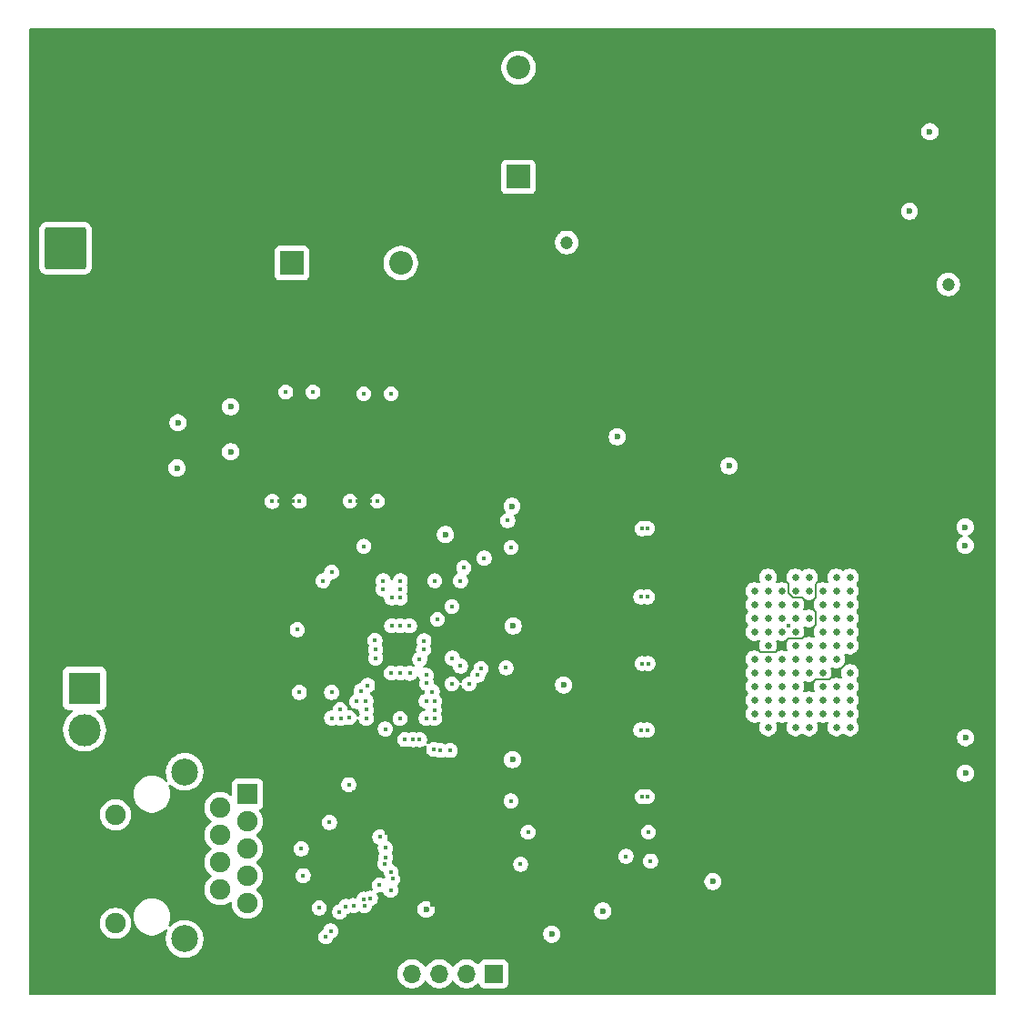
<source format=gbr>
%TF.GenerationSoftware,KiCad,Pcbnew,9.0.0*%
%TF.CreationDate,2025-02-27T19:38:35-05:00*%
%TF.ProjectId,S25-26,5332352d-3236-42e6-9b69-6361645f7063,rev?*%
%TF.SameCoordinates,Original*%
%TF.FileFunction,Copper,L2,Inr*%
%TF.FilePolarity,Positive*%
%FSLAX46Y46*%
G04 Gerber Fmt 4.6, Leading zero omitted, Abs format (unit mm)*
G04 Created by KiCad (PCBNEW 9.0.0) date 2025-02-27 19:38:35*
%MOMM*%
%LPD*%
G01*
G04 APERTURE LIST*
G04 Aperture macros list*
%AMRoundRect*
0 Rectangle with rounded corners*
0 $1 Rounding radius*
0 $2 $3 $4 $5 $6 $7 $8 $9 X,Y pos of 4 corners*
0 Add a 4 corners polygon primitive as box body*
4,1,4,$2,$3,$4,$5,$6,$7,$8,$9,$2,$3,0*
0 Add four circle primitives for the rounded corners*
1,1,$1+$1,$2,$3*
1,1,$1+$1,$4,$5*
1,1,$1+$1,$6,$7*
1,1,$1+$1,$8,$9*
0 Add four rect primitives between the rounded corners*
20,1,$1+$1,$2,$3,$4,$5,0*
20,1,$1+$1,$4,$5,$6,$7,0*
20,1,$1+$1,$6,$7,$8,$9,0*
20,1,$1+$1,$8,$9,$2,$3,0*%
G04 Aperture macros list end*
%TA.AperFunction,ComponentPad*%
%ADD10R,3.000000X3.000000*%
%TD*%
%TA.AperFunction,ComponentPad*%
%ADD11C,3.000000*%
%TD*%
%TA.AperFunction,ComponentPad*%
%ADD12C,1.900000*%
%TD*%
%TA.AperFunction,ComponentPad*%
%ADD13R,1.900000X1.900000*%
%TD*%
%TA.AperFunction,ComponentPad*%
%ADD14C,2.500000*%
%TD*%
%TA.AperFunction,ComponentPad*%
%ADD15RoundRect,0.250002X1.699998X-1.699998X1.699998X1.699998X-1.699998X1.699998X-1.699998X-1.699998X0*%
%TD*%
%TA.AperFunction,ComponentPad*%
%ADD16C,3.900000*%
%TD*%
%TA.AperFunction,ComponentPad*%
%ADD17R,2.200000X2.200000*%
%TD*%
%TA.AperFunction,ComponentPad*%
%ADD18O,2.200000X2.200000*%
%TD*%
%TA.AperFunction,ComponentPad*%
%ADD19R,1.700000X1.700000*%
%TD*%
%TA.AperFunction,ComponentPad*%
%ADD20O,1.700000X1.700000*%
%TD*%
%TA.AperFunction,ComponentPad*%
%ADD21C,0.640000*%
%TD*%
%TA.AperFunction,ViaPad*%
%ADD22C,0.400000*%
%TD*%
%TA.AperFunction,ViaPad*%
%ADD23C,0.600000*%
%TD*%
%TA.AperFunction,ViaPad*%
%ADD24C,1.200000*%
%TD*%
%TA.AperFunction,Conductor*%
%ADD25C,0.200000*%
%TD*%
%TA.AperFunction,Conductor*%
%ADD26C,0.400000*%
%TD*%
%TA.AperFunction,Conductor*%
%ADD27C,0.800000*%
%TD*%
%TA.AperFunction,Conductor*%
%ADD28C,0.600000*%
%TD*%
G04 APERTURE END LIST*
D10*
%TO.N,/SCB3_RX*%
%TO.C,J3*%
X113600000Y-111620000D03*
D11*
%TO.N,/SCB3_TX*%
X113600000Y-115500000D03*
%TD*%
D12*
%TO.N,/PHY_LED0*%
%TO.C,J4*%
X116495000Y-133500000D03*
%TO.N,GND*%
X114975000Y-130960000D03*
%TO.N,/PHY_LED0*%
X116495000Y-123390000D03*
%TO.N,GND*%
X114975000Y-120850000D03*
D13*
%TO.N,unconnected-(J4-CT-PadR1)*%
X128765000Y-121460000D03*
D12*
%TO.N,/BI_DA_P*%
X126225000Y-122730000D03*
%TO.N,/BI_DA_N*%
X128765000Y-124000000D03*
%TO.N,/BI_DB_P*%
X126225000Y-125270000D03*
%TO.N,/BI_DB_N*%
X128765000Y-126540000D03*
%TO.N,/BI_DC_P*%
X126225000Y-127810000D03*
%TO.N,/BI_DC_N*%
X128765000Y-129080000D03*
%TO.N,/BI_DD_P*%
X126225000Y-130350000D03*
%TO.N,/BI_DD_N*%
X128765000Y-131620000D03*
%TO.N,GND*%
X126225000Y-132890000D03*
D14*
%TO.N,unconnected-(J4-PadSH)*%
X122925000Y-119400000D03*
X122925000Y-134950000D03*
%TD*%
D15*
%TO.N,/Voltage Regulation/DC_LINE_IN_28V*%
%TO.C,J1*%
X111825000Y-70675000D03*
D16*
%TO.N,GND*%
X111825000Y-62875000D03*
%TD*%
D17*
%TO.N,/Voltage Regulation/DC_LINE_IN_28V*%
%TO.C,D1*%
X132900000Y-72030000D03*
D18*
%TO.N,+3V3*%
X143060000Y-72030000D03*
%TD*%
D19*
%TO.N,/JTAG_SWCLK*%
%TO.C,J2*%
X151700000Y-138200000D03*
D20*
%TO.N,/JTAG_SWDIO*%
X149160000Y-138200000D03*
%TO.N,/JTAG_SWO*%
X146620000Y-138200000D03*
%TO.N,/JTAG_TDI*%
X144080000Y-138200000D03*
%TD*%
D17*
%TO.N,+3V3*%
%TO.C,D2*%
X154000000Y-64000000D03*
D18*
%TO.N,Net-(D2-A)*%
X154000000Y-53840000D03*
%TD*%
D21*
%TO.N,unconnected-(IC1-OUT2_N-PadA2)*%
%TO.C,IC1*%
X175970000Y-102560000D03*
%TO.N,unconnected-(IC1-OUT2_P-PadA3)*%
X175970000Y-103830000D03*
%TO.N,/LVDS Conversion/LVDS_CH05_N*%
X175970000Y-105100000D03*
%TO.N,/LVDS Conversion/LVDS_CH05_P*%
X175970000Y-106370000D03*
%TO.N,GND*%
X175970000Y-107640000D03*
%TO.N,+2V1*%
X175970000Y-108910000D03*
%TO.N,unconnected-(IC1-OUT12_N-PadA8)*%
X175970000Y-110180000D03*
%TO.N,unconnected-(IC1-OUT12_P-PadA9)*%
X175970000Y-111450000D03*
%TO.N,/LVDS Conversion/LVDS_CH15_N*%
X175970000Y-112720000D03*
%TO.N,/LVDS Conversion/LVDS_CH15_P*%
X175970000Y-113990000D03*
%TO.N,GND*%
X175970000Y-115260000D03*
%TO.N,/LVDS Conversion/LVDS_CTR_OUT_N*%
X177240000Y-101290000D03*
%TO.N,/LVDS Conversion/LVDS_CTR_OUT_P*%
X177240000Y-102560000D03*
%TO.N,unconnected-(IC1-OUT4_N-PadB3)*%
X177240000Y-103830000D03*
%TO.N,unconnected-(IC1-OUT4_P-PadB4)*%
X177240000Y-105100000D03*
%TO.N,/LVDS Conversion/LVDS_CH07_N*%
X177240000Y-106370000D03*
%TO.N,/LVDS Conversion/LVDS_CH07_P*%
X177240000Y-107640000D03*
%TO.N,unconnected-(IC1-OUT10_N-PadB7)*%
X177240000Y-108910000D03*
%TO.N,unconnected-(IC1-OUT10_P-PadB8)*%
X177240000Y-110180000D03*
%TO.N,/LVDS Conversion/LVDS_CH13_N*%
X177240000Y-111450000D03*
%TO.N,/LVDS Conversion/LVDS_CH13_P*%
X177240000Y-112720000D03*
%TO.N,/LVDS Conversion/LVDS_CLK_OUT_N*%
X177240000Y-113990000D03*
%TO.N,/LVDS Conversion/LVDS_CLK_OUT_P*%
X177240000Y-115260000D03*
%TO.N,GND*%
X178510000Y-101290000D03*
%TO.N,/LVDS Conversion/LVDS_CH01_N*%
X178510000Y-102560000D03*
%TO.N,/LVDS Conversion/LVDS_CH01_P*%
X178510000Y-103830000D03*
%TO.N,unconnected-(IC1-OUT6_N-PadC4)*%
X178510000Y-105100000D03*
%TO.N,unconnected-(IC1-OUT6_P-PadC5)*%
X178510000Y-106370000D03*
%TO.N,GND*%
X178510000Y-107640000D03*
%TO.N,+2V1*%
X178510000Y-108910000D03*
%TO.N,/LVDS Conversion/LVDS_CH11_N*%
X178510000Y-110180000D03*
%TO.N,/LVDS Conversion/LVDS_CH11_P*%
X178510000Y-111450000D03*
%TO.N,unconnected-(IC1-OUT16_N-PadC10)*%
X178510000Y-112720000D03*
%TO.N,unconnected-(IC1-OUT16_P-PadC11)*%
X178510000Y-113990000D03*
%TO.N,GND*%
X178510000Y-115260000D03*
%TO.N,/CMOS_CLK_IN_P*%
X179780000Y-101290000D03*
%TO.N,/CMOS_CLK_IN_N*%
X179780000Y-102560000D03*
%TO.N,/LVDS Conversion/LVDS_CH03_N*%
X179780000Y-103830000D03*
%TO.N,/LVDS Conversion/LVDS_CH03_P*%
X179780000Y-105100000D03*
%TO.N,unconnected-(IC1-OUT8_N-PadD5)*%
X179780000Y-106370000D03*
%TO.N,unconnected-(IC1-OUT8_P-PadD6)*%
X179780000Y-107640000D03*
%TO.N,/LVDS Conversion/LVDS_CH09_N*%
X179780000Y-108910000D03*
%TO.N,/LVDS Conversion/LVDS_CH09_P*%
X179780000Y-110180000D03*
%TO.N,unconnected-(IC1-OUT14_N-PadD9)*%
X179780000Y-111450000D03*
%TO.N,unconnected-(IC1-OUT14_P-PadD10)*%
X179780000Y-112720000D03*
%TO.N,Net-(IC1-VREF)*%
X179780000Y-113990000D03*
%TO.N,Net-(IC1-REF_ADC)*%
X179780000Y-115260000D03*
%TO.N,/CMOS_MASTER_CLK*%
X181050000Y-101290000D03*
%TO.N,+3V3*%
X181050000Y-102560000D03*
%TO.N,GND*%
X181050000Y-103830000D03*
%TO.N,+2V1*%
X181050000Y-105100000D03*
%TO.N,GND*%
X181050000Y-106370000D03*
%TO.N,+3V*%
X181050000Y-107640000D03*
%TO.N,+2V1*%
X181050000Y-108910000D03*
X181050000Y-110180000D03*
%TO.N,GND*%
X181050000Y-111450000D03*
%TO.N,Net-(IC1-SG_ADC)*%
X181050000Y-112720000D03*
%TO.N,Net-(IC1-VRAMP1)*%
X181050000Y-113990000D03*
%TO.N,Net-(IC1-VRAMP2)*%
X181050000Y-115260000D03*
%TO.N,GND*%
X182320000Y-101290000D03*
%TO.N,/FRAME_REQ*%
X182320000Y-102560000D03*
%TO.N,/CMOS_SPI_MOSI*%
X182320000Y-103830000D03*
%TO.N,/CMOS_SPI_MISO*%
X182320000Y-105100000D03*
%TO.N,Net-(IC1-CMD_P__INV)*%
X182320000Y-106370000D03*
%TO.N,Net-(IC1-VPCH_H)*%
X182320000Y-107640000D03*
%TO.N,Net-(IC1-VRES_H)*%
X182320000Y-108910000D03*
%TO.N,Net-(IC1-VTF_L2)*%
X182320000Y-110180000D03*
%TO.N,Net-(IC1-COL_LOAD)*%
X182320000Y-111450000D03*
%TO.N,Net-(IC1-RAMP)*%
X182320000Y-112720000D03*
%TO.N,unconnected-(IC1-DIO1-PadF11)*%
X182320000Y-113990000D03*
%TO.N,GND*%
X182320000Y-115260000D03*
%TO.N,+3V*%
X183590000Y-101290000D03*
%TO.N,unconnected-(IC1-TDIG2-PadG2)*%
X183590000Y-102560000D03*
%TO.N,unconnected-(IC1-T_EXP2-PadG3)*%
X183590000Y-103830000D03*
%TO.N,/CMOS_SPI_EN*%
X183590000Y-105100000D03*
%TO.N,Net-(IC1-CMD_P)*%
X183590000Y-106370000D03*
%TO.N,Net-(IC1-CMD_N)*%
X183590000Y-107640000D03*
%TO.N,unconnected-(IC1-TANA-PadG7)*%
X183590000Y-108910000D03*
%TO.N,GND*%
X183590000Y-110180000D03*
%TO.N,Net-(IC1-COL_AMP)*%
X183590000Y-111450000D03*
%TO.N,Net-(IC1-ADC)*%
X183590000Y-112720000D03*
%TO.N,Net-(IC1-VBGAP)*%
X183590000Y-113990000D03*
%TO.N,+3V*%
X183590000Y-115260000D03*
%TO.N,+3V3*%
X184860000Y-101290000D03*
%TO.N,unconnected-(IC1-TDIG1-PadH2)*%
X184860000Y-102560000D03*
%TO.N,unconnected-(IC1-T_EXP1-PadH3)*%
X184860000Y-103830000D03*
%TO.N,/CMOS_SPI_CLK*%
X184860000Y-105100000D03*
%TO.N,/CMOS_RESET_N*%
X184860000Y-106370000D03*
%TO.N,+3V3*%
X184860000Y-107640000D03*
%TO.N,GND*%
X184860000Y-108910000D03*
%TO.N,Net-(IC1-VRES_L)*%
X184860000Y-110180000D03*
%TO.N,Net-(IC1-VTF_L3)*%
X184860000Y-111450000D03*
%TO.N,Net-(IC1-COL_PC)*%
X184860000Y-112720000D03*
%TO.N,Net-(IC1-LVDS)*%
X184860000Y-113990000D03*
%TO.N,unconnected-(IC1-DIO2-PadH12)*%
X184860000Y-115260000D03*
%TD*%
D22*
%TO.N,GND*%
X139440000Y-107200000D03*
%TO.N,/FRAME_REQ*%
X147830000Y-108800000D03*
%TO.N,/Processing/QSPI_SCLK*%
X139600000Y-98400000D03*
%TO.N,/Processing/EXT_PS_CTL1*%
X154900000Y-125000000D03*
%TO.N,/LVDS Conversion/LVDS_RECV_EN*%
X147800000Y-104000000D03*
X153300000Y-122100000D03*
%TO.N,/Processing/EXT_PS_CTL1*%
X146450000Y-105200000D03*
%TO.N,/CMOS_SPI_EN*%
X179100000Y-105750000D03*
%TO.N,/LVDS Conversion/LVDS_RECV_EN*%
X152845000Y-109700000D03*
X153300000Y-98500000D03*
%TO.N,/LVDS Conversion/CMOS_CTR_OUT*%
X153000000Y-96000000D03*
%TO.N,/Processing/ECO_IN*%
X154200000Y-128000000D03*
%TO.N,/Processing/QSPI_IO2*%
X132330000Y-84030000D03*
%TO.N,/Processing/QSPI_SEL0*%
X134870000Y-84030000D03*
%TO.N,/Processing/QSPI_IO2*%
X139600000Y-84200000D03*
%TO.N,/Processing/QSPI_SEL1*%
X142140000Y-84200000D03*
%TO.N,GND*%
X129000000Y-107750000D03*
X131050000Y-108050000D03*
%TO.N,+3V3*%
X133400000Y-106150000D03*
%TO.N,/Processing/EXT_PS_CTL1*%
X166100000Y-125000000D03*
%TO.N,/Processing/DRV_VOUT*%
X166300000Y-127700000D03*
%TO.N,/Processing/EXT_PS_CTL0*%
X164000000Y-127250000D03*
%TO.N,/CMOS_SPI_EN*%
X146200000Y-101600000D03*
X148900000Y-100400000D03*
%TO.N,GND*%
X149798400Y-116500000D03*
%TO.N,/JTAG_TDI*%
X146100000Y-117300000D03*
%TO.N,/JTAG_SWO*%
X146700000Y-117400000D03*
%TO.N,/JTAG_SWCLK*%
X147650000Y-117400000D03*
%TO.N,/Processing/DRV_VOUT*%
X143412500Y-116387500D03*
%TO.N,/Processing/EXT_PS_CTL0*%
X144200000Y-116400000D03*
%TO.N,/Processing/EXT_PS_CTL1*%
X144800000Y-116400000D03*
%TO.N,/CMOS_SPI_MOSI*%
X145975000Y-111925000D03*
%TO.N,/Processing/EXT_PS_CTL1*%
X145450000Y-111150000D03*
%TO.N,/CMOS_SPI_CLK*%
X150500000Y-109800000D03*
X145400000Y-110400000D03*
%TO.N,/Processing/ECO_IN*%
X141600000Y-115400000D03*
%TO.N,GND*%
X141400000Y-114350000D03*
%TO.N,/ETH0_RX_CTL*%
X142975000Y-114435000D03*
%TO.N,/ETH0_RX_CLK*%
X145400000Y-114400000D03*
%TO.N,/JTAG_TDI*%
X146190000Y-114430000D03*
%TO.N,/JTAG_SWO*%
X146159427Y-113618400D03*
%TO.N,/HRSTN*%
X147800000Y-111200000D03*
%TO.N,/ETH0_MDIO*%
X149400000Y-111200000D03*
%TO.N,/ETH0_MDC*%
X150200000Y-110400000D03*
%TO.N,/CMOS_RESET_N*%
X148600000Y-109550000D03*
%TO.N,/CMOS_SPI_MISO*%
X145400000Y-112800000D03*
%TO.N,/JTAG_SWCLK*%
X146200000Y-112800000D03*
%TO.N,GND*%
X143150000Y-111650000D03*
%TO.N,+3V3*%
X142150000Y-110200000D03*
X143000000Y-110200000D03*
X143875000Y-110225000D03*
%TO.N,/SCB3_RX*%
X136600000Y-112000000D03*
%TO.N,/LVDS Conversion/LVDS_CH01_P*%
X165510000Y-96750000D03*
%TO.N,/LVDS Conversion/LVDS_CH01_N*%
X166020000Y-96730000D03*
%TO.N,/LVDS Conversion/LVDS_CH05_P*%
X165400000Y-103100000D03*
%TO.N,/LVDS Conversion/LVDS_CH05_N*%
X166000000Y-103100000D03*
%TO.N,/LVDS Conversion/LVDS_CH09_P*%
X165500000Y-109300000D03*
%TO.N,/LVDS Conversion/LVDS_CH09_N*%
X166055499Y-109305000D03*
%TO.N,/LVDS Conversion/LVDS_CH13_P*%
X165400000Y-115500000D03*
%TO.N,/LVDS Conversion/LVDS_CH13_N*%
X166000000Y-115500000D03*
%TO.N,/LVDS Conversion/LVDS_CLK_OUT_P*%
X165498397Y-121700000D03*
%TO.N,/LVDS Conversion/LVDS_CLK_OUT_N*%
X166000000Y-121700000D03*
%TO.N,GND*%
X172300000Y-126850000D03*
%TO.N,/HRSTN*%
X135450000Y-132060000D03*
%TO.N,GND*%
X135400000Y-133000000D03*
%TO.N,/ETH0_MDC*%
X136050000Y-134750000D03*
%TO.N,/ETH0_MDIO*%
X136525000Y-134200000D03*
%TO.N,GND*%
X137500000Y-133900000D03*
%TO.N,/ETH0_RXD_3*%
X137350000Y-132435000D03*
%TO.N,/ETH0_RXD_1*%
X138625000Y-131835000D03*
%TO.N,/ETH0_RXD_2*%
X137925000Y-131910000D03*
%TO.N,GND*%
X138400000Y-132700000D03*
%TO.N,/ETH0_RXD_0*%
X139650000Y-131835000D03*
%TO.N,/ETH0_RX_CTL*%
X139600000Y-131235000D03*
%TO.N,/ETH0_RX_CLK*%
X140210000Y-131160000D03*
%TO.N,GND*%
X140700000Y-132100000D03*
X141300000Y-130900000D03*
X134800000Y-130500000D03*
%TO.N,/VDD1V1*%
X133955000Y-129055000D03*
X133775000Y-126560000D03*
%TO.N,GND*%
X134900000Y-125100000D03*
%TO.N,/VDD1V1*%
X136400000Y-124100000D03*
X141098159Y-125448159D03*
%TO.N,GND*%
X141700000Y-125100000D03*
%TO.N,/ETH0_TX_CLK*%
X141600000Y-126479751D03*
%TO.N,/ETH0_TXD_0*%
X141550000Y-127960000D03*
%TO.N,/ETH0_TX_CTL*%
X141625000Y-127335000D03*
%TO.N,/VDD1V1*%
X141050000Y-129935000D03*
%TO.N,/ETH0_TXD_3*%
X142100000Y-130410000D03*
%TO.N,/ETH0_TXD_2*%
X142275000Y-129360000D03*
%TO.N,/ETH0_TXD_1*%
X142150000Y-128735000D03*
%TO.N,GND*%
X143850000Y-126850000D03*
X139150000Y-122535000D03*
X138700000Y-121300000D03*
X136400000Y-121200000D03*
%TO.N,/ETH0_RXD_0*%
X138200000Y-120585000D03*
%TO.N,GND*%
X136400000Y-119400000D03*
X136400000Y-117500000D03*
X138700000Y-117700000D03*
X136400000Y-115600000D03*
X143950000Y-104300000D03*
X142012500Y-104287500D03*
X143175000Y-104275000D03*
X135500000Y-100500000D03*
%TO.N,/Processing/TEMPR_ADC0 (P6.0)*%
X136600000Y-100800000D03*
%TO.N,/Processing/TEMPR_ADC1 (P6.1)*%
X135800000Y-101600000D03*
%TO.N,/ETH0_TXD_0*%
X137392500Y-113607500D03*
%TO.N,/SCB3_RX*%
X133600000Y-112000000D03*
%TO.N,GND*%
X132500000Y-113300000D03*
%TO.N,/ETH0_TX_CLK*%
X137442500Y-114400000D03*
%TO.N,/ETH0_TX_CTL*%
X136600000Y-114385000D03*
%TO.N,/ETH0_RXD_1*%
X138242500Y-114342500D03*
%TO.N,GND*%
X139600000Y-115400000D03*
%TO.N,/ETH0_RXD_2*%
X139825000Y-114409744D03*
%TO.N,/ETH0_RXD_3*%
X139815257Y-113600001D03*
%TO.N,/ETH0_TXD_1*%
X138950000Y-112850000D03*
%TO.N,/ETH0_TXD_3*%
X139807629Y-112792371D03*
%TO.N,/ETH0_TXD_2*%
X139329424Y-111849504D03*
%TO.N,/Processing/EXT_PS_CTL1*%
X139950000Y-111350000D03*
%TO.N,GND*%
X139500000Y-108900000D03*
X138950000Y-104750000D03*
%TO.N,+3V3*%
X140700000Y-108800000D03*
X140700000Y-108000000D03*
X140637500Y-107162500D03*
X142200000Y-105800000D03*
X143850000Y-105800000D03*
X143000000Y-105800000D03*
%TO.N,GND*%
X142150000Y-107200000D03*
X142200000Y-108850000D03*
X143800000Y-108800000D03*
X143800000Y-107200000D03*
X146575400Y-107710000D03*
%TO.N,+3V3*%
X144800000Y-108900000D03*
X145150000Y-108000000D03*
X145200000Y-107200000D03*
%TO.N,/Processing/QSPI_IO3*%
X140870000Y-94200000D03*
%TO.N,GND*%
X140200000Y-94200000D03*
X139000000Y-94200000D03*
%TO.N,/Processing/QSPI_IO0*%
X138315000Y-94185000D03*
%TO.N,/Processing/QSPI_IO3*%
X133600000Y-94200000D03*
%TO.N,GND*%
X133000000Y-94200000D03*
X131700000Y-94200000D03*
%TO.N,/Processing/QSPI_IO0*%
X131081801Y-94218199D03*
%TO.N,GND*%
X147500000Y-98400000D03*
X147550000Y-96250000D03*
X147550000Y-94750000D03*
%TO.N,/CMOS_SPI_EN*%
X150800000Y-99500000D03*
%TO.N,GND*%
X150150000Y-100800000D03*
%TO.N,/LVDS Conversion/CMOS_CTR_OUT*%
X148600000Y-101600000D03*
%TO.N,/Processing/QSPI_IO0*%
X142200000Y-103200000D03*
%TO.N,/Processing/QSPI_SCLK*%
X143000000Y-103200000D03*
%TO.N,/Processing/QSPI_SEL1*%
X143000000Y-102400000D03*
%TO.N,/Processing/QSPI_SEL0*%
X143000000Y-101600000D03*
%TO.N,/Processing/QSPI_IO3*%
X141400000Y-102400000D03*
%TO.N,/Processing/QSPI_IO2*%
X141400002Y-101600000D03*
D23*
%TO.N,+2V1*%
X190400000Y-67200000D03*
D24*
%TO.N,+3V3*%
X158500000Y-70100000D03*
D23*
X161850000Y-132350000D03*
X172100000Y-129600000D03*
X153500000Y-105820000D03*
D24*
X194000000Y-74000000D03*
D23*
X195600000Y-98300000D03*
X195615000Y-116210000D03*
X127200000Y-89600000D03*
X195600000Y-96600000D03*
X163200000Y-88200000D03*
X153445000Y-118255000D03*
X195605000Y-119530000D03*
X158200000Y-111300000D03*
X153400000Y-94665000D03*
X157100000Y-134500000D03*
X127200000Y-85400000D03*
%TO.N,+3V*%
X192300000Y-59800000D03*
%TO.N,GND*%
X195600000Y-109800000D03*
X153500000Y-116985000D03*
X154400000Y-126850000D03*
X178600000Y-122980000D03*
X173650000Y-84700000D03*
X186500000Y-60800000D03*
X180300000Y-83600000D03*
X195600000Y-103300000D03*
X153400000Y-93400000D03*
X195600000Y-111400000D03*
X176820000Y-122970000D03*
X150950000Y-73500000D03*
X180340000Y-122970000D03*
X180300000Y-81400000D03*
X125950000Y-56500000D03*
D24*
X185630000Y-83570000D03*
D23*
X182070000Y-123020000D03*
X113950000Y-61000000D03*
X170225000Y-65900000D03*
X153500000Y-104550000D03*
X195600000Y-113000000D03*
X160700000Y-136000000D03*
X112875000Y-89600000D03*
D24*
X156400000Y-84300000D03*
D23*
X174200000Y-61000000D03*
X159800000Y-128000000D03*
X170450000Y-58050000D03*
X174000000Y-68900000D03*
X186500000Y-68700000D03*
X160700000Y-130900000D03*
X136900000Y-96200000D03*
X132950000Y-52025000D03*
X137950000Y-53000000D03*
X195600000Y-106600000D03*
X112900000Y-85400000D03*
X144200000Y-96200000D03*
X150750000Y-125600000D03*
X195605000Y-114630000D03*
X195600000Y-105000000D03*
X120175000Y-91100000D03*
X195600000Y-100000000D03*
X118950000Y-58500000D03*
X131060000Y-84140000D03*
X120099997Y-86900000D03*
X138330000Y-84130000D03*
X183770000Y-123000000D03*
X156400000Y-111400000D03*
X195635000Y-117860000D03*
X195600000Y-101600000D03*
X185480000Y-122990000D03*
X146014579Y-131687851D03*
%TO.N,/CMOS_MASTER_CLK*%
X147200000Y-97300000D03*
X173600000Y-90900000D03*
%TO.N,/Processing/TEMPR_ADC1 (P6.1)*%
X122200000Y-91100000D03*
%TO.N,/Processing/TEMPR_ADC0 (P6.0)*%
X122300000Y-86900000D03*
%TO.N,/PHY_LED0*%
X145400000Y-132200000D03*
%TD*%
D25*
%TO.N,GND*%
X182970000Y-110800000D02*
X181700000Y-110800000D01*
X181700000Y-110800000D02*
X181050000Y-111450000D01*
X183590000Y-110180000D02*
X182970000Y-110800000D01*
X181700000Y-105720000D02*
X181050000Y-106370000D01*
X181700000Y-104480000D02*
X181700000Y-105720000D01*
X181050000Y-103830000D02*
X181700000Y-104480000D01*
X177950000Y-108200000D02*
X176530000Y-108200000D01*
X178510000Y-107640000D02*
X177950000Y-108200000D01*
X176530000Y-108200000D02*
X175970000Y-107640000D01*
X180420000Y-107000000D02*
X181050000Y-106370000D01*
X179150000Y-107000000D02*
X180420000Y-107000000D01*
X178510000Y-107640000D02*
X179150000Y-107000000D01*
X179100000Y-102700000D02*
X179100000Y-101880000D01*
X179100000Y-101880000D02*
X178510000Y-101290000D01*
X180420000Y-103200000D02*
X179600000Y-103200000D01*
X179600000Y-103200000D02*
X179100000Y-102700000D01*
X181050000Y-103830000D02*
X180420000Y-103200000D01*
X181700000Y-101910000D02*
X182320000Y-101290000D01*
X181700000Y-103180000D02*
X181700000Y-101910000D01*
X181050000Y-103830000D02*
X181700000Y-103180000D01*
D26*
X159900000Y-71500000D02*
X159750000Y-71650000D01*
D27*
X148500000Y-76000000D02*
X123000000Y-76000000D01*
D28*
X176600000Y-71500000D02*
X183700000Y-71500000D01*
D27*
X126000000Y-55500000D02*
X126000000Y-56500000D01*
X138000000Y-53000000D02*
X137000000Y-52000000D01*
X132950000Y-52025000D02*
X129475000Y-52025000D01*
X114000000Y-67000000D02*
X114000000Y-61000000D01*
D25*
X183590000Y-110180000D02*
X184860000Y-108910000D01*
D27*
X129475000Y-52025000D02*
X126000000Y-55500000D01*
X151000000Y-73500000D02*
X148500000Y-76000000D01*
X116500000Y-58500000D02*
X114000000Y-61000000D01*
X119000000Y-58500000D02*
X121000000Y-56500000D01*
D28*
X170450000Y-59550000D02*
X170450000Y-58050000D01*
D27*
X155400000Y-76000000D02*
X159750000Y-71650000D01*
D28*
X171900000Y-61000000D02*
X170450000Y-59550000D01*
X174000000Y-68900000D02*
X176600000Y-71500000D01*
X174200000Y-61000000D02*
X176500000Y-63300000D01*
D27*
X121000000Y-56500000D02*
X126000000Y-56500000D01*
D28*
X159750000Y-71650000D02*
X168100000Y-63300000D01*
X176500000Y-63300000D02*
X184000000Y-63300000D01*
X176600000Y-71500000D02*
X159900000Y-71500000D01*
D26*
X170450000Y-58050000D02*
X170500000Y-58100000D01*
D28*
X174200000Y-61000000D02*
X171900000Y-61000000D01*
X184000000Y-63300000D02*
X186500000Y-60800000D01*
D27*
X123000000Y-76000000D02*
X114000000Y-67000000D01*
X137000000Y-52000000D02*
X132975000Y-52000000D01*
D28*
X171700000Y-68900000D02*
X174000000Y-68900000D01*
X183700000Y-71500000D02*
X186500000Y-68700000D01*
X168100000Y-63300000D02*
X176500000Y-63300000D01*
X170225000Y-67425000D02*
X171700000Y-68900000D01*
D27*
X148500000Y-76000000D02*
X155400000Y-76000000D01*
X132975000Y-52000000D02*
X132950000Y-52025000D01*
D28*
X170225000Y-65900000D02*
X170225000Y-67425000D01*
D27*
X119000000Y-58500000D02*
X116500000Y-58500000D01*
%TD*%
%TA.AperFunction,Conductor*%
%TO.N,GND*%
G36*
X181557312Y-110936428D02*
G01*
X181592964Y-110996517D01*
X181590471Y-111066342D01*
X181587377Y-111074635D01*
X181531032Y-111210664D01*
X181531029Y-111210676D01*
X181499500Y-111369183D01*
X181499500Y-111530816D01*
X181531029Y-111689323D01*
X181531032Y-111689335D01*
X181587377Y-111825364D01*
X181594846Y-111894833D01*
X181563571Y-111957312D01*
X181503482Y-111992964D01*
X181433657Y-111990470D01*
X181425364Y-111987377D01*
X181289335Y-111931032D01*
X181289323Y-111931029D01*
X181130816Y-111899500D01*
X181130812Y-111899500D01*
X180969188Y-111899500D01*
X180969183Y-111899500D01*
X180810676Y-111931029D01*
X180810664Y-111931032D01*
X180674635Y-111987377D01*
X180605166Y-111994846D01*
X180542687Y-111963570D01*
X180507035Y-111903481D01*
X180509529Y-111833656D01*
X180512622Y-111825364D01*
X180568969Y-111689331D01*
X180600500Y-111530812D01*
X180600500Y-111369188D01*
X180568969Y-111210669D01*
X180512621Y-111074635D01*
X180505153Y-111005166D01*
X180536428Y-110942687D01*
X180596517Y-110907035D01*
X180666342Y-110909529D01*
X180674633Y-110912621D01*
X180810669Y-110968969D01*
X180944891Y-110995667D01*
X180969183Y-111000499D01*
X180969187Y-111000500D01*
X180969188Y-111000500D01*
X181130813Y-111000500D01*
X181130814Y-111000499D01*
X181289331Y-110968969D01*
X181425364Y-110912621D01*
X181494832Y-110905153D01*
X181557312Y-110936428D01*
G37*
%TD.AperFunction*%
%TA.AperFunction,Conductor*%
G36*
X184021439Y-109636592D02*
G01*
X184034832Y-109635153D01*
X184054633Y-109645065D01*
X184076089Y-109650541D01*
X184085267Y-109660398D01*
X184097312Y-109666428D01*
X184108610Y-109685471D01*
X184123700Y-109701678D01*
X184126091Y-109714934D01*
X184132964Y-109726517D01*
X184132173Y-109748644D01*
X184136106Y-109770437D01*
X184130629Y-109791890D01*
X184130471Y-109796342D01*
X184127377Y-109804635D01*
X184071032Y-109940664D01*
X184071029Y-109940676D01*
X184039500Y-110099183D01*
X184039500Y-110260816D01*
X184071029Y-110419323D01*
X184071032Y-110419335D01*
X184127377Y-110555364D01*
X184134846Y-110624833D01*
X184103571Y-110687312D01*
X184043482Y-110722964D01*
X183973657Y-110720470D01*
X183965364Y-110717377D01*
X183829335Y-110661032D01*
X183829323Y-110661029D01*
X183670816Y-110629500D01*
X183670812Y-110629500D01*
X183509188Y-110629500D01*
X183509183Y-110629500D01*
X183350676Y-110661029D01*
X183350664Y-110661032D01*
X183214635Y-110717377D01*
X183145166Y-110724846D01*
X183082687Y-110693570D01*
X183047035Y-110633481D01*
X183049529Y-110563656D01*
X183052622Y-110555364D01*
X183108969Y-110419331D01*
X183140500Y-110260812D01*
X183140500Y-110099188D01*
X183108969Y-109940669D01*
X183052621Y-109804635D01*
X183045153Y-109735166D01*
X183076428Y-109672687D01*
X183136517Y-109637035D01*
X183206342Y-109639529D01*
X183214633Y-109642621D01*
X183350669Y-109698969D01*
X183489164Y-109726517D01*
X183509183Y-109730499D01*
X183509187Y-109730500D01*
X183509188Y-109730500D01*
X183670813Y-109730500D01*
X183670814Y-109730499D01*
X183829331Y-109698969D01*
X183965364Y-109642621D01*
X183987378Y-109640254D01*
X184008389Y-109633262D01*
X184021439Y-109636592D01*
G37*
%TD.AperFunction*%
%TA.AperFunction,Conductor*%
G36*
X179017312Y-107126428D02*
G01*
X179052964Y-107186517D01*
X179050471Y-107256342D01*
X179047377Y-107264635D01*
X178991032Y-107400664D01*
X178991029Y-107400676D01*
X178959500Y-107559183D01*
X178959500Y-107720816D01*
X178991029Y-107879323D01*
X178991032Y-107879335D01*
X179047377Y-108015364D01*
X179054846Y-108084833D01*
X179023571Y-108147312D01*
X178963482Y-108182964D01*
X178893657Y-108180470D01*
X178885364Y-108177377D01*
X178749335Y-108121032D01*
X178749323Y-108121029D01*
X178590816Y-108089500D01*
X178590812Y-108089500D01*
X178429188Y-108089500D01*
X178429183Y-108089500D01*
X178270676Y-108121029D01*
X178270664Y-108121032D01*
X178134635Y-108177377D01*
X178065166Y-108184846D01*
X178002687Y-108153570D01*
X177967035Y-108093481D01*
X177969529Y-108023656D01*
X177972622Y-108015364D01*
X178028969Y-107879331D01*
X178060500Y-107720812D01*
X178060500Y-107559188D01*
X178028969Y-107400669D01*
X177972621Y-107264635D01*
X177965153Y-107195166D01*
X177996428Y-107132687D01*
X178056517Y-107097035D01*
X178126342Y-107099529D01*
X178134633Y-107102621D01*
X178270669Y-107158969D01*
X178409164Y-107186517D01*
X178429183Y-107190499D01*
X178429187Y-107190500D01*
X178429188Y-107190500D01*
X178590813Y-107190500D01*
X178590814Y-107190499D01*
X178749331Y-107158969D01*
X178885364Y-107102621D01*
X178954832Y-107095153D01*
X179017312Y-107126428D01*
G37*
%TD.AperFunction*%
%TA.AperFunction,Conductor*%
G36*
X181481439Y-105826592D02*
G01*
X181494832Y-105825153D01*
X181514633Y-105835065D01*
X181536089Y-105840541D01*
X181545267Y-105850398D01*
X181557312Y-105856428D01*
X181568610Y-105875471D01*
X181583700Y-105891678D01*
X181586091Y-105904934D01*
X181592964Y-105916517D01*
X181592173Y-105938644D01*
X181596106Y-105960437D01*
X181590629Y-105981890D01*
X181590471Y-105986342D01*
X181587377Y-105994635D01*
X181531032Y-106130664D01*
X181531029Y-106130676D01*
X181499500Y-106289183D01*
X181499500Y-106450816D01*
X181531029Y-106609323D01*
X181531032Y-106609335D01*
X181587377Y-106745364D01*
X181594846Y-106814833D01*
X181563571Y-106877312D01*
X181503482Y-106912964D01*
X181433657Y-106910470D01*
X181425364Y-106907377D01*
X181289335Y-106851032D01*
X181289323Y-106851029D01*
X181130816Y-106819500D01*
X181130812Y-106819500D01*
X180969188Y-106819500D01*
X180969183Y-106819500D01*
X180810676Y-106851029D01*
X180810664Y-106851032D01*
X180674635Y-106907377D01*
X180605166Y-106914846D01*
X180542687Y-106883570D01*
X180507035Y-106823481D01*
X180509529Y-106753656D01*
X180512622Y-106745364D01*
X180568969Y-106609331D01*
X180600500Y-106450812D01*
X180600500Y-106289188D01*
X180568969Y-106130669D01*
X180512621Y-105994635D01*
X180505153Y-105925166D01*
X180536428Y-105862687D01*
X180596517Y-105827035D01*
X180666342Y-105829529D01*
X180674633Y-105832621D01*
X180810669Y-105888969D01*
X180949164Y-105916517D01*
X180969183Y-105920499D01*
X180969187Y-105920500D01*
X180969188Y-105920500D01*
X181130813Y-105920500D01*
X181130814Y-105920499D01*
X181289331Y-105888969D01*
X181425364Y-105832621D01*
X181447378Y-105830254D01*
X181468389Y-105823262D01*
X181481439Y-105826592D01*
G37*
%TD.AperFunction*%
%TA.AperFunction,Conductor*%
G36*
X181557312Y-103316428D02*
G01*
X181592964Y-103376517D01*
X181590471Y-103446342D01*
X181587377Y-103454635D01*
X181531032Y-103590664D01*
X181531029Y-103590676D01*
X181499500Y-103749183D01*
X181499500Y-103910816D01*
X181531029Y-104069323D01*
X181531032Y-104069335D01*
X181587377Y-104205364D01*
X181594846Y-104274833D01*
X181563571Y-104337312D01*
X181503482Y-104372964D01*
X181433657Y-104370470D01*
X181425364Y-104367377D01*
X181289335Y-104311032D01*
X181289323Y-104311029D01*
X181130816Y-104279500D01*
X181130812Y-104279500D01*
X180969188Y-104279500D01*
X180969183Y-104279500D01*
X180810676Y-104311029D01*
X180810664Y-104311032D01*
X180674635Y-104367377D01*
X180605166Y-104374846D01*
X180542687Y-104343570D01*
X180507035Y-104283481D01*
X180509529Y-104213656D01*
X180512622Y-104205364D01*
X180568969Y-104069331D01*
X180600500Y-103910812D01*
X180600500Y-103749188D01*
X180568969Y-103590669D01*
X180512621Y-103454635D01*
X180505153Y-103385166D01*
X180536428Y-103322687D01*
X180596517Y-103287035D01*
X180666342Y-103289529D01*
X180674633Y-103292621D01*
X180810669Y-103348969D01*
X180949164Y-103376517D01*
X180969183Y-103380499D01*
X180969187Y-103380500D01*
X180969188Y-103380500D01*
X181130813Y-103380500D01*
X181130814Y-103380499D01*
X181289331Y-103348969D01*
X181425364Y-103292621D01*
X181494832Y-103285153D01*
X181557312Y-103316428D01*
G37*
%TD.AperFunction*%
%TA.AperFunction,Conductor*%
G36*
X198342539Y-50220185D02*
G01*
X198388294Y-50272989D01*
X198399500Y-50324500D01*
X198399500Y-140075500D01*
X198379815Y-140142539D01*
X198327011Y-140188294D01*
X198275500Y-140199500D01*
X108524500Y-140199500D01*
X108457461Y-140179815D01*
X108411706Y-140127011D01*
X108400500Y-140075500D01*
X108400500Y-138093713D01*
X142729500Y-138093713D01*
X142729500Y-138306286D01*
X142762753Y-138516239D01*
X142828444Y-138718414D01*
X142924951Y-138907820D01*
X143049890Y-139079786D01*
X143200213Y-139230109D01*
X143372179Y-139355048D01*
X143372181Y-139355049D01*
X143372184Y-139355051D01*
X143561588Y-139451557D01*
X143763757Y-139517246D01*
X143973713Y-139550500D01*
X143973714Y-139550500D01*
X144186286Y-139550500D01*
X144186287Y-139550500D01*
X144396243Y-139517246D01*
X144598412Y-139451557D01*
X144787816Y-139355051D01*
X144874138Y-139292335D01*
X144959786Y-139230109D01*
X144959788Y-139230106D01*
X144959792Y-139230104D01*
X145110104Y-139079792D01*
X145110106Y-139079788D01*
X145110109Y-139079786D01*
X145235048Y-138907820D01*
X145235047Y-138907820D01*
X145235051Y-138907816D01*
X145239514Y-138899054D01*
X145287488Y-138848259D01*
X145355308Y-138831463D01*
X145421444Y-138853999D01*
X145460486Y-138899056D01*
X145464951Y-138907820D01*
X145589890Y-139079786D01*
X145740213Y-139230109D01*
X145912179Y-139355048D01*
X145912181Y-139355049D01*
X145912184Y-139355051D01*
X146101588Y-139451557D01*
X146303757Y-139517246D01*
X146513713Y-139550500D01*
X146513714Y-139550500D01*
X146726286Y-139550500D01*
X146726287Y-139550500D01*
X146936243Y-139517246D01*
X147138412Y-139451557D01*
X147327816Y-139355051D01*
X147414138Y-139292335D01*
X147499786Y-139230109D01*
X147499788Y-139230106D01*
X147499792Y-139230104D01*
X147650104Y-139079792D01*
X147650106Y-139079788D01*
X147650109Y-139079786D01*
X147775048Y-138907820D01*
X147775047Y-138907820D01*
X147775051Y-138907816D01*
X147779514Y-138899054D01*
X147827488Y-138848259D01*
X147895308Y-138831463D01*
X147961444Y-138853999D01*
X148000486Y-138899056D01*
X148004951Y-138907820D01*
X148129890Y-139079786D01*
X148280213Y-139230109D01*
X148452179Y-139355048D01*
X148452181Y-139355049D01*
X148452184Y-139355051D01*
X148641588Y-139451557D01*
X148843757Y-139517246D01*
X149053713Y-139550500D01*
X149053714Y-139550500D01*
X149266286Y-139550500D01*
X149266287Y-139550500D01*
X149476243Y-139517246D01*
X149678412Y-139451557D01*
X149867816Y-139355051D01*
X150039792Y-139230104D01*
X150153329Y-139116566D01*
X150214648Y-139083084D01*
X150284340Y-139088068D01*
X150340274Y-139129939D01*
X150357189Y-139160917D01*
X150406202Y-139292328D01*
X150406206Y-139292335D01*
X150492452Y-139407544D01*
X150492455Y-139407547D01*
X150607664Y-139493793D01*
X150607671Y-139493797D01*
X150742517Y-139544091D01*
X150742516Y-139544091D01*
X150749444Y-139544835D01*
X150802127Y-139550500D01*
X152597872Y-139550499D01*
X152657483Y-139544091D01*
X152792331Y-139493796D01*
X152907546Y-139407546D01*
X152993796Y-139292331D01*
X153044091Y-139157483D01*
X153050500Y-139097873D01*
X153050499Y-137302128D01*
X153044091Y-137242517D01*
X153042810Y-137239083D01*
X152993797Y-137107671D01*
X152993793Y-137107664D01*
X152907547Y-136992455D01*
X152907544Y-136992452D01*
X152792335Y-136906206D01*
X152792328Y-136906202D01*
X152657482Y-136855908D01*
X152657483Y-136855908D01*
X152597883Y-136849501D01*
X152597881Y-136849500D01*
X152597873Y-136849500D01*
X152597864Y-136849500D01*
X150802129Y-136849500D01*
X150802123Y-136849501D01*
X150742516Y-136855908D01*
X150607671Y-136906202D01*
X150607664Y-136906206D01*
X150492455Y-136992452D01*
X150492452Y-136992455D01*
X150406206Y-137107664D01*
X150406203Y-137107669D01*
X150357189Y-137239083D01*
X150315317Y-137295016D01*
X150249853Y-137319433D01*
X150181580Y-137304581D01*
X150153326Y-137283430D01*
X150039786Y-137169890D01*
X149867820Y-137044951D01*
X149678414Y-136948444D01*
X149678413Y-136948443D01*
X149678412Y-136948443D01*
X149476243Y-136882754D01*
X149476241Y-136882753D01*
X149476240Y-136882753D01*
X149314957Y-136857208D01*
X149266287Y-136849500D01*
X149053713Y-136849500D01*
X149005042Y-136857208D01*
X148843760Y-136882753D01*
X148641585Y-136948444D01*
X148452179Y-137044951D01*
X148280213Y-137169890D01*
X148129890Y-137320213D01*
X148004949Y-137492182D01*
X148000484Y-137500946D01*
X147952509Y-137551742D01*
X147884688Y-137568536D01*
X147818553Y-137545998D01*
X147779516Y-137500946D01*
X147775050Y-137492182D01*
X147650109Y-137320213D01*
X147499786Y-137169890D01*
X147327820Y-137044951D01*
X147138414Y-136948444D01*
X147138413Y-136948443D01*
X147138412Y-136948443D01*
X146936243Y-136882754D01*
X146936241Y-136882753D01*
X146936240Y-136882753D01*
X146774957Y-136857208D01*
X146726287Y-136849500D01*
X146513713Y-136849500D01*
X146465042Y-136857208D01*
X146303760Y-136882753D01*
X146101585Y-136948444D01*
X145912179Y-137044951D01*
X145740213Y-137169890D01*
X145589890Y-137320213D01*
X145464949Y-137492182D01*
X145460484Y-137500946D01*
X145412509Y-137551742D01*
X145344688Y-137568536D01*
X145278553Y-137545998D01*
X145239516Y-137500946D01*
X145235050Y-137492182D01*
X145110109Y-137320213D01*
X144959786Y-137169890D01*
X144787820Y-137044951D01*
X144598414Y-136948444D01*
X144598413Y-136948443D01*
X144598412Y-136948443D01*
X144396243Y-136882754D01*
X144396241Y-136882753D01*
X144396240Y-136882753D01*
X144234957Y-136857208D01*
X144186287Y-136849500D01*
X143973713Y-136849500D01*
X143925042Y-136857208D01*
X143763760Y-136882753D01*
X143561585Y-136948444D01*
X143372179Y-137044951D01*
X143200213Y-137169890D01*
X143049890Y-137320213D01*
X142924951Y-137492179D01*
X142828444Y-137681585D01*
X142762753Y-137883760D01*
X142729500Y-138093713D01*
X108400500Y-138093713D01*
X108400500Y-133385837D01*
X115044500Y-133385837D01*
X115044500Y-133614162D01*
X115080215Y-133839660D01*
X115150770Y-134056803D01*
X115210548Y-134174123D01*
X115254421Y-134260228D01*
X115388621Y-134444937D01*
X115550063Y-134606379D01*
X115734772Y-134740579D01*
X115830884Y-134789550D01*
X115938196Y-134844229D01*
X115938198Y-134844229D01*
X115938201Y-134844231D01*
X116045778Y-134879185D01*
X116155339Y-134914784D01*
X116380838Y-134950500D01*
X116380843Y-134950500D01*
X116609162Y-134950500D01*
X116834660Y-134914784D01*
X117051799Y-134844231D01*
X117255228Y-134740579D01*
X117439937Y-134606379D01*
X117601379Y-134444937D01*
X117735579Y-134260228D01*
X117839231Y-134056799D01*
X117909784Y-133839660D01*
X117945500Y-133614162D01*
X117945500Y-133385837D01*
X117909784Y-133160339D01*
X117858726Y-133003200D01*
X117839231Y-132943201D01*
X117839229Y-132943198D01*
X117839229Y-132943196D01*
X117781061Y-132829036D01*
X117754449Y-132776806D01*
X118147900Y-132776806D01*
X118147900Y-133003193D01*
X118147901Y-133003209D01*
X118168587Y-133160340D01*
X118177451Y-133227663D01*
X118219835Y-133385843D01*
X118236050Y-133446356D01*
X118322681Y-133655504D01*
X118322688Y-133655518D01*
X118322902Y-133655888D01*
X118435887Y-133851584D01*
X118435889Y-133851587D01*
X118435890Y-133851588D01*
X118573709Y-134031198D01*
X118573715Y-134031205D01*
X118733794Y-134191284D01*
X118733801Y-134191290D01*
X118752818Y-134205882D01*
X118913416Y-134329113D01*
X119109484Y-134442313D01*
X119109489Y-134442315D01*
X119109495Y-134442318D01*
X119318643Y-134528949D01*
X119318645Y-134528949D01*
X119318651Y-134528952D01*
X119537337Y-134587549D01*
X119761800Y-134617100D01*
X119761807Y-134617100D01*
X119988193Y-134617100D01*
X119988200Y-134617100D01*
X120212663Y-134587549D01*
X120431349Y-134528952D01*
X120640516Y-134442313D01*
X120836584Y-134329113D01*
X121016200Y-134191289D01*
X121135910Y-134071578D01*
X121197231Y-134038095D01*
X121266923Y-134043079D01*
X121322857Y-134084950D01*
X121347274Y-134150414D01*
X121338151Y-134206713D01*
X121263842Y-134386111D01*
X121263842Y-134386112D01*
X121254452Y-134421158D01*
X121212201Y-134578844D01*
X121204453Y-134607759D01*
X121204451Y-134607770D01*
X121174500Y-134835258D01*
X121174500Y-135064741D01*
X121199446Y-135254215D01*
X121204452Y-135292238D01*
X121239644Y-135423578D01*
X121263842Y-135513887D01*
X121351650Y-135725876D01*
X121351657Y-135725890D01*
X121466392Y-135924617D01*
X121606081Y-136106661D01*
X121606089Y-136106670D01*
X121768330Y-136268911D01*
X121768338Y-136268918D01*
X121950382Y-136408607D01*
X121950385Y-136408608D01*
X121950388Y-136408611D01*
X122149112Y-136523344D01*
X122149117Y-136523346D01*
X122149123Y-136523349D01*
X122240480Y-136561190D01*
X122361113Y-136611158D01*
X122582762Y-136670548D01*
X122810266Y-136700500D01*
X122810273Y-136700500D01*
X123039727Y-136700500D01*
X123039734Y-136700500D01*
X123267238Y-136670548D01*
X123488887Y-136611158D01*
X123700888Y-136523344D01*
X123899612Y-136408611D01*
X124081661Y-136268919D01*
X124081665Y-136268914D01*
X124081670Y-136268911D01*
X124243911Y-136106670D01*
X124243914Y-136106665D01*
X124243919Y-136106661D01*
X124383611Y-135924612D01*
X124498344Y-135725888D01*
X124586158Y-135513887D01*
X124645548Y-135292238D01*
X124675500Y-135064734D01*
X124675500Y-134835266D01*
X124673358Y-134818995D01*
X135349499Y-134818995D01*
X135376418Y-134954322D01*
X135376421Y-134954332D01*
X135429221Y-135081804D01*
X135429228Y-135081817D01*
X135505885Y-135196541D01*
X135505888Y-135196545D01*
X135603454Y-135294111D01*
X135603458Y-135294114D01*
X135718182Y-135370771D01*
X135718195Y-135370778D01*
X135845667Y-135423578D01*
X135845672Y-135423580D01*
X135845676Y-135423580D01*
X135845677Y-135423581D01*
X135981004Y-135450500D01*
X135981007Y-135450500D01*
X136118995Y-135450500D01*
X136210041Y-135432389D01*
X136254328Y-135423580D01*
X136381811Y-135370775D01*
X136496542Y-135294114D01*
X136594114Y-135196542D01*
X136670775Y-135081811D01*
X136723580Y-134954328D01*
X136727636Y-134933931D01*
X136760019Y-134872021D01*
X136801799Y-134843561D01*
X136856811Y-134820775D01*
X136971542Y-134744114D01*
X137069114Y-134646542D01*
X137145775Y-134531811D01*
X137146961Y-134528949D01*
X137191611Y-134421153D01*
X156299500Y-134421153D01*
X156299500Y-134578846D01*
X156330261Y-134733489D01*
X156330264Y-134733501D01*
X156390602Y-134879172D01*
X156390609Y-134879185D01*
X156478210Y-135010288D01*
X156478213Y-135010292D01*
X156589707Y-135121786D01*
X156589711Y-135121789D01*
X156720814Y-135209390D01*
X156720827Y-135209397D01*
X156866498Y-135269735D01*
X156866503Y-135269737D01*
X156989039Y-135294111D01*
X157021153Y-135300499D01*
X157021156Y-135300500D01*
X157021158Y-135300500D01*
X157178844Y-135300500D01*
X157178845Y-135300499D01*
X157333497Y-135269737D01*
X157479179Y-135209394D01*
X157610289Y-135121789D01*
X157721789Y-135010289D01*
X157809394Y-134879179D01*
X157869737Y-134733497D01*
X157900500Y-134578842D01*
X157900500Y-134421158D01*
X157900500Y-134421155D01*
X157900499Y-134421153D01*
X157870233Y-134268997D01*
X157869737Y-134266503D01*
X157867138Y-134260228D01*
X157809397Y-134120827D01*
X157809390Y-134120814D01*
X157721789Y-133989711D01*
X157721786Y-133989707D01*
X157610292Y-133878213D01*
X157610288Y-133878210D01*
X157479185Y-133790609D01*
X157479172Y-133790602D01*
X157333501Y-133730264D01*
X157333489Y-133730261D01*
X157178845Y-133699500D01*
X157178842Y-133699500D01*
X157021158Y-133699500D01*
X157021155Y-133699500D01*
X156866510Y-133730261D01*
X156866498Y-133730264D01*
X156720827Y-133790602D01*
X156720814Y-133790609D01*
X156589711Y-133878210D01*
X156589707Y-133878213D01*
X156478213Y-133989707D01*
X156478210Y-133989711D01*
X156390609Y-134120814D01*
X156390602Y-134120827D01*
X156330264Y-134266498D01*
X156330261Y-134266510D01*
X156299500Y-134421153D01*
X137191611Y-134421153D01*
X137192836Y-134418195D01*
X137198580Y-134404328D01*
X137225500Y-134268993D01*
X137225500Y-134131007D01*
X137225500Y-134131004D01*
X137198581Y-133995677D01*
X137198580Y-133995676D01*
X137198580Y-133995672D01*
X137190176Y-133975382D01*
X137145778Y-133868195D01*
X137145771Y-133868182D01*
X137069114Y-133753458D01*
X137069111Y-133753454D01*
X136971545Y-133655888D01*
X136971541Y-133655885D01*
X136856817Y-133579228D01*
X136856804Y-133579221D01*
X136729332Y-133526421D01*
X136729322Y-133526418D01*
X136593995Y-133499500D01*
X136593993Y-133499500D01*
X136456007Y-133499500D01*
X136456005Y-133499500D01*
X136320677Y-133526418D01*
X136320667Y-133526421D01*
X136193195Y-133579221D01*
X136193182Y-133579228D01*
X136078458Y-133655885D01*
X136078454Y-133655888D01*
X135980888Y-133753454D01*
X135980885Y-133753458D01*
X135904228Y-133868182D01*
X135904221Y-133868195D01*
X135851421Y-133995667D01*
X135851418Y-133995677D01*
X135847362Y-134016070D01*
X135814976Y-134077981D01*
X135773198Y-134106439D01*
X135718190Y-134129224D01*
X135718186Y-134129226D01*
X135603462Y-134205882D01*
X135603454Y-134205888D01*
X135505888Y-134303454D01*
X135505885Y-134303458D01*
X135429228Y-134418182D01*
X135429221Y-134418195D01*
X135376421Y-134545667D01*
X135376418Y-134545677D01*
X135349500Y-134681004D01*
X135349500Y-134681007D01*
X135349500Y-134818993D01*
X135349500Y-134818995D01*
X135349499Y-134818995D01*
X124673358Y-134818995D01*
X124645548Y-134607762D01*
X124586158Y-134386113D01*
X124511506Y-134205888D01*
X124498349Y-134174123D01*
X124498346Y-134174117D01*
X124498344Y-134174112D01*
X124383611Y-133975388D01*
X124383608Y-133975385D01*
X124383607Y-133975382D01*
X124243918Y-133793338D01*
X124243911Y-133793330D01*
X124081670Y-133631089D01*
X124081661Y-133631081D01*
X123899617Y-133491392D01*
X123700890Y-133376657D01*
X123700876Y-133376650D01*
X123488887Y-133288842D01*
X123267238Y-133229452D01*
X123229215Y-133224446D01*
X123039741Y-133199500D01*
X123039734Y-133199500D01*
X122810266Y-133199500D01*
X122810258Y-133199500D01*
X122593715Y-133228009D01*
X122582762Y-133229452D01*
X122489076Y-133254554D01*
X122361112Y-133288842D01*
X122149123Y-133376650D01*
X122149109Y-133376657D01*
X121950382Y-133491392D01*
X121768338Y-133631081D01*
X121644253Y-133755166D01*
X121582930Y-133788650D01*
X121513238Y-133783666D01*
X121457305Y-133741794D01*
X121432888Y-133676330D01*
X121442011Y-133620031D01*
X121480786Y-133526420D01*
X121513952Y-133446349D01*
X121572549Y-133227663D01*
X121602100Y-133003200D01*
X121602100Y-132776800D01*
X121572549Y-132552337D01*
X121513952Y-132333651D01*
X121505176Y-132312463D01*
X121427318Y-132124495D01*
X121427315Y-132124489D01*
X121427313Y-132124484D01*
X121314113Y-131928416D01*
X121188554Y-131764784D01*
X121176290Y-131748801D01*
X121176284Y-131748794D01*
X121016205Y-131588715D01*
X121016198Y-131588709D01*
X120836588Y-131450890D01*
X120836587Y-131450889D01*
X120836584Y-131450887D01*
X120640516Y-131337687D01*
X120640504Y-131337681D01*
X120431356Y-131251050D01*
X120406769Y-131244462D01*
X120212663Y-131192451D01*
X120212662Y-131192450D01*
X120212659Y-131192450D01*
X119988209Y-131162901D01*
X119988206Y-131162900D01*
X119988200Y-131162900D01*
X119761800Y-131162900D01*
X119761794Y-131162900D01*
X119761790Y-131162901D01*
X119537340Y-131192450D01*
X119318643Y-131251050D01*
X119109495Y-131337681D01*
X119109481Y-131337688D01*
X118913411Y-131450890D01*
X118733801Y-131588709D01*
X118733794Y-131588715D01*
X118573715Y-131748794D01*
X118573709Y-131748801D01*
X118435890Y-131928411D01*
X118322688Y-132124481D01*
X118322681Y-132124495D01*
X118236050Y-132333643D01*
X118177450Y-132552340D01*
X118147901Y-132776790D01*
X118147900Y-132776806D01*
X117754449Y-132776806D01*
X117735579Y-132739772D01*
X117601379Y-132555063D01*
X117439937Y-132393621D01*
X117255228Y-132259421D01*
X117198805Y-132230672D01*
X117051803Y-132155770D01*
X116834660Y-132085215D01*
X116609162Y-132049500D01*
X116609157Y-132049500D01*
X116380843Y-132049500D01*
X116380838Y-132049500D01*
X116155339Y-132085215D01*
X115938196Y-132155770D01*
X115734771Y-132259421D01*
X115550061Y-132393622D01*
X115388622Y-132555061D01*
X115254421Y-132739771D01*
X115150770Y-132943196D01*
X115080215Y-133160339D01*
X115044500Y-133385837D01*
X108400500Y-133385837D01*
X108400500Y-123275837D01*
X115044500Y-123275837D01*
X115044500Y-123504162D01*
X115080215Y-123729660D01*
X115150770Y-123946803D01*
X115228990Y-124100317D01*
X115254421Y-124150228D01*
X115388621Y-124334937D01*
X115550063Y-124496379D01*
X115734772Y-124630579D01*
X115808572Y-124668182D01*
X115938196Y-124734229D01*
X115938198Y-124734229D01*
X115938201Y-124734231D01*
X116054592Y-124772049D01*
X116155339Y-124804784D01*
X116380838Y-124840500D01*
X116380843Y-124840500D01*
X116609162Y-124840500D01*
X116834660Y-124804784D01*
X116862688Y-124795677D01*
X117051799Y-124734231D01*
X117255228Y-124630579D01*
X117439937Y-124496379D01*
X117601379Y-124334937D01*
X117735579Y-124150228D01*
X117839231Y-123946799D01*
X117909784Y-123729660D01*
X117920763Y-123660340D01*
X117945500Y-123504162D01*
X117945500Y-123275837D01*
X117909784Y-123050339D01*
X117864347Y-122910499D01*
X117839231Y-122833201D01*
X117839229Y-122833198D01*
X117839229Y-122833196D01*
X117747073Y-122652331D01*
X117735579Y-122629772D01*
X117601379Y-122445063D01*
X117439937Y-122283621D01*
X117255228Y-122149421D01*
X117249576Y-122146541D01*
X117051803Y-122045770D01*
X116834660Y-121975215D01*
X116609162Y-121939500D01*
X116609157Y-121939500D01*
X116380843Y-121939500D01*
X116380838Y-121939500D01*
X116155339Y-121975215D01*
X115938196Y-122045770D01*
X115734771Y-122149421D01*
X115550061Y-122283622D01*
X115388622Y-122445061D01*
X115254421Y-122629771D01*
X115150770Y-122833196D01*
X115080215Y-123050339D01*
X115044500Y-123275837D01*
X108400500Y-123275837D01*
X108400500Y-121346806D01*
X118147900Y-121346806D01*
X118147900Y-121573193D01*
X118147901Y-121573209D01*
X118175791Y-121785061D01*
X118177451Y-121797663D01*
X118225026Y-121975216D01*
X118236050Y-122016356D01*
X118322681Y-122225504D01*
X118322688Y-122225518D01*
X118343405Y-122261401D01*
X118435887Y-122421584D01*
X118435889Y-122421587D01*
X118435890Y-122421588D01*
X118573709Y-122601198D01*
X118573715Y-122601205D01*
X118733794Y-122761284D01*
X118733801Y-122761290D01*
X118749815Y-122773578D01*
X118913416Y-122899113D01*
X119109484Y-123012313D01*
X119109489Y-123012315D01*
X119109495Y-123012318D01*
X119318643Y-123098949D01*
X119318645Y-123098949D01*
X119318651Y-123098952D01*
X119537337Y-123157549D01*
X119761800Y-123187100D01*
X119761807Y-123187100D01*
X119988193Y-123187100D01*
X119988200Y-123187100D01*
X120212663Y-123157549D01*
X120431349Y-123098952D01*
X120640516Y-123012313D01*
X120836584Y-122899113D01*
X121016200Y-122761289D01*
X121161652Y-122615837D01*
X124774500Y-122615837D01*
X124774500Y-122844162D01*
X124810215Y-123069660D01*
X124880770Y-123286803D01*
X124978813Y-123479221D01*
X124984421Y-123490228D01*
X125118621Y-123674937D01*
X125280063Y-123836379D01*
X125280069Y-123836383D01*
X125367191Y-123899683D01*
X125409857Y-123955013D01*
X125415835Y-124024627D01*
X125383228Y-124086421D01*
X125367191Y-124100317D01*
X125280069Y-124163616D01*
X125280060Y-124163623D01*
X125118622Y-124325061D01*
X124984421Y-124509771D01*
X124880770Y-124713196D01*
X124810215Y-124930339D01*
X124774500Y-125155837D01*
X124774500Y-125384162D01*
X124810215Y-125609660D01*
X124880770Y-125826803D01*
X124965080Y-125992270D01*
X124984421Y-126030228D01*
X125118621Y-126214937D01*
X125280063Y-126376379D01*
X125280069Y-126376383D01*
X125367191Y-126439683D01*
X125409857Y-126495013D01*
X125415835Y-126564627D01*
X125383228Y-126626421D01*
X125367191Y-126640317D01*
X125280069Y-126703616D01*
X125280060Y-126703623D01*
X125118622Y-126865061D01*
X124984421Y-127049771D01*
X124880770Y-127253196D01*
X124810215Y-127470339D01*
X124774500Y-127695837D01*
X124774500Y-127924162D01*
X124810215Y-128149660D01*
X124880770Y-128366803D01*
X124964264Y-128530667D01*
X124984421Y-128570228D01*
X125118621Y-128754937D01*
X125280063Y-128916379D01*
X125280069Y-128916383D01*
X125367191Y-128979683D01*
X125409857Y-129035013D01*
X125415835Y-129104627D01*
X125383228Y-129166421D01*
X125367191Y-129180317D01*
X125280069Y-129243616D01*
X125280060Y-129243623D01*
X125118622Y-129405061D01*
X124984421Y-129589771D01*
X124880770Y-129793196D01*
X124810215Y-130010339D01*
X124774500Y-130235837D01*
X124774500Y-130464162D01*
X124810215Y-130689660D01*
X124880770Y-130906803D01*
X124970842Y-131083578D01*
X124984421Y-131110228D01*
X125118621Y-131294937D01*
X125280063Y-131456379D01*
X125464772Y-131590579D01*
X125509667Y-131613454D01*
X125668196Y-131694229D01*
X125668198Y-131694229D01*
X125668201Y-131694231D01*
X125784592Y-131732049D01*
X125885339Y-131764784D01*
X126110838Y-131800500D01*
X126110843Y-131800500D01*
X126339162Y-131800500D01*
X126564660Y-131764784D01*
X126575016Y-131761419D01*
X126781799Y-131694231D01*
X126985228Y-131590579D01*
X127117614Y-131494393D01*
X127183420Y-131470913D01*
X127251474Y-131486738D01*
X127300169Y-131536843D01*
X127314500Y-131594711D01*
X127314500Y-131734162D01*
X127350215Y-131959660D01*
X127420770Y-132176803D01*
X127517175Y-132366007D01*
X127524421Y-132380228D01*
X127658621Y-132564937D01*
X127820063Y-132726379D01*
X128004772Y-132860579D01*
X128100569Y-132909390D01*
X128208196Y-132964229D01*
X128208198Y-132964229D01*
X128208201Y-132964231D01*
X128319822Y-133000499D01*
X128425339Y-133034784D01*
X128650838Y-133070500D01*
X128650843Y-133070500D01*
X128879162Y-133070500D01*
X129104660Y-133034784D01*
X129201837Y-133003209D01*
X129321799Y-132964231D01*
X129525228Y-132860579D01*
X129709937Y-132726379D01*
X129871379Y-132564937D01*
X130005579Y-132380228D01*
X130109231Y-132176799D01*
X130124764Y-132128995D01*
X134749499Y-132128995D01*
X134776418Y-132264322D01*
X134776421Y-132264332D01*
X134829221Y-132391804D01*
X134829228Y-132391817D01*
X134905885Y-132506541D01*
X134905888Y-132506545D01*
X135003454Y-132604111D01*
X135003458Y-132604114D01*
X135118182Y-132680771D01*
X135118195Y-132680778D01*
X135228282Y-132726377D01*
X135245672Y-132733580D01*
X135245676Y-132733580D01*
X135245677Y-132733581D01*
X135381004Y-132760500D01*
X135381007Y-132760500D01*
X135518995Y-132760500D01*
X135623204Y-132739771D01*
X135654328Y-132733580D01*
X135781811Y-132680775D01*
X135896542Y-132604114D01*
X135994114Y-132506542D01*
X135995816Y-132503995D01*
X136649499Y-132503995D01*
X136676418Y-132639322D01*
X136676421Y-132639332D01*
X136729221Y-132766804D01*
X136729228Y-132766817D01*
X136805885Y-132881541D01*
X136805888Y-132881545D01*
X136903454Y-132979111D01*
X136903458Y-132979114D01*
X137018182Y-133055771D01*
X137018195Y-133055778D01*
X137145667Y-133108578D01*
X137145672Y-133108580D01*
X137145676Y-133108580D01*
X137145677Y-133108581D01*
X137281004Y-133135500D01*
X137281007Y-133135500D01*
X137418995Y-133135500D01*
X137510041Y-133117389D01*
X137554328Y-133108580D01*
X137681811Y-133055775D01*
X137796542Y-132979114D01*
X137894114Y-132881542D01*
X137970775Y-132766811D01*
X138013886Y-132662729D01*
X138057725Y-132608329D01*
X138080242Y-132595937D01*
X138091870Y-132591030D01*
X138129328Y-132583580D01*
X138256811Y-132530775D01*
X138294728Y-132505438D01*
X138305600Y-132500852D01*
X138329059Y-132498173D01*
X138351589Y-132491119D01*
X138366344Y-132493917D01*
X138375019Y-132492927D01*
X138383723Y-132497213D01*
X138401256Y-132500538D01*
X138415759Y-132506545D01*
X138420672Y-132508580D01*
X138420676Y-132508580D01*
X138420677Y-132508581D01*
X138556004Y-132535500D01*
X138556007Y-132535500D01*
X138693995Y-132535500D01*
X138785041Y-132517389D01*
X138829328Y-132508580D01*
X138956811Y-132455775D01*
X138997119Y-132428842D01*
X139068609Y-132381074D01*
X139135286Y-132360196D01*
X139202666Y-132378680D01*
X139206391Y-132381074D01*
X139318182Y-132455771D01*
X139318195Y-132455778D01*
X139427015Y-132500852D01*
X139445672Y-132508580D01*
X139445676Y-132508580D01*
X139445677Y-132508581D01*
X139581004Y-132535500D01*
X139581007Y-132535500D01*
X139718995Y-132535500D01*
X139810041Y-132517389D01*
X139854328Y-132508580D01*
X139981811Y-132455775D01*
X140096542Y-132379114D01*
X140194114Y-132281542D01*
X140270775Y-132166811D01*
X140289687Y-132121153D01*
X144599500Y-132121153D01*
X144599500Y-132278846D01*
X144630261Y-132433489D01*
X144630264Y-132433501D01*
X144690602Y-132579172D01*
X144690609Y-132579185D01*
X144778210Y-132710288D01*
X144778213Y-132710292D01*
X144889707Y-132821786D01*
X144889711Y-132821789D01*
X145020814Y-132909390D01*
X145020827Y-132909397D01*
X145153205Y-132964229D01*
X145166503Y-132969737D01*
X145321153Y-133000499D01*
X145321156Y-133000500D01*
X145321158Y-133000500D01*
X145478844Y-133000500D01*
X145478845Y-133000499D01*
X145633497Y-132969737D01*
X145779179Y-132909394D01*
X145910289Y-132821789D01*
X146021789Y-132710289D01*
X146109394Y-132579179D01*
X146169737Y-132433497D01*
X146200500Y-132278842D01*
X146200500Y-132271153D01*
X161049500Y-132271153D01*
X161049500Y-132428846D01*
X161080261Y-132583489D01*
X161080264Y-132583501D01*
X161140602Y-132729172D01*
X161140609Y-132729185D01*
X161228210Y-132860288D01*
X161228213Y-132860292D01*
X161339707Y-132971786D01*
X161339711Y-132971789D01*
X161470814Y-133059390D01*
X161470827Y-133059397D01*
X161616498Y-133119735D01*
X161616503Y-133119737D01*
X161771153Y-133150499D01*
X161771156Y-133150500D01*
X161771158Y-133150500D01*
X161928844Y-133150500D01*
X161928845Y-133150499D01*
X162083497Y-133119737D01*
X162229179Y-133059394D01*
X162360289Y-132971789D01*
X162471789Y-132860289D01*
X162559394Y-132729179D01*
X162619737Y-132583497D01*
X162650500Y-132428842D01*
X162650500Y-132271158D01*
X162650500Y-132271155D01*
X162650499Y-132271153D01*
X162631731Y-132176803D01*
X162619737Y-132116503D01*
X162591984Y-132049500D01*
X162559397Y-131970827D01*
X162559390Y-131970814D01*
X162471789Y-131839711D01*
X162471786Y-131839707D01*
X162360292Y-131728213D01*
X162360288Y-131728210D01*
X162229185Y-131640609D01*
X162229172Y-131640602D01*
X162083501Y-131580264D01*
X162083489Y-131580261D01*
X161928845Y-131549500D01*
X161928842Y-131549500D01*
X161771158Y-131549500D01*
X161771155Y-131549500D01*
X161616510Y-131580261D01*
X161616498Y-131580264D01*
X161470827Y-131640602D01*
X161470814Y-131640609D01*
X161339711Y-131728210D01*
X161339707Y-131728213D01*
X161228213Y-131839707D01*
X161228210Y-131839711D01*
X161140609Y-131970814D01*
X161140602Y-131970827D01*
X161080264Y-132116498D01*
X161080261Y-132116510D01*
X161049500Y-132271153D01*
X146200500Y-132271153D01*
X146200500Y-132121158D01*
X146200500Y-132121155D01*
X146200499Y-132121153D01*
X146174611Y-131991007D01*
X146169737Y-131966503D01*
X146169735Y-131966498D01*
X146109397Y-131820827D01*
X146109390Y-131820814D01*
X146021789Y-131689711D01*
X146021786Y-131689707D01*
X145910292Y-131578213D01*
X145910288Y-131578210D01*
X145779185Y-131490609D01*
X145779172Y-131490602D01*
X145633501Y-131430264D01*
X145633489Y-131430261D01*
X145478845Y-131399500D01*
X145478842Y-131399500D01*
X145321158Y-131399500D01*
X145321155Y-131399500D01*
X145166510Y-131430261D01*
X145166498Y-131430264D01*
X145020827Y-131490602D01*
X145020814Y-131490609D01*
X144889711Y-131578210D01*
X144889707Y-131578213D01*
X144778213Y-131689707D01*
X144778210Y-131689711D01*
X144690609Y-131820814D01*
X144690602Y-131820827D01*
X144630264Y-131966498D01*
X144630261Y-131966510D01*
X144599500Y-132121153D01*
X140289687Y-132121153D01*
X140323580Y-132039328D01*
X140347683Y-131918152D01*
X140348395Y-131915296D01*
X140364610Y-131887602D01*
X140379486Y-131859164D01*
X140382441Y-131857151D01*
X140383700Y-131855001D01*
X140391155Y-131851214D01*
X140421260Y-131830708D01*
X140541811Y-131780775D01*
X140656542Y-131704114D01*
X140754114Y-131606542D01*
X140830775Y-131491811D01*
X140883580Y-131364328D01*
X140897383Y-131294937D01*
X140910500Y-131228995D01*
X140910500Y-131091004D01*
X140883581Y-130955677D01*
X140883580Y-130955676D01*
X140883580Y-130955672D01*
X140863336Y-130906799D01*
X140830778Y-130828195D01*
X140830770Y-130828180D01*
X140825580Y-130820413D01*
X140804701Y-130753736D01*
X140823185Y-130686356D01*
X140875163Y-130639665D01*
X140944133Y-130628488D01*
X140952873Y-130629904D01*
X140981005Y-130635500D01*
X140981007Y-130635500D01*
X141118995Y-130635500D01*
X141210041Y-130617389D01*
X141254328Y-130608580D01*
X141284624Y-130596030D01*
X141354091Y-130588561D01*
X141416571Y-130619834D01*
X141446638Y-130663139D01*
X141479221Y-130741804D01*
X141479228Y-130741817D01*
X141555885Y-130856541D01*
X141555888Y-130856545D01*
X141653454Y-130954111D01*
X141653458Y-130954114D01*
X141768182Y-131030771D01*
X141768195Y-131030778D01*
X141895667Y-131083578D01*
X141895672Y-131083580D01*
X141895676Y-131083580D01*
X141895677Y-131083581D01*
X142031004Y-131110500D01*
X142031007Y-131110500D01*
X142168995Y-131110500D01*
X142267005Y-131091004D01*
X142304328Y-131083580D01*
X142431811Y-131030775D01*
X142546542Y-130954114D01*
X142644114Y-130856542D01*
X142720775Y-130741811D01*
X142773580Y-130614328D01*
X142788519Y-130539225D01*
X142800500Y-130478995D01*
X142800500Y-130341004D01*
X142773581Y-130205677D01*
X142773580Y-130205676D01*
X142773580Y-130205672D01*
X142765589Y-130186379D01*
X142720778Y-130078195D01*
X142720776Y-130078191D01*
X142720775Y-130078189D01*
X142720771Y-130078183D01*
X142707895Y-130058912D01*
X142687017Y-129992235D01*
X142705501Y-129924855D01*
X142723312Y-129902343D01*
X142819114Y-129806542D01*
X142895775Y-129691811D01*
X142948580Y-129564328D01*
X142957168Y-129521153D01*
X171299500Y-129521153D01*
X171299500Y-129678846D01*
X171330261Y-129833489D01*
X171330264Y-129833501D01*
X171390602Y-129979172D01*
X171390609Y-129979185D01*
X171478210Y-130110288D01*
X171478213Y-130110292D01*
X171589707Y-130221786D01*
X171589711Y-130221789D01*
X171720814Y-130309390D01*
X171720827Y-130309397D01*
X171818853Y-130350000D01*
X171866503Y-130369737D01*
X172021153Y-130400499D01*
X172021156Y-130400500D01*
X172021158Y-130400500D01*
X172178844Y-130400500D01*
X172178845Y-130400499D01*
X172333497Y-130369737D01*
X172479179Y-130309394D01*
X172610289Y-130221789D01*
X172721789Y-130110289D01*
X172809394Y-129979179D01*
X172869737Y-129833497D01*
X172900500Y-129678842D01*
X172900500Y-129521158D01*
X172900500Y-129521155D01*
X172900499Y-129521153D01*
X172894476Y-129490874D01*
X172869737Y-129366503D01*
X172818836Y-129243616D01*
X172809397Y-129220827D01*
X172809390Y-129220814D01*
X172721789Y-129089711D01*
X172721786Y-129089707D01*
X172610292Y-128978213D01*
X172610288Y-128978210D01*
X172479185Y-128890609D01*
X172479172Y-128890602D01*
X172333501Y-128830264D01*
X172333489Y-128830261D01*
X172178845Y-128799500D01*
X172178842Y-128799500D01*
X172021158Y-128799500D01*
X172021155Y-128799500D01*
X171866510Y-128830261D01*
X171866498Y-128830264D01*
X171720827Y-128890602D01*
X171720814Y-128890609D01*
X171589711Y-128978210D01*
X171589707Y-128978213D01*
X171478213Y-129089707D01*
X171478210Y-129089711D01*
X171390609Y-129220814D01*
X171390602Y-129220827D01*
X171330264Y-129366498D01*
X171330261Y-129366510D01*
X171299500Y-129521153D01*
X142957168Y-129521153D01*
X142975500Y-129428993D01*
X142975500Y-129291007D01*
X142975500Y-129291004D01*
X142948581Y-129155677D01*
X142948580Y-129155676D01*
X142948580Y-129155672D01*
X142921258Y-129089711D01*
X142895777Y-129028193D01*
X142895776Y-129028191D01*
X142855056Y-128967249D01*
X142834178Y-128900571D01*
X142836541Y-128874165D01*
X142841214Y-128850677D01*
X142850500Y-128803993D01*
X142850500Y-128666007D01*
X142850500Y-128666004D01*
X142823581Y-128530677D01*
X142823580Y-128530676D01*
X142823580Y-128530672D01*
X142823578Y-128530667D01*
X142770778Y-128403195D01*
X142770771Y-128403182D01*
X142694114Y-128288458D01*
X142694111Y-128288454D01*
X142596545Y-128190888D01*
X142596541Y-128190885D01*
X142481817Y-128114228D01*
X142481804Y-128114221D01*
X142372617Y-128068995D01*
X153499499Y-128068995D01*
X153526418Y-128204322D01*
X153526421Y-128204332D01*
X153579221Y-128331804D01*
X153579228Y-128331817D01*
X153655885Y-128446541D01*
X153655888Y-128446545D01*
X153753454Y-128544111D01*
X153753458Y-128544114D01*
X153868182Y-128620771D01*
X153868195Y-128620778D01*
X153950043Y-128654680D01*
X153995672Y-128673580D01*
X153995676Y-128673580D01*
X153995677Y-128673581D01*
X154131004Y-128700500D01*
X154131007Y-128700500D01*
X154268995Y-128700500D01*
X154360041Y-128682389D01*
X154404328Y-128673580D01*
X154531811Y-128620775D01*
X154646542Y-128544114D01*
X154744114Y-128446542D01*
X154820775Y-128331811D01*
X154873580Y-128204328D01*
X154900500Y-128068993D01*
X154900500Y-127931007D01*
X154900500Y-127931004D01*
X154873581Y-127795677D01*
X154873580Y-127795676D01*
X154873580Y-127795672D01*
X154872933Y-127794111D01*
X154820778Y-127668195D01*
X154820771Y-127668182D01*
X154744114Y-127553458D01*
X154744111Y-127553454D01*
X154646545Y-127455888D01*
X154646541Y-127455885D01*
X154531817Y-127379228D01*
X154531804Y-127379221D01*
X154404332Y-127326421D01*
X154404322Y-127326418D01*
X154367004Y-127318995D01*
X163299499Y-127318995D01*
X163326418Y-127454322D01*
X163326421Y-127454332D01*
X163379221Y-127581804D01*
X163379228Y-127581817D01*
X163455885Y-127696541D01*
X163455888Y-127696545D01*
X163553454Y-127794111D01*
X163553458Y-127794114D01*
X163668182Y-127870771D01*
X163668195Y-127870778D01*
X163795667Y-127923578D01*
X163795672Y-127923580D01*
X163795676Y-127923580D01*
X163795677Y-127923581D01*
X163931004Y-127950500D01*
X163931007Y-127950500D01*
X164068995Y-127950500D01*
X164167005Y-127931004D01*
X164204328Y-127923580D01*
X164331811Y-127870775D01*
X164446542Y-127794114D01*
X164471661Y-127768995D01*
X165599499Y-127768995D01*
X165626418Y-127904322D01*
X165626421Y-127904332D01*
X165679221Y-128031804D01*
X165679228Y-128031817D01*
X165755885Y-128146541D01*
X165755888Y-128146545D01*
X165853454Y-128244111D01*
X165853458Y-128244114D01*
X165968182Y-128320771D01*
X165968195Y-128320778D01*
X166079301Y-128366799D01*
X166095672Y-128373580D01*
X166095676Y-128373580D01*
X166095677Y-128373581D01*
X166231004Y-128400500D01*
X166231007Y-128400500D01*
X166368995Y-128400500D01*
X166464924Y-128381418D01*
X166504328Y-128373580D01*
X166631811Y-128320775D01*
X166746542Y-128244114D01*
X166844114Y-128146542D01*
X166920775Y-128031811D01*
X166921942Y-128028995D01*
X166944878Y-127973621D01*
X166973580Y-127904328D01*
X166997242Y-127785374D01*
X167000500Y-127768995D01*
X167000500Y-127631004D01*
X166973581Y-127495677D01*
X166973580Y-127495676D01*
X166973580Y-127495672D01*
X166969134Y-127484938D01*
X166920778Y-127368195D01*
X166920771Y-127368182D01*
X166844114Y-127253458D01*
X166844111Y-127253454D01*
X166746545Y-127155888D01*
X166746541Y-127155885D01*
X166631817Y-127079228D01*
X166631804Y-127079221D01*
X166504332Y-127026421D01*
X166504322Y-127026418D01*
X166368995Y-126999500D01*
X166368993Y-126999500D01*
X166231007Y-126999500D01*
X166231005Y-126999500D01*
X166095677Y-127026418D01*
X166095667Y-127026421D01*
X165968195Y-127079221D01*
X165968182Y-127079228D01*
X165853458Y-127155885D01*
X165853454Y-127155888D01*
X165755888Y-127253454D01*
X165755885Y-127253458D01*
X165679228Y-127368182D01*
X165679221Y-127368195D01*
X165626421Y-127495667D01*
X165626418Y-127495677D01*
X165599500Y-127631004D01*
X165599500Y-127631007D01*
X165599500Y-127768993D01*
X165599500Y-127768995D01*
X165599499Y-127768995D01*
X164471661Y-127768995D01*
X164544114Y-127696542D01*
X164620775Y-127581811D01*
X164621230Y-127580711D01*
X164622579Y-127577458D01*
X164622579Y-127577457D01*
X164660901Y-127484937D01*
X164673580Y-127454328D01*
X164683592Y-127403993D01*
X164700500Y-127318995D01*
X164700500Y-127181004D01*
X164673581Y-127045677D01*
X164673580Y-127045676D01*
X164673580Y-127045672D01*
X164657372Y-127006542D01*
X164620778Y-126918195D01*
X164620771Y-126918182D01*
X164544114Y-126803458D01*
X164544111Y-126803454D01*
X164446545Y-126705888D01*
X164446541Y-126705885D01*
X164331817Y-126629228D01*
X164331804Y-126629221D01*
X164204332Y-126576421D01*
X164204322Y-126576418D01*
X164068995Y-126549500D01*
X164068993Y-126549500D01*
X163931007Y-126549500D01*
X163931005Y-126549500D01*
X163795677Y-126576418D01*
X163795667Y-126576421D01*
X163668195Y-126629221D01*
X163668182Y-126629228D01*
X163553458Y-126705885D01*
X163553454Y-126705888D01*
X163455888Y-126803454D01*
X163455885Y-126803458D01*
X163379228Y-126918182D01*
X163379221Y-126918195D01*
X163326421Y-127045667D01*
X163326418Y-127045677D01*
X163299500Y-127181004D01*
X163299500Y-127181007D01*
X163299500Y-127318993D01*
X163299500Y-127318995D01*
X163299499Y-127318995D01*
X154367004Y-127318995D01*
X154268995Y-127299500D01*
X154268993Y-127299500D01*
X154131007Y-127299500D01*
X154131005Y-127299500D01*
X153995677Y-127326418D01*
X153995667Y-127326421D01*
X153868195Y-127379221D01*
X153868182Y-127379228D01*
X153753458Y-127455885D01*
X153753454Y-127455888D01*
X153655888Y-127553454D01*
X153655885Y-127553458D01*
X153579228Y-127668182D01*
X153579221Y-127668195D01*
X153526421Y-127795667D01*
X153526418Y-127795677D01*
X153499500Y-127931004D01*
X153499500Y-127931007D01*
X153499500Y-128068993D01*
X153499500Y-128068995D01*
X153499499Y-128068995D01*
X142372617Y-128068995D01*
X142354332Y-128061421D01*
X142354322Y-128061418D01*
X142350308Y-128060620D01*
X142322177Y-128045905D01*
X142293297Y-128032716D01*
X142291440Y-128029826D01*
X142288397Y-128028235D01*
X142272684Y-128000642D01*
X142255523Y-127973938D01*
X142254862Y-127969344D01*
X142253823Y-127967519D01*
X142250500Y-127939003D01*
X142250500Y-127891004D01*
X142225071Y-127763169D01*
X142231298Y-127693577D01*
X142243589Y-127670081D01*
X142245775Y-127666811D01*
X142298580Y-127539328D01*
X142312303Y-127470339D01*
X142325500Y-127403995D01*
X142325500Y-127266004D01*
X142312193Y-127199107D01*
X142312193Y-127199106D01*
X142298581Y-127130679D01*
X142298581Y-127130677D01*
X142298580Y-127130672D01*
X142298578Y-127130667D01*
X142245778Y-127003195D01*
X142245771Y-127003182D01*
X142215286Y-126957558D01*
X142194408Y-126890880D01*
X142212893Y-126823500D01*
X142215287Y-126819775D01*
X142220775Y-126811562D01*
X142273580Y-126684079D01*
X142294995Y-126576420D01*
X142300500Y-126548746D01*
X142300500Y-126410755D01*
X142273581Y-126275428D01*
X142273580Y-126275427D01*
X142273580Y-126275423D01*
X142254012Y-126228182D01*
X142220778Y-126147946D01*
X142220771Y-126147933D01*
X142144114Y-126033209D01*
X142144111Y-126033205D01*
X142046545Y-125935639D01*
X142046541Y-125935636D01*
X141931817Y-125858979D01*
X141931804Y-125858972D01*
X141836737Y-125819595D01*
X141782333Y-125775754D01*
X141760268Y-125709460D01*
X141769630Y-125657577D01*
X141771739Y-125652487D01*
X141793296Y-125544114D01*
X141798659Y-125517154D01*
X141798659Y-125379163D01*
X141771740Y-125243836D01*
X141771739Y-125243835D01*
X141771739Y-125243831D01*
X141755378Y-125204332D01*
X141718937Y-125116354D01*
X141718930Y-125116341D01*
X141687294Y-125068995D01*
X154199499Y-125068995D01*
X154226418Y-125204322D01*
X154226421Y-125204332D01*
X154279221Y-125331804D01*
X154279228Y-125331817D01*
X154355885Y-125446541D01*
X154355888Y-125446545D01*
X154453454Y-125544111D01*
X154453458Y-125544114D01*
X154568182Y-125620771D01*
X154568195Y-125620778D01*
X154695667Y-125673578D01*
X154695672Y-125673580D01*
X154695676Y-125673580D01*
X154695677Y-125673581D01*
X154831004Y-125700500D01*
X154831007Y-125700500D01*
X154968995Y-125700500D01*
X155060041Y-125682389D01*
X155104328Y-125673580D01*
X155231811Y-125620775D01*
X155346542Y-125544114D01*
X155444114Y-125446542D01*
X155520775Y-125331811D01*
X155573580Y-125204328D01*
X155591079Y-125116354D01*
X155600500Y-125068995D01*
X165399499Y-125068995D01*
X165426418Y-125204322D01*
X165426421Y-125204332D01*
X165479221Y-125331804D01*
X165479228Y-125331817D01*
X165555885Y-125446541D01*
X165555888Y-125446545D01*
X165653454Y-125544111D01*
X165653458Y-125544114D01*
X165768182Y-125620771D01*
X165768195Y-125620778D01*
X165895667Y-125673578D01*
X165895672Y-125673580D01*
X165895676Y-125673580D01*
X165895677Y-125673581D01*
X166031004Y-125700500D01*
X166031007Y-125700500D01*
X166168995Y-125700500D01*
X166260041Y-125682389D01*
X166304328Y-125673580D01*
X166431811Y-125620775D01*
X166546542Y-125544114D01*
X166644114Y-125446542D01*
X166720775Y-125331811D01*
X166773580Y-125204328D01*
X166791079Y-125116354D01*
X166800500Y-125068995D01*
X166800500Y-124931004D01*
X166773581Y-124795677D01*
X166773580Y-124795676D01*
X166773580Y-124795672D01*
X166773578Y-124795667D01*
X166720778Y-124668195D01*
X166720771Y-124668182D01*
X166644114Y-124553458D01*
X166644111Y-124553454D01*
X166546545Y-124455888D01*
X166546541Y-124455885D01*
X166431817Y-124379228D01*
X166431804Y-124379221D01*
X166304332Y-124326421D01*
X166304322Y-124326418D01*
X166168995Y-124299500D01*
X166168993Y-124299500D01*
X166031007Y-124299500D01*
X166031005Y-124299500D01*
X165895677Y-124326418D01*
X165895667Y-124326421D01*
X165768195Y-124379221D01*
X165768182Y-124379228D01*
X165653458Y-124455885D01*
X165653454Y-124455888D01*
X165555888Y-124553454D01*
X165555885Y-124553458D01*
X165479228Y-124668182D01*
X165479221Y-124668195D01*
X165426421Y-124795667D01*
X165426418Y-124795677D01*
X165399500Y-124931004D01*
X165399500Y-124931007D01*
X165399500Y-125068993D01*
X165399500Y-125068995D01*
X165399499Y-125068995D01*
X155600500Y-125068995D01*
X155600500Y-124931004D01*
X155573581Y-124795677D01*
X155573580Y-124795676D01*
X155573580Y-124795672D01*
X155573578Y-124795667D01*
X155520778Y-124668195D01*
X155520771Y-124668182D01*
X155444114Y-124553458D01*
X155444111Y-124553454D01*
X155346545Y-124455888D01*
X155346541Y-124455885D01*
X155231817Y-124379228D01*
X155231804Y-124379221D01*
X155104332Y-124326421D01*
X155104322Y-124326418D01*
X154968995Y-124299500D01*
X154968993Y-124299500D01*
X154831007Y-124299500D01*
X154831005Y-124299500D01*
X154695677Y-124326418D01*
X154695667Y-124326421D01*
X154568195Y-124379221D01*
X154568182Y-124379228D01*
X154453458Y-124455885D01*
X154453454Y-124455888D01*
X154355888Y-124553454D01*
X154355885Y-124553458D01*
X154279228Y-124668182D01*
X154279221Y-124668195D01*
X154226421Y-124795667D01*
X154226418Y-124795677D01*
X154199500Y-124931004D01*
X154199500Y-124931007D01*
X154199500Y-125068993D01*
X154199500Y-125068995D01*
X154199499Y-125068995D01*
X141687294Y-125068995D01*
X141642273Y-125001617D01*
X141642269Y-125001612D01*
X141544704Y-124904047D01*
X141544700Y-124904044D01*
X141429976Y-124827387D01*
X141429963Y-124827380D01*
X141302491Y-124774580D01*
X141302481Y-124774577D01*
X141167154Y-124747659D01*
X141167152Y-124747659D01*
X141029166Y-124747659D01*
X141029164Y-124747659D01*
X140893836Y-124774577D01*
X140893826Y-124774580D01*
X140766354Y-124827380D01*
X140766341Y-124827387D01*
X140651617Y-124904044D01*
X140651613Y-124904047D01*
X140554047Y-125001613D01*
X140554044Y-125001617D01*
X140477387Y-125116341D01*
X140477380Y-125116354D01*
X140424580Y-125243826D01*
X140424577Y-125243836D01*
X140397659Y-125379163D01*
X140397659Y-125379166D01*
X140397659Y-125517152D01*
X140397659Y-125517154D01*
X140397658Y-125517154D01*
X140424577Y-125652481D01*
X140424580Y-125652491D01*
X140477380Y-125779963D01*
X140477387Y-125779976D01*
X140554044Y-125894700D01*
X140554047Y-125894704D01*
X140651613Y-125992270D01*
X140651617Y-125992273D01*
X140766341Y-126068930D01*
X140766345Y-126068932D01*
X140766348Y-126068934D01*
X140861424Y-126108315D01*
X140915824Y-126152154D01*
X140937890Y-126218448D01*
X140928532Y-126270322D01*
X140926422Y-126275415D01*
X140926418Y-126275428D01*
X140899500Y-126410755D01*
X140899500Y-126410758D01*
X140899500Y-126548744D01*
X140899500Y-126548746D01*
X140899499Y-126548746D01*
X140926418Y-126684073D01*
X140926421Y-126684083D01*
X140979222Y-126811558D01*
X141009714Y-126857192D01*
X141030591Y-126923869D01*
X141012106Y-126991249D01*
X141009720Y-126994963D01*
X141004224Y-127003189D01*
X141004223Y-127003190D01*
X140951421Y-127130667D01*
X140951418Y-127130677D01*
X140924500Y-127266004D01*
X140924500Y-127403997D01*
X140949928Y-127531831D01*
X140943701Y-127601422D01*
X140931419Y-127624905D01*
X140929228Y-127628184D01*
X140929223Y-127628192D01*
X140876420Y-127755671D01*
X140876418Y-127755677D01*
X140849500Y-127891004D01*
X140849500Y-127891007D01*
X140849500Y-128028993D01*
X140849500Y-128028995D01*
X140849499Y-128028995D01*
X140876418Y-128164322D01*
X140876421Y-128164332D01*
X140929221Y-128291804D01*
X140929228Y-128291817D01*
X141005885Y-128406541D01*
X141005888Y-128406545D01*
X141103454Y-128504111D01*
X141103458Y-128504114D01*
X141218182Y-128580771D01*
X141218195Y-128580778D01*
X141285012Y-128608454D01*
X141345672Y-128633580D01*
X141349685Y-128634378D01*
X141411596Y-128666758D01*
X141446174Y-128727471D01*
X141449500Y-128755996D01*
X141449500Y-128803993D01*
X141449500Y-128803995D01*
X141449499Y-128803995D01*
X141476418Y-128939322D01*
X141476421Y-128939332D01*
X141529222Y-129066806D01*
X141529223Y-129066808D01*
X141529224Y-129066810D01*
X141529225Y-129066811D01*
X141567434Y-129123995D01*
X141569943Y-129127749D01*
X141579113Y-129157036D01*
X141590347Y-129185587D01*
X141590011Y-129191842D01*
X141590821Y-129194426D01*
X141588459Y-129220830D01*
X141584023Y-129243132D01*
X141551638Y-129305044D01*
X141490922Y-129339618D01*
X141421153Y-129335879D01*
X141393514Y-129322044D01*
X141381817Y-129314228D01*
X141381804Y-129314221D01*
X141254332Y-129261421D01*
X141254322Y-129261418D01*
X141118995Y-129234500D01*
X141118993Y-129234500D01*
X140981007Y-129234500D01*
X140981005Y-129234500D01*
X140845677Y-129261418D01*
X140845667Y-129261421D01*
X140718195Y-129314221D01*
X140718182Y-129314228D01*
X140603458Y-129390885D01*
X140603454Y-129390888D01*
X140505888Y-129488454D01*
X140505885Y-129488458D01*
X140429228Y-129603182D01*
X140429221Y-129603195D01*
X140376421Y-129730667D01*
X140376418Y-129730677D01*
X140349500Y-129866004D01*
X140349500Y-129866007D01*
X140349500Y-130003993D01*
X140349500Y-130003995D01*
X140349499Y-130003995D01*
X140376418Y-130139322D01*
X140376421Y-130139332D01*
X140429221Y-130266804D01*
X140429227Y-130266815D01*
X140434421Y-130274588D01*
X140455298Y-130341265D01*
X140436813Y-130408645D01*
X140384834Y-130455335D01*
X140315864Y-130466511D01*
X140307129Y-130465096D01*
X140278994Y-130459500D01*
X140278993Y-130459500D01*
X140141007Y-130459500D01*
X140141005Y-130459500D01*
X140005677Y-130486418D01*
X140005671Y-130486420D01*
X139878192Y-130539223D01*
X139872815Y-130542098D01*
X139872244Y-130541029D01*
X139811663Y-130559992D01*
X139785271Y-130557629D01*
X139668995Y-130534500D01*
X139668993Y-130534500D01*
X139531007Y-130534500D01*
X139531005Y-130534500D01*
X139395677Y-130561418D01*
X139395667Y-130561421D01*
X139268195Y-130614221D01*
X139268182Y-130614228D01*
X139153458Y-130690885D01*
X139153454Y-130690888D01*
X139055888Y-130788454D01*
X139055885Y-130788458D01*
X138979228Y-130903182D01*
X138979221Y-130903195D01*
X138926421Y-131030667D01*
X138926419Y-131030673D01*
X138921897Y-131053407D01*
X138889509Y-131115317D01*
X138828792Y-131149889D01*
X138776089Y-131150829D01*
X138693997Y-131134500D01*
X138693993Y-131134500D01*
X138556007Y-131134500D01*
X138556005Y-131134500D01*
X138420677Y-131161418D01*
X138420671Y-131161420D01*
X138293192Y-131214223D01*
X138293181Y-131214229D01*
X138265082Y-131233004D01*
X138198403Y-131253880D01*
X138148744Y-131244462D01*
X138129329Y-131236420D01*
X138129321Y-131236418D01*
X137993995Y-131209500D01*
X137993993Y-131209500D01*
X137856007Y-131209500D01*
X137856005Y-131209500D01*
X137720677Y-131236418D01*
X137720667Y-131236421D01*
X137593195Y-131289221D01*
X137593182Y-131289228D01*
X137478458Y-131365885D01*
X137478454Y-131365888D01*
X137380888Y-131463454D01*
X137380885Y-131463458D01*
X137304228Y-131578182D01*
X137304223Y-131578191D01*
X137261114Y-131682268D01*
X137217273Y-131736671D01*
X137170746Y-131756432D01*
X137145676Y-131761419D01*
X137145667Y-131761421D01*
X137018195Y-131814221D01*
X137018182Y-131814228D01*
X136903458Y-131890885D01*
X136903454Y-131890888D01*
X136805888Y-131988454D01*
X136805885Y-131988458D01*
X136729228Y-132103182D01*
X136729221Y-132103195D01*
X136676421Y-132230667D01*
X136676418Y-132230677D01*
X136649500Y-132366004D01*
X136649500Y-132366007D01*
X136649500Y-132503993D01*
X136649500Y-132503995D01*
X136649499Y-132503995D01*
X135995816Y-132503995D01*
X136070775Y-132391811D01*
X136076036Y-132379111D01*
X136103642Y-132312463D01*
X136103642Y-132312462D01*
X136123580Y-132264328D01*
X136140991Y-132176799D01*
X136150500Y-132128995D01*
X136150500Y-131991004D01*
X136123581Y-131855677D01*
X136123580Y-131855676D01*
X136123580Y-131855672D01*
X136123302Y-131855001D01*
X136070778Y-131728195D01*
X136070771Y-131728182D01*
X135994114Y-131613458D01*
X135994111Y-131613454D01*
X135896545Y-131515888D01*
X135896541Y-131515885D01*
X135781817Y-131439228D01*
X135781804Y-131439221D01*
X135654332Y-131386421D01*
X135654322Y-131386418D01*
X135518995Y-131359500D01*
X135518993Y-131359500D01*
X135381007Y-131359500D01*
X135381005Y-131359500D01*
X135245677Y-131386418D01*
X135245667Y-131386421D01*
X135118195Y-131439221D01*
X135118182Y-131439228D01*
X135003458Y-131515885D01*
X135003454Y-131515888D01*
X134905888Y-131613454D01*
X134905885Y-131613458D01*
X134829228Y-131728182D01*
X134829221Y-131728195D01*
X134776421Y-131855667D01*
X134776418Y-131855677D01*
X134749500Y-131991004D01*
X134749500Y-131991007D01*
X134749500Y-132128993D01*
X134749500Y-132128995D01*
X134749499Y-132128995D01*
X130124764Y-132128995D01*
X130179784Y-131959660D01*
X130188601Y-131903993D01*
X130215500Y-131734162D01*
X130215500Y-131505837D01*
X130179784Y-131280339D01*
X130137398Y-131149889D01*
X130109231Y-131063201D01*
X130109229Y-131063198D01*
X130109229Y-131063196D01*
X130005578Y-130859771D01*
X130003232Y-130856542D01*
X129871379Y-130675063D01*
X129709937Y-130513621D01*
X129622807Y-130450317D01*
X129580143Y-130394988D01*
X129574164Y-130325374D01*
X129606770Y-130263579D01*
X129622804Y-130249684D01*
X129709937Y-130186379D01*
X129871379Y-130024937D01*
X130005579Y-129840228D01*
X130109231Y-129636799D01*
X130179784Y-129419660D01*
X130184341Y-129390886D01*
X130215500Y-129194162D01*
X130215500Y-129123995D01*
X133254499Y-129123995D01*
X133281418Y-129259322D01*
X133281421Y-129259332D01*
X133334221Y-129386804D01*
X133334228Y-129386817D01*
X133410885Y-129501541D01*
X133410888Y-129501545D01*
X133508454Y-129599111D01*
X133508458Y-129599114D01*
X133623182Y-129675771D01*
X133623195Y-129675778D01*
X133750667Y-129728578D01*
X133750672Y-129728580D01*
X133750676Y-129728580D01*
X133750677Y-129728581D01*
X133886004Y-129755500D01*
X133886007Y-129755500D01*
X134023995Y-129755500D01*
X134115041Y-129737389D01*
X134159328Y-129728580D01*
X134286811Y-129675775D01*
X134401542Y-129599114D01*
X134499114Y-129501542D01*
X134575775Y-129386811D01*
X134628580Y-129259328D01*
X134641490Y-129194426D01*
X134655500Y-129123995D01*
X134655500Y-128986004D01*
X134628581Y-128850677D01*
X134628580Y-128850676D01*
X134628580Y-128850672D01*
X134609246Y-128803995D01*
X134575778Y-128723195D01*
X134575771Y-128723182D01*
X134499114Y-128608458D01*
X134499111Y-128608454D01*
X134401545Y-128510888D01*
X134401541Y-128510885D01*
X134286817Y-128434228D01*
X134286804Y-128434221D01*
X134159332Y-128381421D01*
X134159322Y-128381418D01*
X134023995Y-128354500D01*
X134023993Y-128354500D01*
X133886007Y-128354500D01*
X133886005Y-128354500D01*
X133750677Y-128381418D01*
X133750667Y-128381421D01*
X133623195Y-128434221D01*
X133623182Y-128434228D01*
X133508458Y-128510885D01*
X133508454Y-128510888D01*
X133410888Y-128608454D01*
X133410885Y-128608458D01*
X133334228Y-128723182D01*
X133334221Y-128723195D01*
X133281421Y-128850667D01*
X133281418Y-128850677D01*
X133254500Y-128986004D01*
X133254500Y-128986007D01*
X133254500Y-129123993D01*
X133254500Y-129123995D01*
X133254499Y-129123995D01*
X130215500Y-129123995D01*
X130215500Y-128965837D01*
X130179784Y-128740339D01*
X130140935Y-128620775D01*
X130109231Y-128523201D01*
X130109229Y-128523198D01*
X130109229Y-128523196D01*
X130046712Y-128400500D01*
X130005579Y-128319772D01*
X129871379Y-128135063D01*
X129709937Y-127973621D01*
X129622807Y-127910317D01*
X129580143Y-127854988D01*
X129574164Y-127785374D01*
X129606770Y-127723579D01*
X129622804Y-127709684D01*
X129709937Y-127646379D01*
X129871379Y-127484937D01*
X130005579Y-127300228D01*
X130109231Y-127096799D01*
X130179784Y-126879660D01*
X130190570Y-126811558D01*
X130215500Y-126654162D01*
X130215500Y-126628995D01*
X133074499Y-126628995D01*
X133101418Y-126764322D01*
X133101421Y-126764332D01*
X133154221Y-126891804D01*
X133154228Y-126891817D01*
X133230885Y-127006541D01*
X133230888Y-127006545D01*
X133328454Y-127104111D01*
X133328458Y-127104114D01*
X133443182Y-127180771D01*
X133443195Y-127180778D01*
X133570667Y-127233578D01*
X133570672Y-127233580D01*
X133570676Y-127233580D01*
X133570677Y-127233581D01*
X133706004Y-127260500D01*
X133706007Y-127260500D01*
X133843995Y-127260500D01*
X133935041Y-127242389D01*
X133979328Y-127233580D01*
X134106811Y-127180775D01*
X134221542Y-127104114D01*
X134319114Y-127006542D01*
X134395775Y-126891811D01*
X134448580Y-126764328D01*
X134460655Y-126703623D01*
X134475500Y-126628995D01*
X134475500Y-126491004D01*
X134448581Y-126355677D01*
X134448580Y-126355676D01*
X134448580Y-126355672D01*
X134413227Y-126270322D01*
X134395778Y-126228195D01*
X134395771Y-126228182D01*
X134319114Y-126113458D01*
X134319111Y-126113454D01*
X134221545Y-126015888D01*
X134221541Y-126015885D01*
X134106817Y-125939228D01*
X134106804Y-125939221D01*
X133979332Y-125886421D01*
X133979322Y-125886418D01*
X133843995Y-125859500D01*
X133843993Y-125859500D01*
X133706007Y-125859500D01*
X133706005Y-125859500D01*
X133570677Y-125886418D01*
X133570667Y-125886421D01*
X133443195Y-125939221D01*
X133443182Y-125939228D01*
X133328458Y-126015885D01*
X133328454Y-126015888D01*
X133230888Y-126113454D01*
X133230885Y-126113458D01*
X133154228Y-126228182D01*
X133154221Y-126228195D01*
X133101421Y-126355667D01*
X133101418Y-126355677D01*
X133074500Y-126491004D01*
X133074500Y-126491007D01*
X133074500Y-126628993D01*
X133074500Y-126628995D01*
X133074499Y-126628995D01*
X130215500Y-126628995D01*
X130215500Y-126425837D01*
X130179784Y-126200339D01*
X130137086Y-126068930D01*
X130109231Y-125983201D01*
X130109229Y-125983198D01*
X130109229Y-125983196D01*
X130029540Y-125826799D01*
X130005579Y-125779772D01*
X129871379Y-125595063D01*
X129709937Y-125433621D01*
X129622807Y-125370317D01*
X129580143Y-125314988D01*
X129574164Y-125245374D01*
X129606770Y-125183579D01*
X129622804Y-125169684D01*
X129709937Y-125106379D01*
X129871379Y-124944937D01*
X130005579Y-124760228D01*
X130109231Y-124556799D01*
X130179784Y-124339660D01*
X130182096Y-124325061D01*
X130206815Y-124168995D01*
X135699499Y-124168995D01*
X135726418Y-124304322D01*
X135726421Y-124304332D01*
X135779221Y-124431804D01*
X135779228Y-124431817D01*
X135855885Y-124546541D01*
X135855888Y-124546545D01*
X135953454Y-124644111D01*
X135953458Y-124644114D01*
X136068182Y-124720771D01*
X136068195Y-124720778D01*
X136163437Y-124760228D01*
X136195672Y-124773580D01*
X136195676Y-124773580D01*
X136195677Y-124773581D01*
X136331004Y-124800500D01*
X136331007Y-124800500D01*
X136468995Y-124800500D01*
X136560041Y-124782389D01*
X136604328Y-124773580D01*
X136731811Y-124720775D01*
X136846542Y-124644114D01*
X136944114Y-124546542D01*
X137020775Y-124431811D01*
X137073580Y-124304328D01*
X137100500Y-124168993D01*
X137100500Y-124031007D01*
X137100500Y-124031004D01*
X137073581Y-123895677D01*
X137073580Y-123895676D01*
X137073580Y-123895672D01*
X137049019Y-123836376D01*
X137020778Y-123768195D01*
X137020771Y-123768182D01*
X136944114Y-123653458D01*
X136944111Y-123653454D01*
X136846545Y-123555888D01*
X136846541Y-123555885D01*
X136731817Y-123479228D01*
X136731804Y-123479221D01*
X136604332Y-123426421D01*
X136604322Y-123426418D01*
X136468995Y-123399500D01*
X136468993Y-123399500D01*
X136331007Y-123399500D01*
X136331005Y-123399500D01*
X136195677Y-123426418D01*
X136195667Y-123426421D01*
X136068195Y-123479221D01*
X136068182Y-123479228D01*
X135953458Y-123555885D01*
X135953454Y-123555888D01*
X135855888Y-123653454D01*
X135855885Y-123653458D01*
X135779228Y-123768182D01*
X135779221Y-123768195D01*
X135726421Y-123895667D01*
X135726418Y-123895677D01*
X135699500Y-124031004D01*
X135699500Y-124031007D01*
X135699500Y-124168993D01*
X135699500Y-124168995D01*
X135699499Y-124168995D01*
X130206815Y-124168995D01*
X130215500Y-124114162D01*
X130215500Y-123885837D01*
X130179784Y-123660339D01*
X130145844Y-123555885D01*
X130109231Y-123443201D01*
X130109229Y-123443198D01*
X130109229Y-123443196D01*
X130005578Y-123239771D01*
X129870581Y-123053965D01*
X129847101Y-122988159D01*
X129862926Y-122920105D01*
X129913032Y-122871410D01*
X129927562Y-122864898D01*
X129957331Y-122853796D01*
X130072546Y-122767546D01*
X130158796Y-122652331D01*
X130209091Y-122517483D01*
X130215500Y-122457873D01*
X130215500Y-122168995D01*
X152599499Y-122168995D01*
X152626418Y-122304322D01*
X152626421Y-122304332D01*
X152679221Y-122431804D01*
X152679228Y-122431817D01*
X152755885Y-122546541D01*
X152755888Y-122546545D01*
X152853454Y-122644111D01*
X152853458Y-122644114D01*
X152968182Y-122720771D01*
X152968195Y-122720778D01*
X153081107Y-122767547D01*
X153095672Y-122773580D01*
X153095676Y-122773580D01*
X153095677Y-122773581D01*
X153231004Y-122800500D01*
X153231007Y-122800500D01*
X153368995Y-122800500D01*
X153460041Y-122782389D01*
X153504328Y-122773580D01*
X153631811Y-122720775D01*
X153746542Y-122644114D01*
X153844114Y-122546542D01*
X153920775Y-122431811D01*
X153925010Y-122421588D01*
X153937953Y-122390339D01*
X153973580Y-122304328D01*
X153985558Y-122244111D01*
X154000500Y-122168995D01*
X154000500Y-122031004D01*
X153973581Y-121895677D01*
X153973580Y-121895676D01*
X153973580Y-121895672D01*
X153973578Y-121895667D01*
X153921109Y-121768995D01*
X164797896Y-121768995D01*
X164824815Y-121904322D01*
X164824818Y-121904332D01*
X164877618Y-122031804D01*
X164877625Y-122031817D01*
X164954282Y-122146541D01*
X164954285Y-122146545D01*
X165051851Y-122244111D01*
X165051855Y-122244114D01*
X165166579Y-122320771D01*
X165166592Y-122320778D01*
X165290189Y-122371973D01*
X165294069Y-122373580D01*
X165294073Y-122373580D01*
X165294074Y-122373581D01*
X165429401Y-122400500D01*
X165429404Y-122400500D01*
X165567392Y-122400500D01*
X165658438Y-122382389D01*
X165702725Y-122373580D01*
X165702732Y-122373576D01*
X165708552Y-122371812D01*
X165708976Y-122373210D01*
X165771198Y-122366513D01*
X165789796Y-122371973D01*
X165789845Y-122371812D01*
X165795667Y-122373578D01*
X165795672Y-122373580D01*
X165795676Y-122373580D01*
X165795677Y-122373581D01*
X165931004Y-122400500D01*
X165931007Y-122400500D01*
X166068995Y-122400500D01*
X166160041Y-122382389D01*
X166204328Y-122373580D01*
X166331811Y-122320775D01*
X166446542Y-122244114D01*
X166544114Y-122146542D01*
X166620775Y-122031811D01*
X166673580Y-121904328D01*
X166694798Y-121797659D01*
X166700500Y-121768995D01*
X166700500Y-121631004D01*
X166673581Y-121495677D01*
X166673580Y-121495676D01*
X166673580Y-121495672D01*
X166666769Y-121479228D01*
X166620778Y-121368195D01*
X166620771Y-121368182D01*
X166544114Y-121253458D01*
X166544111Y-121253454D01*
X166446545Y-121155888D01*
X166446541Y-121155885D01*
X166331817Y-121079228D01*
X166331804Y-121079221D01*
X166204332Y-121026421D01*
X166204322Y-121026418D01*
X166068995Y-120999500D01*
X166068993Y-120999500D01*
X165931007Y-120999500D01*
X165931005Y-120999500D01*
X165795674Y-121026419D01*
X165789840Y-121028189D01*
X165789416Y-121026793D01*
X165727170Y-121033481D01*
X165708606Y-121028028D01*
X165708558Y-121028189D01*
X165702723Y-121026419D01*
X165567392Y-120999500D01*
X165567390Y-120999500D01*
X165429404Y-120999500D01*
X165429402Y-120999500D01*
X165294074Y-121026418D01*
X165294064Y-121026421D01*
X165166592Y-121079221D01*
X165166579Y-121079228D01*
X165051855Y-121155885D01*
X165051851Y-121155888D01*
X164954285Y-121253454D01*
X164954282Y-121253458D01*
X164877625Y-121368182D01*
X164877618Y-121368195D01*
X164824818Y-121495667D01*
X164824815Y-121495677D01*
X164797897Y-121631004D01*
X164797897Y-121631007D01*
X164797897Y-121768993D01*
X164797897Y-121768995D01*
X164797896Y-121768995D01*
X153921109Y-121768995D01*
X153920778Y-121768195D01*
X153920771Y-121768182D01*
X153871074Y-121693806D01*
X153844114Y-121653458D01*
X153844111Y-121653454D01*
X153746545Y-121555888D01*
X153746541Y-121555885D01*
X153631817Y-121479228D01*
X153631804Y-121479221D01*
X153504332Y-121426421D01*
X153504322Y-121426418D01*
X153368995Y-121399500D01*
X153368993Y-121399500D01*
X153231007Y-121399500D01*
X153231005Y-121399500D01*
X153095677Y-121426418D01*
X153095667Y-121426421D01*
X152968195Y-121479221D01*
X152968182Y-121479228D01*
X152853458Y-121555885D01*
X152853454Y-121555888D01*
X152755888Y-121653454D01*
X152755885Y-121653458D01*
X152679228Y-121768182D01*
X152679221Y-121768195D01*
X152626421Y-121895667D01*
X152626418Y-121895677D01*
X152599500Y-122031004D01*
X152599500Y-122031007D01*
X152599500Y-122168993D01*
X152599500Y-122168995D01*
X152599499Y-122168995D01*
X130215500Y-122168995D01*
X130215499Y-121426421D01*
X130215499Y-120653995D01*
X137499499Y-120653995D01*
X137526418Y-120789322D01*
X137526421Y-120789332D01*
X137579221Y-120916804D01*
X137579228Y-120916817D01*
X137655885Y-121031541D01*
X137655888Y-121031545D01*
X137753454Y-121129111D01*
X137753458Y-121129114D01*
X137868182Y-121205771D01*
X137868195Y-121205778D01*
X137983306Y-121253458D01*
X137995672Y-121258580D01*
X137995676Y-121258580D01*
X137995677Y-121258581D01*
X138131004Y-121285500D01*
X138131007Y-121285500D01*
X138268995Y-121285500D01*
X138360041Y-121267389D01*
X138404328Y-121258580D01*
X138531811Y-121205775D01*
X138646542Y-121129114D01*
X138744114Y-121031542D01*
X138820775Y-120916811D01*
X138873580Y-120789328D01*
X138892446Y-120694484D01*
X138900500Y-120653995D01*
X138900500Y-120516004D01*
X138873581Y-120380677D01*
X138873580Y-120380676D01*
X138873580Y-120380672D01*
X138852798Y-120330499D01*
X138820778Y-120253195D01*
X138820771Y-120253182D01*
X138744114Y-120138458D01*
X138744111Y-120138454D01*
X138646545Y-120040888D01*
X138646541Y-120040885D01*
X138531817Y-119964228D01*
X138531804Y-119964221D01*
X138404332Y-119911421D01*
X138404322Y-119911418D01*
X138268995Y-119884500D01*
X138268993Y-119884500D01*
X138131007Y-119884500D01*
X138131005Y-119884500D01*
X137995677Y-119911418D01*
X137995667Y-119911421D01*
X137868195Y-119964221D01*
X137868182Y-119964228D01*
X137753458Y-120040885D01*
X137753454Y-120040888D01*
X137655888Y-120138454D01*
X137655885Y-120138458D01*
X137579228Y-120253182D01*
X137579221Y-120253195D01*
X137526421Y-120380667D01*
X137526418Y-120380677D01*
X137499500Y-120516004D01*
X137499500Y-120516007D01*
X137499500Y-120653993D01*
X137499500Y-120653995D01*
X137499499Y-120653995D01*
X130215499Y-120653995D01*
X130215499Y-120509915D01*
X130215499Y-120462129D01*
X130215498Y-120462123D01*
X130215497Y-120462116D01*
X130209091Y-120402517D01*
X130200945Y-120380677D01*
X130158797Y-120267671D01*
X130158793Y-120267664D01*
X130072547Y-120152455D01*
X130072544Y-120152452D01*
X129957335Y-120066206D01*
X129957328Y-120066202D01*
X129822482Y-120015908D01*
X129822483Y-120015908D01*
X129762883Y-120009501D01*
X129762881Y-120009500D01*
X129762873Y-120009500D01*
X129762864Y-120009500D01*
X127767129Y-120009500D01*
X127767123Y-120009501D01*
X127707516Y-120015908D01*
X127572671Y-120066202D01*
X127572664Y-120066206D01*
X127457455Y-120152452D01*
X127457452Y-120152455D01*
X127371206Y-120267664D01*
X127371202Y-120267671D01*
X127320908Y-120402517D01*
X127314501Y-120462116D01*
X127314501Y-120462123D01*
X127314500Y-120462135D01*
X127314500Y-121485288D01*
X127294815Y-121552327D01*
X127242011Y-121598082D01*
X127172853Y-121608026D01*
X127117614Y-121585606D01*
X127076708Y-121555886D01*
X126985228Y-121489421D01*
X126965217Y-121479225D01*
X126781803Y-121385770D01*
X126564660Y-121315215D01*
X126339162Y-121279500D01*
X126339157Y-121279500D01*
X126110843Y-121279500D01*
X126110838Y-121279500D01*
X125885339Y-121315215D01*
X125668196Y-121385770D01*
X125464771Y-121489421D01*
X125280061Y-121623622D01*
X125118622Y-121785061D01*
X124984421Y-121969771D01*
X124880770Y-122173196D01*
X124810215Y-122390339D01*
X124774500Y-122615837D01*
X121161652Y-122615837D01*
X121176289Y-122601200D01*
X121218227Y-122546545D01*
X121226714Y-122535485D01*
X121240990Y-122516879D01*
X121314113Y-122421584D01*
X121427313Y-122225516D01*
X121513952Y-122016349D01*
X121572549Y-121797663D01*
X121602100Y-121573200D01*
X121602100Y-121346800D01*
X121572549Y-121122337D01*
X121513952Y-120903651D01*
X121495296Y-120858611D01*
X121442011Y-120729967D01*
X121434542Y-120660498D01*
X121465817Y-120598019D01*
X121525906Y-120562367D01*
X121595731Y-120564861D01*
X121644253Y-120594834D01*
X121768330Y-120718911D01*
X121768338Y-120718918D01*
X121950382Y-120858607D01*
X121950385Y-120858608D01*
X121950388Y-120858611D01*
X122149112Y-120973344D01*
X122149117Y-120973346D01*
X122149123Y-120973349D01*
X122212258Y-120999500D01*
X122361113Y-121061158D01*
X122582762Y-121120548D01*
X122810266Y-121150500D01*
X122810273Y-121150500D01*
X123039727Y-121150500D01*
X123039734Y-121150500D01*
X123267238Y-121120548D01*
X123488887Y-121061158D01*
X123700888Y-120973344D01*
X123899612Y-120858611D01*
X124081661Y-120718919D01*
X124081665Y-120718914D01*
X124081670Y-120718911D01*
X124243911Y-120556670D01*
X124243914Y-120556665D01*
X124243919Y-120556661D01*
X124383611Y-120374612D01*
X124498344Y-120175888D01*
X124586158Y-119963887D01*
X124645548Y-119742238D01*
X124675500Y-119514734D01*
X124675500Y-119451153D01*
X194804500Y-119451153D01*
X194804500Y-119608846D01*
X194835261Y-119763489D01*
X194835264Y-119763501D01*
X194895602Y-119909172D01*
X194895609Y-119909185D01*
X194983210Y-120040288D01*
X194983213Y-120040292D01*
X195094707Y-120151786D01*
X195094711Y-120151789D01*
X195225814Y-120239390D01*
X195225827Y-120239397D01*
X195320036Y-120278419D01*
X195371503Y-120299737D01*
X195467339Y-120318800D01*
X195526153Y-120330499D01*
X195526156Y-120330500D01*
X195526158Y-120330500D01*
X195683844Y-120330500D01*
X195683845Y-120330499D01*
X195838497Y-120299737D01*
X195984179Y-120239394D01*
X196115289Y-120151789D01*
X196226789Y-120040289D01*
X196314394Y-119909179D01*
X196315015Y-119907681D01*
X196374735Y-119763501D01*
X196374737Y-119763497D01*
X196405500Y-119608842D01*
X196405500Y-119451158D01*
X196405500Y-119451155D01*
X196405499Y-119451153D01*
X196374738Y-119296510D01*
X196374737Y-119296503D01*
X196370079Y-119285258D01*
X196314397Y-119150827D01*
X196314390Y-119150814D01*
X196226789Y-119019711D01*
X196226786Y-119019707D01*
X196115292Y-118908213D01*
X196115288Y-118908210D01*
X195984185Y-118820609D01*
X195984172Y-118820602D01*
X195838501Y-118760264D01*
X195838489Y-118760261D01*
X195683845Y-118729500D01*
X195683842Y-118729500D01*
X195526158Y-118729500D01*
X195526155Y-118729500D01*
X195371510Y-118760261D01*
X195371498Y-118760264D01*
X195225827Y-118820602D01*
X195225814Y-118820609D01*
X195094711Y-118908210D01*
X195094707Y-118908213D01*
X194983213Y-119019707D01*
X194983210Y-119019711D01*
X194895609Y-119150814D01*
X194895602Y-119150827D01*
X194835264Y-119296498D01*
X194835261Y-119296510D01*
X194804500Y-119451153D01*
X124675500Y-119451153D01*
X124675500Y-119285266D01*
X124645548Y-119057762D01*
X124586158Y-118836113D01*
X124536190Y-118715480D01*
X124498349Y-118624123D01*
X124498346Y-118624117D01*
X124498344Y-118624112D01*
X124383611Y-118425388D01*
X124383608Y-118425385D01*
X124383607Y-118425382D01*
X124243918Y-118243338D01*
X124243911Y-118243330D01*
X124176734Y-118176153D01*
X152644500Y-118176153D01*
X152644500Y-118333846D01*
X152675261Y-118488489D01*
X152675264Y-118488501D01*
X152735602Y-118634172D01*
X152735609Y-118634185D01*
X152823210Y-118765288D01*
X152823213Y-118765292D01*
X152934707Y-118876786D01*
X152934711Y-118876789D01*
X153065814Y-118964390D01*
X153065827Y-118964397D01*
X153199359Y-119019707D01*
X153211503Y-119024737D01*
X153366153Y-119055499D01*
X153366156Y-119055500D01*
X153366158Y-119055500D01*
X153523844Y-119055500D01*
X153523845Y-119055499D01*
X153678497Y-119024737D01*
X153824179Y-118964394D01*
X153955289Y-118876789D01*
X154066789Y-118765289D01*
X154154394Y-118634179D01*
X154214737Y-118488497D01*
X154245500Y-118333842D01*
X154245500Y-118176158D01*
X154245500Y-118176155D01*
X154245499Y-118176153D01*
X154214737Y-118021503D01*
X154214436Y-118020777D01*
X154154397Y-117875827D01*
X154154390Y-117875814D01*
X154066789Y-117744711D01*
X154066786Y-117744707D01*
X153955292Y-117633213D01*
X153955288Y-117633210D01*
X153824185Y-117545609D01*
X153824172Y-117545602D01*
X153678501Y-117485264D01*
X153678489Y-117485261D01*
X153523845Y-117454500D01*
X153523842Y-117454500D01*
X153366158Y-117454500D01*
X153366155Y-117454500D01*
X153211510Y-117485261D01*
X153211498Y-117485264D01*
X153065827Y-117545602D01*
X153065814Y-117545609D01*
X152934711Y-117633210D01*
X152934707Y-117633213D01*
X152823213Y-117744707D01*
X152823210Y-117744711D01*
X152735609Y-117875814D01*
X152735602Y-117875827D01*
X152675264Y-118021498D01*
X152675261Y-118021510D01*
X152644500Y-118176153D01*
X124176734Y-118176153D01*
X124081670Y-118081089D01*
X124081661Y-118081081D01*
X123899617Y-117941392D01*
X123863912Y-117920778D01*
X123700888Y-117826656D01*
X123700876Y-117826650D01*
X123488887Y-117738842D01*
X123462669Y-117731817D01*
X123267238Y-117679452D01*
X123229215Y-117674446D01*
X123039741Y-117649500D01*
X123039734Y-117649500D01*
X122810266Y-117649500D01*
X122810258Y-117649500D01*
X122593715Y-117678009D01*
X122582762Y-117679452D01*
X122489076Y-117704554D01*
X122361112Y-117738842D01*
X122149123Y-117826650D01*
X122149109Y-117826657D01*
X121950382Y-117941392D01*
X121768338Y-118081081D01*
X121606081Y-118243338D01*
X121466392Y-118425382D01*
X121351657Y-118624109D01*
X121351650Y-118624123D01*
X121270265Y-118820606D01*
X121263842Y-118836113D01*
X121205059Y-119055499D01*
X121204453Y-119057759D01*
X121204451Y-119057770D01*
X121174500Y-119285258D01*
X121174500Y-119514741D01*
X121186890Y-119608844D01*
X121204452Y-119742238D01*
X121248784Y-119907688D01*
X121263842Y-119963887D01*
X121338151Y-120143286D01*
X121345620Y-120212755D01*
X121314345Y-120275234D01*
X121254256Y-120310886D01*
X121184430Y-120308392D01*
X121135909Y-120278419D01*
X121016205Y-120158715D01*
X121016198Y-120158709D01*
X120836588Y-120020890D01*
X120836587Y-120020889D01*
X120836584Y-120020887D01*
X120676401Y-119928405D01*
X120640518Y-119907688D01*
X120640504Y-119907681D01*
X120431356Y-119821050D01*
X120216581Y-119763501D01*
X120212663Y-119762451D01*
X120212662Y-119762450D01*
X120212659Y-119762450D01*
X119988209Y-119732901D01*
X119988206Y-119732900D01*
X119988200Y-119732900D01*
X119761800Y-119732900D01*
X119761794Y-119732900D01*
X119761790Y-119732901D01*
X119537340Y-119762450D01*
X119318643Y-119821050D01*
X119109495Y-119907681D01*
X119109481Y-119907688D01*
X118913411Y-120020890D01*
X118733801Y-120158709D01*
X118733794Y-120158715D01*
X118573715Y-120318794D01*
X118573709Y-120318801D01*
X118435890Y-120498411D01*
X118322688Y-120694481D01*
X118322681Y-120694495D01*
X118236050Y-120903643D01*
X118177450Y-121122340D01*
X118147901Y-121346790D01*
X118147900Y-121346806D01*
X108400500Y-121346806D01*
X108400500Y-110072135D01*
X111599500Y-110072135D01*
X111599500Y-113167870D01*
X111599501Y-113167876D01*
X111605908Y-113227483D01*
X111656202Y-113362328D01*
X111656206Y-113362335D01*
X111742452Y-113477544D01*
X111742455Y-113477547D01*
X111857664Y-113563793D01*
X111857671Y-113563797D01*
X111992517Y-113614091D01*
X111992516Y-113614091D01*
X111999444Y-113614835D01*
X112052127Y-113620500D01*
X112397941Y-113620499D01*
X112464978Y-113640183D01*
X112510733Y-113692987D01*
X112520677Y-113762146D01*
X112491652Y-113825701D01*
X112473426Y-113842874D01*
X112278148Y-113992718D01*
X112092718Y-114178148D01*
X111933075Y-114386196D01*
X111801958Y-114613299D01*
X111801953Y-114613309D01*
X111701605Y-114855571D01*
X111701602Y-114855581D01*
X111633812Y-115108580D01*
X111633730Y-115108885D01*
X111599500Y-115368872D01*
X111599500Y-115631127D01*
X111618998Y-115779221D01*
X111633730Y-115891116D01*
X111698048Y-116131155D01*
X111701602Y-116144418D01*
X111701605Y-116144428D01*
X111801953Y-116386690D01*
X111801958Y-116386700D01*
X111933075Y-116613803D01*
X112092718Y-116821851D01*
X112092726Y-116821860D01*
X112278140Y-117007274D01*
X112278148Y-117007281D01*
X112278149Y-117007282D01*
X112326554Y-117044424D01*
X112486196Y-117166924D01*
X112713299Y-117298041D01*
X112713309Y-117298046D01*
X112955571Y-117398394D01*
X112955581Y-117398398D01*
X113208884Y-117466270D01*
X113468880Y-117500500D01*
X113468887Y-117500500D01*
X113731113Y-117500500D01*
X113731120Y-117500500D01*
X113991116Y-117466270D01*
X114244419Y-117398398D01*
X114486697Y-117298043D01*
X114713803Y-117166924D01*
X114921851Y-117007282D01*
X114921855Y-117007277D01*
X114921860Y-117007274D01*
X115107274Y-116821860D01*
X115107277Y-116821855D01*
X115107282Y-116821851D01*
X115266924Y-116613803D01*
X115357745Y-116456495D01*
X142711999Y-116456495D01*
X142738918Y-116591822D01*
X142738921Y-116591832D01*
X142791721Y-116719304D01*
X142791728Y-116719317D01*
X142868385Y-116834041D01*
X142868388Y-116834045D01*
X142965954Y-116931611D01*
X142965958Y-116931614D01*
X143080682Y-117008271D01*
X143080695Y-117008278D01*
X143208167Y-117061078D01*
X143208172Y-117061080D01*
X143208176Y-117061080D01*
X143208177Y-117061081D01*
X143343504Y-117088000D01*
X143343507Y-117088000D01*
X143481495Y-117088000D01*
X143581124Y-117068182D01*
X143616828Y-117061080D01*
X143744311Y-117008275D01*
X143744314Y-117008272D01*
X143748000Y-117006746D01*
X143817469Y-116999277D01*
X143864346Y-117018207D01*
X143868189Y-117020775D01*
X143868190Y-117020775D01*
X143868191Y-117020776D01*
X143868193Y-117020777D01*
X143982640Y-117068182D01*
X143995672Y-117073580D01*
X143995676Y-117073580D01*
X143995677Y-117073581D01*
X144131004Y-117100500D01*
X144131007Y-117100500D01*
X144268995Y-117100500D01*
X144360041Y-117082389D01*
X144404328Y-117073580D01*
X144452546Y-117053606D01*
X144522015Y-117046137D01*
X144547451Y-117053606D01*
X144564646Y-117060728D01*
X144595666Y-117073578D01*
X144595669Y-117073578D01*
X144595672Y-117073580D01*
X144595676Y-117073580D01*
X144595677Y-117073581D01*
X144731004Y-117100500D01*
X144731007Y-117100500D01*
X144868995Y-117100500D01*
X144960041Y-117082389D01*
X145004328Y-117073580D01*
X145131811Y-117020775D01*
X145242176Y-116947030D01*
X145308851Y-116926154D01*
X145376231Y-116944638D01*
X145422921Y-116996616D01*
X145434098Y-117065586D01*
X145427716Y-117089701D01*
X145428188Y-117089845D01*
X145426418Y-117095677D01*
X145399500Y-117231004D01*
X145399500Y-117231007D01*
X145399500Y-117368993D01*
X145399500Y-117368995D01*
X145399499Y-117368995D01*
X145426418Y-117504322D01*
X145426421Y-117504332D01*
X145479221Y-117631804D01*
X145479228Y-117631817D01*
X145555885Y-117746541D01*
X145555888Y-117746545D01*
X145653454Y-117844111D01*
X145653458Y-117844114D01*
X145768182Y-117920771D01*
X145768195Y-117920778D01*
X145895667Y-117973578D01*
X145895672Y-117973580D01*
X145895676Y-117973580D01*
X145895677Y-117973581D01*
X146031004Y-118000500D01*
X146031007Y-118000500D01*
X146168994Y-118000500D01*
X146217429Y-117990865D01*
X146248732Y-117984638D01*
X146318324Y-117990865D01*
X146341814Y-118003151D01*
X146368189Y-118020775D01*
X146368194Y-118020777D01*
X146368193Y-118020777D01*
X146369963Y-118021510D01*
X146495672Y-118073580D01*
X146495676Y-118073580D01*
X146495677Y-118073581D01*
X146631004Y-118100500D01*
X146631007Y-118100500D01*
X146768995Y-118100500D01*
X146866618Y-118081081D01*
X146904328Y-118073580D01*
X147030037Y-118021510D01*
X147031804Y-118020778D01*
X147031804Y-118020777D01*
X147031811Y-118020775D01*
X147031816Y-118020771D01*
X147031819Y-118020770D01*
X147100891Y-117974617D01*
X147106108Y-117971130D01*
X147172785Y-117950252D01*
X147240166Y-117968736D01*
X147243883Y-117971125D01*
X147249109Y-117974617D01*
X147318180Y-118020770D01*
X147318195Y-118020778D01*
X147445667Y-118073578D01*
X147445672Y-118073580D01*
X147445676Y-118073580D01*
X147445677Y-118073581D01*
X147581004Y-118100500D01*
X147581007Y-118100500D01*
X147718995Y-118100500D01*
X147816618Y-118081081D01*
X147854328Y-118073580D01*
X147874832Y-118065086D01*
X147897966Y-118055505D01*
X147981804Y-118020778D01*
X147981804Y-118020777D01*
X147981811Y-118020775D01*
X148096542Y-117944114D01*
X148194114Y-117846542D01*
X148270775Y-117731811D01*
X148323580Y-117604328D01*
X148343471Y-117504332D01*
X148350500Y-117468995D01*
X148350500Y-117331004D01*
X148323581Y-117195677D01*
X148323580Y-117195676D01*
X148323580Y-117195672D01*
X148282159Y-117095672D01*
X148270778Y-117068195D01*
X148270771Y-117068182D01*
X148194114Y-116953458D01*
X148194111Y-116953454D01*
X148096545Y-116855888D01*
X148096541Y-116855885D01*
X147981817Y-116779228D01*
X147981804Y-116779221D01*
X147854332Y-116726421D01*
X147854322Y-116726418D01*
X147718995Y-116699500D01*
X147718993Y-116699500D01*
X147581007Y-116699500D01*
X147581005Y-116699500D01*
X147445677Y-116726418D01*
X147445667Y-116726421D01*
X147318195Y-116779221D01*
X147318182Y-116779228D01*
X147243891Y-116828869D01*
X147177214Y-116849747D01*
X147109833Y-116831263D01*
X147106109Y-116828869D01*
X147031817Y-116779228D01*
X147031804Y-116779221D01*
X146904332Y-116726421D01*
X146904322Y-116726418D01*
X146768995Y-116699500D01*
X146768993Y-116699500D01*
X146631007Y-116699500D01*
X146631002Y-116699500D01*
X146551264Y-116715361D01*
X146481672Y-116709134D01*
X146458182Y-116696846D01*
X146431811Y-116679225D01*
X146431808Y-116679223D01*
X146431807Y-116679223D01*
X146431806Y-116679222D01*
X146304332Y-116626421D01*
X146304322Y-116626418D01*
X146168995Y-116599500D01*
X146168993Y-116599500D01*
X146031007Y-116599500D01*
X146031005Y-116599500D01*
X145895677Y-116626418D01*
X145895667Y-116626421D01*
X145768195Y-116679221D01*
X145768182Y-116679228D01*
X145657825Y-116752967D01*
X145591147Y-116773845D01*
X145523767Y-116755360D01*
X145477077Y-116703381D01*
X145465901Y-116634411D01*
X145472286Y-116610298D01*
X145471812Y-116610155D01*
X145473576Y-116604335D01*
X145473580Y-116604328D01*
X145500500Y-116468993D01*
X145500500Y-116331007D01*
X145500500Y-116331004D01*
X145473581Y-116195677D01*
X145473580Y-116195676D01*
X145473580Y-116195672D01*
X145473578Y-116195667D01*
X145420778Y-116068195D01*
X145420771Y-116068182D01*
X145344114Y-115953458D01*
X145344111Y-115953454D01*
X145246545Y-115855888D01*
X145246541Y-115855885D01*
X145131817Y-115779228D01*
X145131804Y-115779221D01*
X145004332Y-115726421D01*
X145004322Y-115726418D01*
X144868995Y-115699500D01*
X144868993Y-115699500D01*
X144731007Y-115699500D01*
X144731005Y-115699500D01*
X144595678Y-115726418D01*
X144595670Y-115726420D01*
X144547452Y-115746393D01*
X144477982Y-115753862D01*
X144452548Y-115746393D01*
X144404329Y-115726420D01*
X144404321Y-115726418D01*
X144268995Y-115699500D01*
X144268993Y-115699500D01*
X144131007Y-115699500D01*
X144131005Y-115699500D01*
X143995677Y-115726418D01*
X143995667Y-115726421D01*
X143864499Y-115780752D01*
X143795029Y-115788221D01*
X143748160Y-115769296D01*
X143744316Y-115766728D01*
X143744304Y-115766721D01*
X143616832Y-115713921D01*
X143616822Y-115713918D01*
X143481495Y-115687000D01*
X143481493Y-115687000D01*
X143343507Y-115687000D01*
X143343505Y-115687000D01*
X143208177Y-115713918D01*
X143208167Y-115713921D01*
X143080695Y-115766721D01*
X143080682Y-115766728D01*
X142965958Y-115843385D01*
X142965954Y-115843388D01*
X142868388Y-115940954D01*
X142868385Y-115940958D01*
X142791728Y-116055682D01*
X142791721Y-116055695D01*
X142738921Y-116183167D01*
X142738918Y-116183177D01*
X142712000Y-116318504D01*
X142712000Y-116318507D01*
X142712000Y-116456493D01*
X142712000Y-116456495D01*
X142711999Y-116456495D01*
X115357745Y-116456495D01*
X115398043Y-116386697D01*
X115421112Y-116331004D01*
X115448468Y-116264962D01*
X115498394Y-116144428D01*
X115498398Y-116144419D01*
X115566270Y-115891116D01*
X115600500Y-115631120D01*
X115600500Y-115468995D01*
X140899499Y-115468995D01*
X140926418Y-115604322D01*
X140926421Y-115604332D01*
X140979221Y-115731804D01*
X140979228Y-115731817D01*
X141055885Y-115846541D01*
X141055888Y-115846545D01*
X141153454Y-115944111D01*
X141153458Y-115944114D01*
X141268182Y-116020771D01*
X141268195Y-116020778D01*
X141382640Y-116068182D01*
X141395672Y-116073580D01*
X141395676Y-116073580D01*
X141395677Y-116073581D01*
X141531004Y-116100500D01*
X141531007Y-116100500D01*
X141668995Y-116100500D01*
X141769544Y-116080499D01*
X141804328Y-116073580D01*
X141931811Y-116020775D01*
X142046542Y-115944114D01*
X142144114Y-115846542D01*
X142220775Y-115731811D01*
X142228187Y-115713918D01*
X142255222Y-115648649D01*
X142273580Y-115604328D01*
X142280608Y-115568995D01*
X164699499Y-115568995D01*
X164726418Y-115704322D01*
X164726421Y-115704332D01*
X164779221Y-115831804D01*
X164779228Y-115831817D01*
X164855885Y-115946541D01*
X164855888Y-115946545D01*
X164953454Y-116044111D01*
X164953458Y-116044114D01*
X165068182Y-116120771D01*
X165068195Y-116120778D01*
X165195667Y-116173578D01*
X165195672Y-116173580D01*
X165195676Y-116173580D01*
X165195677Y-116173581D01*
X165331004Y-116200500D01*
X165331007Y-116200500D01*
X165468995Y-116200500D01*
X165560041Y-116182389D01*
X165604328Y-116173580D01*
X165652546Y-116153606D01*
X165722015Y-116146137D01*
X165747451Y-116153606D01*
X165764646Y-116160728D01*
X165795666Y-116173578D01*
X165795669Y-116173578D01*
X165795672Y-116173580D01*
X165795676Y-116173580D01*
X165795677Y-116173581D01*
X165931004Y-116200500D01*
X165931007Y-116200500D01*
X166068995Y-116200500D01*
X166160041Y-116182389D01*
X166204328Y-116173580D01*
X166306756Y-116131153D01*
X194814500Y-116131153D01*
X194814500Y-116288846D01*
X194845261Y-116443489D01*
X194845264Y-116443501D01*
X194905602Y-116589172D01*
X194905609Y-116589185D01*
X194993210Y-116720288D01*
X194993213Y-116720292D01*
X195104707Y-116831786D01*
X195104711Y-116831789D01*
X195235814Y-116919390D01*
X195235827Y-116919397D01*
X195318059Y-116953458D01*
X195381503Y-116979737D01*
X195519940Y-117007274D01*
X195536153Y-117010499D01*
X195536156Y-117010500D01*
X195536158Y-117010500D01*
X195693844Y-117010500D01*
X195693845Y-117010499D01*
X195848497Y-116979737D01*
X195994179Y-116919394D01*
X196125289Y-116831789D01*
X196236789Y-116720289D01*
X196324394Y-116589179D01*
X196384737Y-116443497D01*
X196415500Y-116288842D01*
X196415500Y-116131158D01*
X196415500Y-116131155D01*
X196415499Y-116131153D01*
X196404047Y-116073580D01*
X196384737Y-115976503D01*
X196372327Y-115946542D01*
X196324397Y-115830827D01*
X196324390Y-115830814D01*
X196236789Y-115699711D01*
X196236786Y-115699707D01*
X196125292Y-115588213D01*
X196125288Y-115588210D01*
X195994185Y-115500609D01*
X195994172Y-115500602D01*
X195848501Y-115440264D01*
X195848489Y-115440261D01*
X195693845Y-115409500D01*
X195693842Y-115409500D01*
X195536158Y-115409500D01*
X195536155Y-115409500D01*
X195381510Y-115440261D01*
X195381498Y-115440264D01*
X195235827Y-115500602D01*
X195235814Y-115500609D01*
X195104711Y-115588210D01*
X195104707Y-115588213D01*
X194993213Y-115699707D01*
X194993210Y-115699711D01*
X194905609Y-115830814D01*
X194905602Y-115830827D01*
X194845264Y-115976498D01*
X194845261Y-115976510D01*
X194814500Y-116131153D01*
X166306756Y-116131153D01*
X166331811Y-116120775D01*
X166446542Y-116044114D01*
X166544114Y-115946542D01*
X166620775Y-115831811D01*
X166673580Y-115704328D01*
X166688142Y-115631120D01*
X166700500Y-115568995D01*
X166700500Y-115431004D01*
X166673581Y-115295677D01*
X166673580Y-115295676D01*
X166673580Y-115295672D01*
X166625329Y-115179183D01*
X166620778Y-115168195D01*
X166620771Y-115168182D01*
X166544114Y-115053458D01*
X166544111Y-115053454D01*
X166446545Y-114955888D01*
X166446541Y-114955885D01*
X166331817Y-114879228D01*
X166331804Y-114879221D01*
X166204332Y-114826421D01*
X166204322Y-114826418D01*
X166068995Y-114799500D01*
X166068993Y-114799500D01*
X165931007Y-114799500D01*
X165931005Y-114799500D01*
X165795678Y-114826418D01*
X165795670Y-114826420D01*
X165747452Y-114846393D01*
X165677982Y-114853862D01*
X165652548Y-114846393D01*
X165604329Y-114826420D01*
X165604321Y-114826418D01*
X165468995Y-114799500D01*
X165468993Y-114799500D01*
X165331007Y-114799500D01*
X165331005Y-114799500D01*
X165195677Y-114826418D01*
X165195667Y-114826421D01*
X165068195Y-114879221D01*
X165068182Y-114879228D01*
X164953458Y-114955885D01*
X164953454Y-114955888D01*
X164855888Y-115053454D01*
X164855885Y-115053458D01*
X164779228Y-115168182D01*
X164779221Y-115168195D01*
X164726421Y-115295667D01*
X164726418Y-115295677D01*
X164699500Y-115431004D01*
X164699500Y-115431007D01*
X164699500Y-115568993D01*
X164699500Y-115568995D01*
X164699499Y-115568995D01*
X142280608Y-115568995D01*
X142294213Y-115500602D01*
X142300500Y-115468995D01*
X142300500Y-115331004D01*
X142273581Y-115195677D01*
X142273580Y-115195676D01*
X142273580Y-115195672D01*
X142237632Y-115108885D01*
X142220778Y-115068195D01*
X142220771Y-115068182D01*
X142144114Y-114953458D01*
X142144111Y-114953454D01*
X142046545Y-114855888D01*
X142046541Y-114855885D01*
X141931817Y-114779228D01*
X141931804Y-114779221D01*
X141804332Y-114726421D01*
X141804322Y-114726418D01*
X141668995Y-114699500D01*
X141668993Y-114699500D01*
X141531007Y-114699500D01*
X141531005Y-114699500D01*
X141395677Y-114726418D01*
X141395667Y-114726421D01*
X141268195Y-114779221D01*
X141268182Y-114779228D01*
X141153458Y-114855885D01*
X141153454Y-114855888D01*
X141055888Y-114953454D01*
X141055885Y-114953458D01*
X140979228Y-115068182D01*
X140979221Y-115068195D01*
X140926421Y-115195667D01*
X140926418Y-115195677D01*
X140899500Y-115331004D01*
X140899500Y-115331007D01*
X140899500Y-115468993D01*
X140899500Y-115468995D01*
X140899499Y-115468995D01*
X115600500Y-115468995D01*
X115600500Y-115368880D01*
X115596805Y-115340816D01*
X115588856Y-115280443D01*
X115566270Y-115108884D01*
X115498398Y-114855581D01*
X115479725Y-114810500D01*
X115398046Y-114613309D01*
X115398041Y-114613299D01*
X115306068Y-114453995D01*
X135899499Y-114453995D01*
X135926418Y-114589322D01*
X135926421Y-114589332D01*
X135979221Y-114716804D01*
X135979228Y-114716817D01*
X136055885Y-114831541D01*
X136055888Y-114831545D01*
X136153454Y-114929111D01*
X136153458Y-114929114D01*
X136268182Y-115005771D01*
X136268195Y-115005778D01*
X136383306Y-115053458D01*
X136395672Y-115058580D01*
X136395676Y-115058580D01*
X136395677Y-115058581D01*
X136531004Y-115085500D01*
X136531007Y-115085500D01*
X136668995Y-115085500D01*
X136760041Y-115067389D01*
X136804328Y-115058580D01*
X136931811Y-115005775D01*
X136941132Y-114999546D01*
X137007804Y-114978666D01*
X137075186Y-114997147D01*
X137078898Y-114999532D01*
X137110689Y-115020775D01*
X137110691Y-115020776D01*
X137110693Y-115020777D01*
X137201961Y-115058581D01*
X137238172Y-115073580D01*
X137238176Y-115073580D01*
X137238177Y-115073581D01*
X137373504Y-115100500D01*
X137373507Y-115100500D01*
X137511495Y-115100500D01*
X137602541Y-115082389D01*
X137646828Y-115073580D01*
X137750787Y-115030519D01*
X137774304Y-115020778D01*
X137774304Y-115020777D01*
X137774311Y-115020775D01*
X137824515Y-114987228D01*
X137891190Y-114966352D01*
X137940856Y-114975771D01*
X138038167Y-115016078D01*
X138038172Y-115016080D01*
X138038176Y-115016080D01*
X138038177Y-115016081D01*
X138173504Y-115043000D01*
X138173507Y-115043000D01*
X138311495Y-115043000D01*
X138402541Y-115024889D01*
X138446828Y-115016080D01*
X138548143Y-114974114D01*
X138574304Y-114963278D01*
X138574304Y-114963277D01*
X138574311Y-114963275D01*
X138689042Y-114886614D01*
X138786614Y-114789042D01*
X138863275Y-114674311D01*
X138879837Y-114634328D01*
X138909603Y-114562465D01*
X138953443Y-114508061D01*
X139019737Y-114485996D01*
X139087437Y-114503275D01*
X139135048Y-114554412D01*
X139145781Y-114585725D01*
X139151418Y-114614066D01*
X139151421Y-114614076D01*
X139204221Y-114741548D01*
X139204228Y-114741561D01*
X139280885Y-114856285D01*
X139280888Y-114856289D01*
X139378454Y-114953855D01*
X139378458Y-114953858D01*
X139493182Y-115030515D01*
X139493195Y-115030522D01*
X139597150Y-115073581D01*
X139620672Y-115083324D01*
X139620676Y-115083324D01*
X139620677Y-115083325D01*
X139756004Y-115110244D01*
X139756007Y-115110244D01*
X139893995Y-115110244D01*
X139985041Y-115092133D01*
X140029328Y-115083324D01*
X140156811Y-115030519D01*
X140271542Y-114953858D01*
X140369114Y-114856286D01*
X140445775Y-114741555D01*
X140447678Y-114736962D01*
X140488117Y-114639332D01*
X140498580Y-114614072D01*
X140518215Y-114515362D01*
X140520476Y-114503995D01*
X142274499Y-114503995D01*
X142301418Y-114639322D01*
X142301421Y-114639332D01*
X142354221Y-114766804D01*
X142354228Y-114766817D01*
X142430885Y-114881541D01*
X142430888Y-114881545D01*
X142528454Y-114979111D01*
X142528458Y-114979114D01*
X142643182Y-115055771D01*
X142643195Y-115055778D01*
X142751165Y-115100500D01*
X142770672Y-115108580D01*
X142770676Y-115108580D01*
X142770677Y-115108581D01*
X142906004Y-115135500D01*
X142906007Y-115135500D01*
X143043995Y-115135500D01*
X143135041Y-115117389D01*
X143179328Y-115108580D01*
X143306811Y-115055775D01*
X143421542Y-114979114D01*
X143519114Y-114881542D01*
X143595775Y-114766811D01*
X143648580Y-114639328D01*
X143666980Y-114546828D01*
X143675500Y-114503995D01*
X143675500Y-114366004D01*
X143648581Y-114230677D01*
X143648580Y-114230676D01*
X143648580Y-114230672D01*
X143638117Y-114205411D01*
X143595778Y-114103195D01*
X143595771Y-114103182D01*
X143519114Y-113988458D01*
X143519111Y-113988454D01*
X143421545Y-113890888D01*
X143421541Y-113890885D01*
X143306817Y-113814228D01*
X143306804Y-113814221D01*
X143179332Y-113761421D01*
X143179322Y-113761418D01*
X143043995Y-113734500D01*
X143043993Y-113734500D01*
X142906007Y-113734500D01*
X142906005Y-113734500D01*
X142770677Y-113761418D01*
X142770667Y-113761421D01*
X142643195Y-113814221D01*
X142643182Y-113814228D01*
X142528458Y-113890885D01*
X142528454Y-113890888D01*
X142430888Y-113988454D01*
X142430885Y-113988458D01*
X142354228Y-114103182D01*
X142354221Y-114103195D01*
X142301421Y-114230667D01*
X142301418Y-114230677D01*
X142274500Y-114366004D01*
X142274500Y-114366007D01*
X142274500Y-114503993D01*
X142274500Y-114503995D01*
X142274499Y-114503995D01*
X140520476Y-114503995D01*
X140525500Y-114478739D01*
X140525500Y-114340748D01*
X140498581Y-114205421D01*
X140498580Y-114205420D01*
X140498580Y-114205416D01*
X140456239Y-114103195D01*
X140445777Y-114077937D01*
X140445775Y-114077934D01*
X140445775Y-114077933D01*
X140438117Y-114066473D01*
X140417239Y-113999797D01*
X140434254Y-113937770D01*
X140433160Y-113937185D01*
X140436028Y-113931817D01*
X140436032Y-113931812D01*
X140488837Y-113804329D01*
X140504335Y-113726418D01*
X140515757Y-113668996D01*
X140515757Y-113531005D01*
X140488838Y-113395678D01*
X140488837Y-113395677D01*
X140488837Y-113395673D01*
X140467481Y-113344114D01*
X140436033Y-113268192D01*
X140435448Y-113267317D01*
X140430137Y-113259368D01*
X140409260Y-113192691D01*
X140426446Y-113130043D01*
X140425532Y-113129555D01*
X140427686Y-113125524D01*
X140427745Y-113125311D01*
X140428074Y-113124797D01*
X140428400Y-113124187D01*
X140428404Y-113124182D01*
X140481209Y-112996699D01*
X140493697Y-112933918D01*
X140508129Y-112861366D01*
X140508129Y-112723375D01*
X140481210Y-112588048D01*
X140481209Y-112588047D01*
X140481209Y-112588043D01*
X140452272Y-112518182D01*
X140428407Y-112460566D01*
X140428400Y-112460553D01*
X140351743Y-112345829D01*
X140351740Y-112345825D01*
X140254174Y-112248259D01*
X140254170Y-112248256D01*
X140201279Y-112212915D01*
X140156474Y-112159302D01*
X140147767Y-112089977D01*
X140177922Y-112026950D01*
X140222714Y-111995253D01*
X140281811Y-111970775D01*
X140396542Y-111894114D01*
X140494114Y-111796542D01*
X140570775Y-111681811D01*
X140623580Y-111554328D01*
X140632389Y-111510041D01*
X140650500Y-111418995D01*
X140650500Y-111281004D01*
X140623581Y-111145677D01*
X140623580Y-111145676D01*
X140623580Y-111145672D01*
X140608456Y-111109160D01*
X140570778Y-111018195D01*
X140570771Y-111018182D01*
X140494114Y-110903458D01*
X140494111Y-110903454D01*
X140396545Y-110805888D01*
X140396541Y-110805885D01*
X140281817Y-110729228D01*
X140281804Y-110729221D01*
X140154332Y-110676421D01*
X140154322Y-110676418D01*
X140018995Y-110649500D01*
X140018993Y-110649500D01*
X139881007Y-110649500D01*
X139881005Y-110649500D01*
X139745677Y-110676418D01*
X139745667Y-110676421D01*
X139618195Y-110729221D01*
X139618182Y-110729228D01*
X139503458Y-110805885D01*
X139503454Y-110805888D01*
X139405888Y-110903454D01*
X139405885Y-110903458D01*
X139329228Y-111018182D01*
X139329223Y-111018192D01*
X139301715Y-111084603D01*
X139257874Y-111139006D01*
X139211346Y-111158767D01*
X139125101Y-111175922D01*
X139125091Y-111175925D01*
X138997619Y-111228725D01*
X138997606Y-111228732D01*
X138882882Y-111305389D01*
X138882878Y-111305392D01*
X138785312Y-111402958D01*
X138785309Y-111402962D01*
X138708652Y-111517686D01*
X138708645Y-111517699D01*
X138655845Y-111645171D01*
X138655842Y-111645181D01*
X138628924Y-111780508D01*
X138628924Y-111780511D01*
X138628924Y-111918497D01*
X138628924Y-111918499D01*
X138628923Y-111918499D01*
X138655842Y-112053826D01*
X138655843Y-112053830D01*
X138655844Y-112053832D01*
X138662963Y-112071018D01*
X138665640Y-112077482D01*
X138673107Y-112146951D01*
X138641832Y-112209430D01*
X138619969Y-112228035D01*
X138503458Y-112305885D01*
X138503454Y-112305888D01*
X138405888Y-112403454D01*
X138405885Y-112403458D01*
X138329228Y-112518182D01*
X138329221Y-112518195D01*
X138276421Y-112645667D01*
X138276418Y-112645677D01*
X138249500Y-112781004D01*
X138249500Y-112781007D01*
X138249500Y-112918993D01*
X138249500Y-112918995D01*
X138249499Y-112918995D01*
X138276418Y-113054322D01*
X138276421Y-113054332D01*
X138329221Y-113181804D01*
X138329228Y-113181817D01*
X138405885Y-113296541D01*
X138405888Y-113296545D01*
X138503454Y-113394111D01*
X138503458Y-113394114D01*
X138618182Y-113470771D01*
X138618195Y-113470778D01*
X138714741Y-113510768D01*
X138745672Y-113523580D01*
X138745676Y-113523580D01*
X138745677Y-113523581D01*
X138881004Y-113550500D01*
X138990757Y-113550500D01*
X139057796Y-113570185D01*
X139103551Y-113622989D01*
X139112281Y-113663119D01*
X139114160Y-113662934D01*
X139114756Y-113668996D01*
X139141675Y-113804323D01*
X139141678Y-113804333D01*
X139194478Y-113931805D01*
X139194486Y-113931819D01*
X139202138Y-113943271D01*
X139223017Y-114009948D01*
X139213037Y-114060948D01*
X139208517Y-114071508D01*
X139204225Y-114077933D01*
X139157656Y-114190360D01*
X139157335Y-114191111D01*
X139135550Y-114217508D01*
X139114055Y-114244183D01*
X139113341Y-114244420D01*
X139112863Y-114245000D01*
X139080260Y-114255430D01*
X139047760Y-114266247D01*
X139047031Y-114266061D01*
X139046316Y-114266290D01*
X139013219Y-114257430D01*
X138980061Y-114248967D01*
X138979549Y-114248417D01*
X138978822Y-114248223D01*
X138955745Y-114222849D01*
X138932451Y-114197830D01*
X138932125Y-114196879D01*
X138931811Y-114196534D01*
X138931621Y-114195411D01*
X138921718Y-114166520D01*
X138916080Y-114138172D01*
X138891129Y-114077934D01*
X138863278Y-114010695D01*
X138863271Y-114010682D01*
X138786614Y-113895958D01*
X138786611Y-113895954D01*
X138689045Y-113798388D01*
X138689041Y-113798385D01*
X138574317Y-113721728D01*
X138574304Y-113721721D01*
X138446832Y-113668921D01*
X138446822Y-113668918D01*
X138311495Y-113642000D01*
X138311493Y-113642000D01*
X138215350Y-113642000D01*
X138148311Y-113622315D01*
X138102556Y-113569511D01*
X138093733Y-113542191D01*
X138084349Y-113495020D01*
X138066080Y-113403172D01*
X138046127Y-113355000D01*
X138013278Y-113275695D01*
X138013271Y-113275682D01*
X137936614Y-113160958D01*
X137936611Y-113160954D01*
X137839045Y-113063388D01*
X137839041Y-113063385D01*
X137724317Y-112986728D01*
X137724304Y-112986721D01*
X137596832Y-112933921D01*
X137596822Y-112933918D01*
X137461495Y-112907000D01*
X137461493Y-112907000D01*
X137323507Y-112907000D01*
X137323505Y-112907000D01*
X137188177Y-112933918D01*
X137188167Y-112933921D01*
X137060695Y-112986721D01*
X137060682Y-112986728D01*
X136945958Y-113063385D01*
X136945954Y-113063388D01*
X136848388Y-113160954D01*
X136848385Y-113160958D01*
X136771728Y-113275682D01*
X136771721Y-113275695D01*
X136718921Y-113403167D01*
X136718918Y-113403177D01*
X136692000Y-113538504D01*
X136692000Y-113560500D01*
X136672315Y-113627539D01*
X136619511Y-113673294D01*
X136568000Y-113684500D01*
X136531005Y-113684500D01*
X136395677Y-113711418D01*
X136395667Y-113711421D01*
X136268195Y-113764221D01*
X136268182Y-113764228D01*
X136153458Y-113840885D01*
X136153454Y-113840888D01*
X136055888Y-113938454D01*
X136055885Y-113938458D01*
X135979228Y-114053182D01*
X135979221Y-114053195D01*
X135926421Y-114180667D01*
X135926418Y-114180677D01*
X135899500Y-114316004D01*
X135899500Y-114316007D01*
X135899500Y-114453993D01*
X135899500Y-114453995D01*
X135899499Y-114453995D01*
X115306068Y-114453995D01*
X115266927Y-114386201D01*
X115266923Y-114386196D01*
X115266317Y-114385406D01*
X115266317Y-114385405D01*
X115266315Y-114385403D01*
X115107282Y-114178149D01*
X115107276Y-114178143D01*
X115107273Y-114178139D01*
X114921860Y-113992726D01*
X114921851Y-113992718D01*
X114726572Y-113842874D01*
X114685370Y-113786446D01*
X114681215Y-113716700D01*
X114715428Y-113655780D01*
X114777145Y-113623028D01*
X114802059Y-113620499D01*
X115147871Y-113620499D01*
X115147872Y-113620499D01*
X115207483Y-113614091D01*
X115342331Y-113563796D01*
X115457546Y-113477546D01*
X115543796Y-113362331D01*
X115594091Y-113227483D01*
X115600500Y-113167873D01*
X115600499Y-112068995D01*
X132899499Y-112068995D01*
X132926418Y-112204322D01*
X132926421Y-112204332D01*
X132979221Y-112331804D01*
X132979228Y-112331817D01*
X133055885Y-112446541D01*
X133055888Y-112446545D01*
X133153454Y-112544111D01*
X133153458Y-112544114D01*
X133268182Y-112620771D01*
X133268195Y-112620778D01*
X133395667Y-112673578D01*
X133395672Y-112673580D01*
X133395676Y-112673580D01*
X133395677Y-112673581D01*
X133531004Y-112700500D01*
X133531007Y-112700500D01*
X133668995Y-112700500D01*
X133760041Y-112682389D01*
X133804328Y-112673580D01*
X133931811Y-112620775D01*
X134046542Y-112544114D01*
X134144114Y-112446542D01*
X134220775Y-112331811D01*
X134273580Y-112204328D01*
X134289077Y-112126420D01*
X134300500Y-112068995D01*
X135899499Y-112068995D01*
X135926418Y-112204322D01*
X135926421Y-112204332D01*
X135979221Y-112331804D01*
X135979228Y-112331817D01*
X136055885Y-112446541D01*
X136055888Y-112446545D01*
X136153454Y-112544111D01*
X136153458Y-112544114D01*
X136268182Y-112620771D01*
X136268195Y-112620778D01*
X136395667Y-112673578D01*
X136395672Y-112673580D01*
X136395676Y-112673580D01*
X136395677Y-112673581D01*
X136531004Y-112700500D01*
X136531007Y-112700500D01*
X136668995Y-112700500D01*
X136760041Y-112682389D01*
X136804328Y-112673580D01*
X136931811Y-112620775D01*
X137046542Y-112544114D01*
X137144114Y-112446542D01*
X137220775Y-112331811D01*
X137273580Y-112204328D01*
X137289077Y-112126420D01*
X137300500Y-112068995D01*
X137300500Y-111931004D01*
X137273581Y-111795677D01*
X137273580Y-111795676D01*
X137273580Y-111795672D01*
X137263269Y-111770778D01*
X137220778Y-111668195D01*
X137220771Y-111668182D01*
X137144114Y-111553458D01*
X137144111Y-111553454D01*
X137046545Y-111455888D01*
X137046541Y-111455885D01*
X136931817Y-111379228D01*
X136931804Y-111379221D01*
X136804332Y-111326421D01*
X136804322Y-111326418D01*
X136668995Y-111299500D01*
X136668993Y-111299500D01*
X136531007Y-111299500D01*
X136531005Y-111299500D01*
X136395677Y-111326418D01*
X136395667Y-111326421D01*
X136268195Y-111379221D01*
X136268182Y-111379228D01*
X136153458Y-111455885D01*
X136153454Y-111455888D01*
X136055888Y-111553454D01*
X136055885Y-111553458D01*
X135979228Y-111668182D01*
X135979221Y-111668195D01*
X135926421Y-111795667D01*
X135926418Y-111795677D01*
X135899500Y-111931004D01*
X135899500Y-111931007D01*
X135899500Y-112068993D01*
X135899500Y-112068995D01*
X135899499Y-112068995D01*
X134300500Y-112068995D01*
X134300500Y-111931004D01*
X134273581Y-111795677D01*
X134273580Y-111795676D01*
X134273580Y-111795672D01*
X134263269Y-111770778D01*
X134220778Y-111668195D01*
X134220771Y-111668182D01*
X134144114Y-111553458D01*
X134144111Y-111553454D01*
X134046545Y-111455888D01*
X134046541Y-111455885D01*
X133931817Y-111379228D01*
X133931804Y-111379221D01*
X133804332Y-111326421D01*
X133804322Y-111326418D01*
X133668995Y-111299500D01*
X133668993Y-111299500D01*
X133531007Y-111299500D01*
X133531005Y-111299500D01*
X133395677Y-111326418D01*
X133395667Y-111326421D01*
X133268195Y-111379221D01*
X133268182Y-111379228D01*
X133153458Y-111455885D01*
X133153454Y-111455888D01*
X133055888Y-111553454D01*
X133055885Y-111553458D01*
X132979228Y-111668182D01*
X132979221Y-111668195D01*
X132926421Y-111795667D01*
X132926418Y-111795677D01*
X132899500Y-111931004D01*
X132899500Y-111931007D01*
X132899500Y-112068993D01*
X132899500Y-112068995D01*
X132899499Y-112068995D01*
X115600499Y-112068995D01*
X115600499Y-111596545D01*
X115600499Y-110268995D01*
X141449499Y-110268995D01*
X141476418Y-110404322D01*
X141476421Y-110404332D01*
X141529221Y-110531804D01*
X141529228Y-110531817D01*
X141605885Y-110646541D01*
X141605888Y-110646545D01*
X141703454Y-110744111D01*
X141703458Y-110744114D01*
X141818182Y-110820771D01*
X141818195Y-110820778D01*
X141932640Y-110868182D01*
X141945672Y-110873580D01*
X141945676Y-110873580D01*
X141945677Y-110873581D01*
X142081004Y-110900500D01*
X142081007Y-110900500D01*
X142218995Y-110900500D01*
X142310041Y-110882389D01*
X142354328Y-110873580D01*
X142481811Y-110820775D01*
X142506109Y-110804538D01*
X142572786Y-110783661D01*
X142640166Y-110802145D01*
X142643878Y-110804531D01*
X142668189Y-110820775D01*
X142668192Y-110820776D01*
X142668193Y-110820777D01*
X142782640Y-110868182D01*
X142795672Y-110873580D01*
X142795676Y-110873580D01*
X142795677Y-110873581D01*
X142931004Y-110900500D01*
X142931007Y-110900500D01*
X143068995Y-110900500D01*
X143160041Y-110882389D01*
X143204328Y-110873580D01*
X143331811Y-110820775D01*
X143349900Y-110808687D01*
X143416574Y-110787809D01*
X143483955Y-110806291D01*
X143487658Y-110808670D01*
X143543189Y-110845775D01*
X143543191Y-110845776D01*
X143543195Y-110845778D01*
X143670667Y-110898578D01*
X143670672Y-110898580D01*
X143670676Y-110898580D01*
X143670677Y-110898581D01*
X143806004Y-110925500D01*
X143806007Y-110925500D01*
X143943995Y-110925500D01*
X144036822Y-110907035D01*
X144079328Y-110898580D01*
X144204952Y-110846545D01*
X144206804Y-110845778D01*
X144206804Y-110845777D01*
X144206811Y-110845775D01*
X144321542Y-110769114D01*
X144419114Y-110671542D01*
X144473197Y-110590602D01*
X144499160Y-110551746D01*
X144501228Y-110553128D01*
X144542492Y-110511058D01*
X144610618Y-110495546D01*
X144676316Y-110519328D01*
X144716703Y-110569905D01*
X144721996Y-110582091D01*
X144726420Y-110604328D01*
X144779225Y-110731811D01*
X144801544Y-110765213D01*
X144805985Y-110775437D01*
X144808988Y-110799495D01*
X144816232Y-110822629D01*
X144813605Y-110836480D01*
X144814640Y-110844769D01*
X144810327Y-110853765D01*
X144806813Y-110872294D01*
X144776420Y-110945672D01*
X144776419Y-110945675D01*
X144776419Y-110945676D01*
X144776418Y-110945677D01*
X144749500Y-111081004D01*
X144749500Y-111081007D01*
X144749500Y-111218993D01*
X144749500Y-111218995D01*
X144749499Y-111218995D01*
X144776418Y-111354322D01*
X144776421Y-111354332D01*
X144829221Y-111481804D01*
X144829228Y-111481817D01*
X144905885Y-111596541D01*
X144905888Y-111596545D01*
X145003454Y-111694111D01*
X145003458Y-111694114D01*
X145118182Y-111770771D01*
X145118195Y-111770778D01*
X145197952Y-111803814D01*
X145212994Y-111815935D01*
X145230656Y-111823765D01*
X145239637Y-111837405D01*
X145252356Y-111847654D01*
X145258457Y-111865986D01*
X145269081Y-111882120D01*
X145273363Y-111910771D01*
X145274421Y-111913949D01*
X145274492Y-111916997D01*
X145274500Y-111917716D01*
X145274500Y-111993993D01*
X145275398Y-111998508D01*
X145275516Y-112009111D01*
X145267450Y-112037752D01*
X145261904Y-112066988D01*
X145258083Y-112071018D01*
X145256578Y-112076365D01*
X145234303Y-112096103D01*
X145213836Y-112117695D01*
X145205006Y-112122065D01*
X145204286Y-112122704D01*
X145203456Y-112122832D01*
X145198977Y-112125050D01*
X145068192Y-112179223D01*
X145068182Y-112179228D01*
X144953458Y-112255885D01*
X144953454Y-112255888D01*
X144855888Y-112353454D01*
X144855885Y-112353458D01*
X144779228Y-112468182D01*
X144779221Y-112468195D01*
X144726421Y-112595667D01*
X144726418Y-112595677D01*
X144699500Y-112731004D01*
X144699500Y-112731007D01*
X144699500Y-112868993D01*
X144699500Y-112868995D01*
X144699499Y-112868995D01*
X144726418Y-113004322D01*
X144726421Y-113004332D01*
X144779221Y-113131804D01*
X144779228Y-113131817D01*
X144855885Y-113246541D01*
X144855888Y-113246545D01*
X144953454Y-113344111D01*
X144953458Y-113344114D01*
X145068182Y-113420771D01*
X145068195Y-113420778D01*
X145179697Y-113466963D01*
X145195672Y-113473580D01*
X145195676Y-113473580D01*
X145195677Y-113473581D01*
X145219816Y-113478383D01*
X145281727Y-113510768D01*
X145316301Y-113571484D01*
X145312561Y-113641254D01*
X145271694Y-113697925D01*
X145219816Y-113721617D01*
X145195677Y-113726418D01*
X145195667Y-113726421D01*
X145068195Y-113779221D01*
X145068182Y-113779228D01*
X144953458Y-113855885D01*
X144953454Y-113855888D01*
X144855888Y-113953454D01*
X144855885Y-113953458D01*
X144779228Y-114068182D01*
X144779221Y-114068195D01*
X144726421Y-114195667D01*
X144726418Y-114195677D01*
X144699500Y-114331004D01*
X144699500Y-114331007D01*
X144699500Y-114468993D01*
X144699500Y-114468995D01*
X144699499Y-114468995D01*
X144726418Y-114604322D01*
X144726421Y-114604332D01*
X144779221Y-114731804D01*
X144779228Y-114731817D01*
X144855885Y-114846541D01*
X144855888Y-114846545D01*
X144953454Y-114944111D01*
X144953458Y-114944114D01*
X145068182Y-115020771D01*
X145068195Y-115020778D01*
X145159461Y-115058581D01*
X145195672Y-115073580D01*
X145195676Y-115073580D01*
X145195677Y-115073581D01*
X145331004Y-115100500D01*
X145331007Y-115100500D01*
X145468995Y-115100500D01*
X145560041Y-115082389D01*
X145604328Y-115073580D01*
X145720877Y-115025303D01*
X145790344Y-115017835D01*
X145837216Y-115036761D01*
X145858189Y-115050775D01*
X145900213Y-115068182D01*
X145936769Y-115083324D01*
X145985672Y-115103580D01*
X145985676Y-115103580D01*
X145985677Y-115103581D01*
X146121004Y-115130500D01*
X146121007Y-115130500D01*
X146258995Y-115130500D01*
X146369191Y-115108580D01*
X146394328Y-115103580D01*
X146521811Y-115050775D01*
X146636542Y-114974114D01*
X146734114Y-114876542D01*
X146810775Y-114761811D01*
X146863580Y-114634328D01*
X146877875Y-114562465D01*
X146890500Y-114498995D01*
X146890500Y-114361004D01*
X146863581Y-114225677D01*
X146863580Y-114225676D01*
X146863580Y-114225672D01*
X146851046Y-114195411D01*
X146810777Y-114098193D01*
X146810776Y-114098192D01*
X146810775Y-114098189D01*
X146790885Y-114068422D01*
X146770008Y-114001747D01*
X146779427Y-113952080D01*
X146780199Y-113950214D01*
X146780202Y-113950211D01*
X146833007Y-113822728D01*
X146841816Y-113778441D01*
X146859927Y-113687395D01*
X146859927Y-113549404D01*
X146833008Y-113414077D01*
X146833007Y-113414076D01*
X146833007Y-113414072D01*
X146781514Y-113289758D01*
X146774046Y-113220290D01*
X146792974Y-113173417D01*
X146820775Y-113131811D01*
X146873580Y-113004328D01*
X146900500Y-112868993D01*
X146900500Y-112731007D01*
X146900500Y-112731004D01*
X146873581Y-112595677D01*
X146873580Y-112595676D01*
X146873580Y-112595672D01*
X146841483Y-112518182D01*
X146820778Y-112468195D01*
X146820771Y-112468182D01*
X146744114Y-112353458D01*
X146744111Y-112353454D01*
X146669502Y-112278845D01*
X146636017Y-112217522D01*
X146641001Y-112147830D01*
X146642609Y-112143741D01*
X146648580Y-112129328D01*
X146660433Y-112069738D01*
X146675500Y-111993995D01*
X146675500Y-111856004D01*
X146648581Y-111720677D01*
X146648580Y-111720676D01*
X146648580Y-111720672D01*
X146648578Y-111720667D01*
X146595778Y-111593195D01*
X146595771Y-111593182D01*
X146519114Y-111478458D01*
X146519111Y-111478454D01*
X146421545Y-111380888D01*
X146421541Y-111380885D01*
X146306817Y-111304228D01*
X146306807Y-111304223D01*
X146227047Y-111271185D01*
X146224329Y-111268995D01*
X147099499Y-111268995D01*
X147126418Y-111404322D01*
X147126421Y-111404332D01*
X147179221Y-111531804D01*
X147179228Y-111531817D01*
X147255885Y-111646541D01*
X147255888Y-111646545D01*
X147353454Y-111744111D01*
X147353458Y-111744114D01*
X147468182Y-111820771D01*
X147468195Y-111820778D01*
X147577338Y-111865986D01*
X147595672Y-111873580D01*
X147595676Y-111873580D01*
X147595677Y-111873581D01*
X147731004Y-111900500D01*
X147731007Y-111900500D01*
X147868995Y-111900500D01*
X147961395Y-111882120D01*
X148004328Y-111873580D01*
X148120735Y-111825363D01*
X148131804Y-111820778D01*
X148131804Y-111820777D01*
X148131811Y-111820775D01*
X148246542Y-111744114D01*
X148344114Y-111646542D01*
X148420775Y-111531811D01*
X148473580Y-111404328D01*
X148478243Y-111380886D01*
X148478383Y-111380184D01*
X148510768Y-111318273D01*
X148571483Y-111283699D01*
X148641253Y-111287438D01*
X148697925Y-111328304D01*
X148721617Y-111380184D01*
X148726418Y-111404320D01*
X148726421Y-111404332D01*
X148779221Y-111531804D01*
X148779228Y-111531817D01*
X148855885Y-111646541D01*
X148855888Y-111646545D01*
X148953454Y-111744111D01*
X148953458Y-111744114D01*
X149068182Y-111820771D01*
X149068195Y-111820778D01*
X149177338Y-111865986D01*
X149195672Y-111873580D01*
X149195676Y-111873580D01*
X149195677Y-111873581D01*
X149331004Y-111900500D01*
X149331007Y-111900500D01*
X149468995Y-111900500D01*
X149561395Y-111882120D01*
X149604328Y-111873580D01*
X149720735Y-111825363D01*
X149731804Y-111820778D01*
X149731804Y-111820777D01*
X149731811Y-111820775D01*
X149846542Y-111744114D01*
X149944114Y-111646542D01*
X150020775Y-111531811D01*
X150073580Y-111404328D01*
X150089077Y-111326420D01*
X150100500Y-111268995D01*
X150100500Y-111224500D01*
X150101448Y-111221271D01*
X150101420Y-111221153D01*
X157399500Y-111221153D01*
X157399500Y-111378846D01*
X157430261Y-111533489D01*
X157430264Y-111533501D01*
X157490602Y-111679172D01*
X157490609Y-111679185D01*
X157578210Y-111810288D01*
X157578213Y-111810292D01*
X157689707Y-111921786D01*
X157689711Y-111921789D01*
X157820814Y-112009390D01*
X157820827Y-112009397D01*
X157966498Y-112069735D01*
X157966503Y-112069737D01*
X158068256Y-112089977D01*
X158121153Y-112100499D01*
X158121156Y-112100500D01*
X158121158Y-112100500D01*
X158278844Y-112100500D01*
X158278845Y-112100499D01*
X158433497Y-112069737D01*
X158579179Y-112009394D01*
X158710289Y-111921789D01*
X158821789Y-111810289D01*
X158909394Y-111679179D01*
X158969737Y-111533497D01*
X159000500Y-111378842D01*
X159000500Y-111221158D01*
X159000500Y-111221155D01*
X159000499Y-111221153D01*
X158993902Y-111187987D01*
X158969737Y-111066503D01*
X158950796Y-111020775D01*
X158909397Y-110920827D01*
X158909390Y-110920814D01*
X158821789Y-110789711D01*
X158821786Y-110789707D01*
X158710292Y-110678213D01*
X158710288Y-110678210D01*
X158579185Y-110590609D01*
X158579172Y-110590602D01*
X158433501Y-110530264D01*
X158433489Y-110530261D01*
X158278845Y-110499500D01*
X158278842Y-110499500D01*
X158121158Y-110499500D01*
X158121155Y-110499500D01*
X157966510Y-110530261D01*
X157966498Y-110530264D01*
X157820827Y-110590602D01*
X157820814Y-110590609D01*
X157689711Y-110678210D01*
X157689707Y-110678213D01*
X157578213Y-110789707D01*
X157578210Y-110789711D01*
X157490609Y-110920814D01*
X157490602Y-110920827D01*
X157430264Y-111066498D01*
X157430261Y-111066510D01*
X157399500Y-111221153D01*
X150101420Y-111221153D01*
X150100671Y-111217999D01*
X150111221Y-111187987D01*
X150120185Y-111157461D01*
X150122727Y-111155258D01*
X150123843Y-111152084D01*
X150148951Y-111132534D01*
X150172989Y-111111706D01*
X150177106Y-111110613D01*
X150178973Y-111109160D01*
X150191723Y-111106734D01*
X150213312Y-111101006D01*
X150218897Y-111100500D01*
X150268993Y-111100500D01*
X150404328Y-111073580D01*
X150531811Y-111020775D01*
X150646542Y-110944114D01*
X150744114Y-110846542D01*
X150820775Y-110731811D01*
X150822637Y-110727317D01*
X150845739Y-110671542D01*
X150873580Y-110604328D01*
X150884039Y-110551746D01*
X150900500Y-110468995D01*
X150900500Y-110440547D01*
X150920185Y-110373508D01*
X150942385Y-110348572D01*
X150942235Y-110348422D01*
X150944821Y-110345835D01*
X150945844Y-110344687D01*
X150946537Y-110344117D01*
X150946542Y-110344114D01*
X151044114Y-110246542D01*
X151120775Y-110131811D01*
X151173580Y-110004328D01*
X151183700Y-109953454D01*
X151200500Y-109868995D01*
X151200500Y-109768995D01*
X152144499Y-109768995D01*
X152171418Y-109904322D01*
X152171421Y-109904332D01*
X152224221Y-110031804D01*
X152224228Y-110031817D01*
X152300885Y-110146541D01*
X152300888Y-110146545D01*
X152398454Y-110244111D01*
X152398458Y-110244114D01*
X152513182Y-110320771D01*
X152513195Y-110320778D01*
X152640498Y-110373508D01*
X152640672Y-110373580D01*
X152640676Y-110373580D01*
X152640677Y-110373581D01*
X152776004Y-110400500D01*
X152776007Y-110400500D01*
X152913995Y-110400500D01*
X153005041Y-110382389D01*
X153049328Y-110373580D01*
X153176811Y-110320775D01*
X153291542Y-110244114D01*
X153389114Y-110146542D01*
X153465775Y-110031811D01*
X153518580Y-109904328D01*
X153528332Y-109855304D01*
X153545500Y-109768995D01*
X153545500Y-109631004D01*
X153518581Y-109495677D01*
X153518580Y-109495676D01*
X153518580Y-109495672D01*
X153509429Y-109473580D01*
X153466109Y-109368995D01*
X164799499Y-109368995D01*
X164826418Y-109504322D01*
X164826421Y-109504332D01*
X164879221Y-109631804D01*
X164879228Y-109631817D01*
X164955885Y-109746541D01*
X164955888Y-109746545D01*
X165053454Y-109844111D01*
X165053458Y-109844114D01*
X165168182Y-109920771D01*
X165168195Y-109920778D01*
X165295667Y-109973578D01*
X165295672Y-109973580D01*
X165295676Y-109973580D01*
X165295677Y-109973581D01*
X165431004Y-110000500D01*
X165431007Y-110000500D01*
X165568995Y-110000500D01*
X165704323Y-109973581D01*
X165704323Y-109973580D01*
X165704328Y-109973580D01*
X165724256Y-109965324D01*
X165793725Y-109957853D01*
X165819165Y-109965323D01*
X165839095Y-109973578D01*
X165851171Y-109978580D01*
X165851175Y-109978580D01*
X165851176Y-109978581D01*
X165986503Y-110005500D01*
X165986506Y-110005500D01*
X166124494Y-110005500D01*
X166215540Y-109987389D01*
X166259827Y-109978580D01*
X166387310Y-109925775D01*
X166502041Y-109849114D01*
X166599613Y-109751542D01*
X166676274Y-109636811D01*
X166729079Y-109509328D01*
X166744254Y-109433037D01*
X166755999Y-109373995D01*
X166755999Y-109236004D01*
X166729080Y-109100677D01*
X166729079Y-109100676D01*
X166729079Y-109100672D01*
X166720197Y-109079228D01*
X166676277Y-108973195D01*
X166676270Y-108973182D01*
X166599613Y-108858458D01*
X166599610Y-108858454D01*
X166502044Y-108760888D01*
X166502040Y-108760885D01*
X166387316Y-108684228D01*
X166387303Y-108684221D01*
X166259831Y-108631421D01*
X166259821Y-108631418D01*
X166124494Y-108604500D01*
X166124492Y-108604500D01*
X165986506Y-108604500D01*
X165986504Y-108604500D01*
X165851176Y-108631418D01*
X165851166Y-108631421D01*
X165831235Y-108639677D01*
X165761765Y-108647144D01*
X165736334Y-108639677D01*
X165724204Y-108634653D01*
X165704328Y-108626420D01*
X165704326Y-108626419D01*
X165704322Y-108626418D01*
X165568995Y-108599500D01*
X165568993Y-108599500D01*
X165431007Y-108599500D01*
X165431005Y-108599500D01*
X165295677Y-108626418D01*
X165295667Y-108626421D01*
X165168195Y-108679221D01*
X165168182Y-108679228D01*
X165053458Y-108755885D01*
X165053454Y-108755888D01*
X164955888Y-108853454D01*
X164955885Y-108853458D01*
X164879228Y-108968182D01*
X164879221Y-108968195D01*
X164826421Y-109095667D01*
X164826418Y-109095677D01*
X164799500Y-109231004D01*
X164799500Y-109231007D01*
X164799500Y-109368993D01*
X164799500Y-109368995D01*
X164799499Y-109368995D01*
X153466109Y-109368995D01*
X153465778Y-109368195D01*
X153465771Y-109368182D01*
X153416074Y-109293806D01*
X153389114Y-109253458D01*
X153389111Y-109253454D01*
X153291545Y-109155888D01*
X153291541Y-109155885D01*
X153176817Y-109079228D01*
X153176804Y-109079221D01*
X153049332Y-109026421D01*
X153049322Y-109026418D01*
X152913995Y-108999500D01*
X152913993Y-108999500D01*
X152776007Y-108999500D01*
X152776005Y-108999500D01*
X152640677Y-109026418D01*
X152640667Y-109026421D01*
X152513195Y-109079221D01*
X152513182Y-109079228D01*
X152398458Y-109155885D01*
X152398454Y-109155888D01*
X152300888Y-109253454D01*
X152300885Y-109253458D01*
X152224228Y-109368182D01*
X152224221Y-109368195D01*
X152171421Y-109495667D01*
X152171418Y-109495677D01*
X152144500Y-109631004D01*
X152144500Y-109631007D01*
X152144500Y-109768993D01*
X152144500Y-109768995D01*
X152144499Y-109768995D01*
X151200500Y-109768995D01*
X151200500Y-109731004D01*
X151184209Y-109649107D01*
X151184209Y-109649106D01*
X151178161Y-109618703D01*
X151173580Y-109595672D01*
X151166769Y-109579228D01*
X151120778Y-109468195D01*
X151120771Y-109468182D01*
X151044114Y-109353458D01*
X151044111Y-109353454D01*
X150946545Y-109255888D01*
X150946541Y-109255885D01*
X150831817Y-109179228D01*
X150831804Y-109179221D01*
X150704332Y-109126421D01*
X150704322Y-109126418D01*
X150568995Y-109099500D01*
X150568993Y-109099500D01*
X150431007Y-109099500D01*
X150431005Y-109099500D01*
X150295677Y-109126418D01*
X150295667Y-109126421D01*
X150168195Y-109179221D01*
X150168182Y-109179228D01*
X150053458Y-109255885D01*
X150053454Y-109255888D01*
X149955888Y-109353454D01*
X149955885Y-109353458D01*
X149879228Y-109468182D01*
X149879221Y-109468195D01*
X149826421Y-109595667D01*
X149826418Y-109595677D01*
X149799500Y-109731004D01*
X149799500Y-109759452D01*
X149779815Y-109826491D01*
X149757616Y-109851429D01*
X149757765Y-109851578D01*
X149755204Y-109854138D01*
X149754167Y-109855304D01*
X149753453Y-109855889D01*
X149655888Y-109953454D01*
X149655885Y-109953458D01*
X149579228Y-110068182D01*
X149579221Y-110068195D01*
X149526421Y-110195667D01*
X149526418Y-110195677D01*
X149499500Y-110331004D01*
X149499500Y-110375500D01*
X149479815Y-110442539D01*
X149427011Y-110488294D01*
X149375500Y-110499500D01*
X149331005Y-110499500D01*
X149195677Y-110526418D01*
X149195667Y-110526421D01*
X149068195Y-110579221D01*
X149068182Y-110579228D01*
X148953458Y-110655885D01*
X148953454Y-110655888D01*
X148855888Y-110753454D01*
X148855885Y-110753458D01*
X148779228Y-110868182D01*
X148779221Y-110868195D01*
X148726421Y-110995667D01*
X148726418Y-110995677D01*
X148721617Y-111019816D01*
X148689232Y-111081727D01*
X148628516Y-111116301D01*
X148558746Y-111112561D01*
X148502075Y-111071694D01*
X148478383Y-111019816D01*
X148473581Y-110995677D01*
X148473580Y-110995676D01*
X148473580Y-110995672D01*
X148462519Y-110968968D01*
X148420778Y-110868195D01*
X148420771Y-110868182D01*
X148344114Y-110753458D01*
X148344111Y-110753454D01*
X148246545Y-110655888D01*
X148246541Y-110655885D01*
X148131817Y-110579228D01*
X148131804Y-110579221D01*
X148004332Y-110526421D01*
X148004322Y-110526418D01*
X147868995Y-110499500D01*
X147868993Y-110499500D01*
X147731007Y-110499500D01*
X147731005Y-110499500D01*
X147595677Y-110526418D01*
X147595667Y-110526421D01*
X147468195Y-110579221D01*
X147468182Y-110579228D01*
X147353458Y-110655885D01*
X147353454Y-110655888D01*
X147255888Y-110753454D01*
X147255885Y-110753458D01*
X147179228Y-110868182D01*
X147179221Y-110868195D01*
X147126421Y-110995667D01*
X147126418Y-110995677D01*
X147099500Y-111131004D01*
X147099500Y-111131007D01*
X147099500Y-111268993D01*
X147099500Y-111268995D01*
X147099499Y-111268995D01*
X146224329Y-111268995D01*
X146211481Y-111258641D01*
X146193297Y-111250337D01*
X146184833Y-111237167D01*
X146172643Y-111227344D01*
X146166329Y-111208374D01*
X146155523Y-111191559D01*
X146151560Y-111163996D01*
X146150579Y-111161049D01*
X146150500Y-111156624D01*
X146150500Y-111081004D01*
X146123581Y-110945677D01*
X146123580Y-110945676D01*
X146123580Y-110945672D01*
X146115830Y-110926962D01*
X146070777Y-110818193D01*
X146070773Y-110818186D01*
X146054645Y-110794048D01*
X146033767Y-110727371D01*
X146043186Y-110677705D01*
X146043718Y-110676421D01*
X146073580Y-110604328D01*
X146084039Y-110551746D01*
X146100500Y-110468995D01*
X146100500Y-110331004D01*
X146073581Y-110195677D01*
X146073580Y-110195676D01*
X146073580Y-110195672D01*
X146063269Y-110170778D01*
X146020778Y-110068195D01*
X146020771Y-110068182D01*
X145944114Y-109953458D01*
X145944111Y-109953454D01*
X145846545Y-109855888D01*
X145846541Y-109855885D01*
X145731817Y-109779228D01*
X145731804Y-109779221D01*
X145604332Y-109726421D01*
X145604322Y-109726418D01*
X145468995Y-109699500D01*
X145468993Y-109699500D01*
X145331007Y-109699500D01*
X145277927Y-109710058D01*
X145208336Y-109703830D01*
X145153159Y-109660966D01*
X145129915Y-109595076D01*
X145145983Y-109527079D01*
X145184847Y-109485338D01*
X145233423Y-109452880D01*
X145246542Y-109444114D01*
X145344114Y-109346542D01*
X145420775Y-109231811D01*
X145473580Y-109104328D01*
X145489077Y-109026420D01*
X145500500Y-108968995D01*
X145500500Y-108868995D01*
X147129499Y-108868995D01*
X147156418Y-109004322D01*
X147156421Y-109004332D01*
X147209221Y-109131804D01*
X147209228Y-109131817D01*
X147285885Y-109246541D01*
X147285888Y-109246545D01*
X147383454Y-109344111D01*
X147383458Y-109344114D01*
X147498182Y-109420771D01*
X147498195Y-109420778D01*
X147586414Y-109457319D01*
X147625672Y-109473580D01*
X147625676Y-109473580D01*
X147625677Y-109473581D01*
X147761004Y-109500500D01*
X147775500Y-109500500D01*
X147842539Y-109520185D01*
X147888294Y-109572989D01*
X147897023Y-109613118D01*
X147898903Y-109612933D01*
X147899499Y-109618995D01*
X147926418Y-109754322D01*
X147926421Y-109754332D01*
X147979221Y-109881804D01*
X147979228Y-109881817D01*
X148055885Y-109996541D01*
X148055888Y-109996545D01*
X148153454Y-110094111D01*
X148153458Y-110094114D01*
X148268182Y-110170771D01*
X148268195Y-110170778D01*
X148395667Y-110223578D01*
X148395672Y-110223580D01*
X148395676Y-110223580D01*
X148395677Y-110223581D01*
X148531004Y-110250500D01*
X148531007Y-110250500D01*
X148668995Y-110250500D01*
X148760041Y-110232389D01*
X148804328Y-110223580D01*
X148931811Y-110170775D01*
X149046542Y-110094114D01*
X149144114Y-109996542D01*
X149220775Y-109881811D01*
X149273580Y-109754328D01*
X149284486Y-109699500D01*
X149300500Y-109618995D01*
X149300500Y-109481004D01*
X149273581Y-109345677D01*
X149273580Y-109345676D01*
X149273580Y-109345672D01*
X149254103Y-109298649D01*
X149220778Y-109218195D01*
X149220771Y-109218182D01*
X149144114Y-109103458D01*
X149144111Y-109103454D01*
X149046545Y-109005888D01*
X149046541Y-109005885D01*
X148931817Y-108929228D01*
X148931804Y-108929221D01*
X148804332Y-108876421D01*
X148804322Y-108876418D01*
X148668995Y-108849500D01*
X148668993Y-108849500D01*
X148654500Y-108849500D01*
X148587461Y-108829815D01*
X148541706Y-108777011D01*
X148532976Y-108736881D01*
X148531097Y-108737067D01*
X148530500Y-108731004D01*
X148503581Y-108595677D01*
X148503580Y-108595676D01*
X148503580Y-108595672D01*
X148472794Y-108521348D01*
X148450778Y-108468195D01*
X148450771Y-108468182D01*
X148374114Y-108353458D01*
X148374111Y-108353454D01*
X148276545Y-108255888D01*
X148276541Y-108255885D01*
X148161817Y-108179228D01*
X148161804Y-108179221D01*
X148034332Y-108126421D01*
X148034322Y-108126418D01*
X147898995Y-108099500D01*
X147898993Y-108099500D01*
X147761007Y-108099500D01*
X147761005Y-108099500D01*
X147625677Y-108126418D01*
X147625667Y-108126421D01*
X147498195Y-108179221D01*
X147498182Y-108179228D01*
X147383458Y-108255885D01*
X147383454Y-108255888D01*
X147285888Y-108353454D01*
X147285885Y-108353458D01*
X147209228Y-108468182D01*
X147209221Y-108468195D01*
X147156421Y-108595667D01*
X147156418Y-108595677D01*
X147129500Y-108731004D01*
X147129500Y-108731007D01*
X147129500Y-108868993D01*
X147129500Y-108868995D01*
X147129499Y-108868995D01*
X145500500Y-108868995D01*
X145500500Y-108831004D01*
X145484209Y-108749107D01*
X145484208Y-108749106D01*
X145477559Y-108715676D01*
X145483788Y-108646086D01*
X145526651Y-108590909D01*
X145530286Y-108588385D01*
X145596542Y-108544114D01*
X145694111Y-108446545D01*
X145694114Y-108446542D01*
X145770775Y-108331811D01*
X145823580Y-108204328D01*
X145839077Y-108126420D01*
X145850500Y-108068995D01*
X145850500Y-107931004D01*
X145823581Y-107795677D01*
X145823580Y-107795676D01*
X145823580Y-107795672D01*
X145792574Y-107720816D01*
X145780401Y-107691427D01*
X145772932Y-107621958D01*
X145791858Y-107575087D01*
X145820775Y-107531811D01*
X145873580Y-107404328D01*
X145900500Y-107268993D01*
X145900500Y-107131007D01*
X145900500Y-107131004D01*
X145873581Y-106995677D01*
X145873580Y-106995676D01*
X145873580Y-106995672D01*
X145858045Y-106958167D01*
X145820778Y-106868195D01*
X145820771Y-106868182D01*
X145744114Y-106753458D01*
X145744111Y-106753454D01*
X145646545Y-106655888D01*
X145646541Y-106655885D01*
X145531817Y-106579228D01*
X145531804Y-106579221D01*
X145404332Y-106526421D01*
X145404322Y-106526418D01*
X145268995Y-106499500D01*
X145268993Y-106499500D01*
X145131007Y-106499500D01*
X145131005Y-106499500D01*
X144995677Y-106526418D01*
X144995667Y-106526421D01*
X144868195Y-106579221D01*
X144868182Y-106579228D01*
X144753458Y-106655885D01*
X144753454Y-106655888D01*
X144655888Y-106753454D01*
X144655885Y-106753458D01*
X144579228Y-106868182D01*
X144579221Y-106868195D01*
X144526421Y-106995667D01*
X144526418Y-106995677D01*
X144499500Y-107131004D01*
X144499500Y-107131007D01*
X144499500Y-107268993D01*
X144499500Y-107268995D01*
X144499499Y-107268995D01*
X144526418Y-107404322D01*
X144526421Y-107404332D01*
X144569598Y-107508571D01*
X144577067Y-107578040D01*
X144558141Y-107624912D01*
X144529226Y-107668187D01*
X144529223Y-107668192D01*
X144476420Y-107795671D01*
X144476418Y-107795677D01*
X144449500Y-107931004D01*
X144449500Y-107931007D01*
X144449500Y-108068993D01*
X144449500Y-108068995D01*
X144449499Y-108068995D01*
X144472440Y-108184321D01*
X144466213Y-108253913D01*
X144423350Y-108309090D01*
X144419714Y-108311615D01*
X144353457Y-108355885D01*
X144255888Y-108453454D01*
X144255885Y-108453458D01*
X144179228Y-108568182D01*
X144179221Y-108568195D01*
X144126421Y-108695667D01*
X144126418Y-108695677D01*
X144099500Y-108831004D01*
X144099500Y-108831007D01*
X144099500Y-108968993D01*
X144099500Y-108968995D01*
X144099499Y-108968995D01*
X144126418Y-109104322D01*
X144126421Y-109104332D01*
X144179221Y-109231804D01*
X144179228Y-109231817D01*
X144255885Y-109346541D01*
X144255888Y-109346545D01*
X144289675Y-109380332D01*
X144323160Y-109441655D01*
X144318176Y-109511347D01*
X144276304Y-109567280D01*
X144210840Y-109591697D01*
X144154542Y-109582574D01*
X144079332Y-109551421D01*
X144079322Y-109551418D01*
X143943995Y-109524500D01*
X143943993Y-109524500D01*
X143806007Y-109524500D01*
X143806005Y-109524500D01*
X143670677Y-109551418D01*
X143670671Y-109551420D01*
X143543192Y-109604223D01*
X143543182Y-109604229D01*
X143525095Y-109616314D01*
X143458417Y-109637190D01*
X143391037Y-109618703D01*
X143387316Y-109616312D01*
X143331817Y-109579228D01*
X143331804Y-109579221D01*
X143204332Y-109526421D01*
X143204322Y-109526418D01*
X143068995Y-109499500D01*
X143068993Y-109499500D01*
X142931007Y-109499500D01*
X142931005Y-109499500D01*
X142795677Y-109526418D01*
X142795667Y-109526421D01*
X142668195Y-109579221D01*
X142668179Y-109579230D01*
X142643889Y-109595460D01*
X142577211Y-109616337D01*
X142509831Y-109597851D01*
X142506111Y-109595460D01*
X142481820Y-109579230D01*
X142481804Y-109579221D01*
X142354332Y-109526421D01*
X142354322Y-109526418D01*
X142218995Y-109499500D01*
X142218993Y-109499500D01*
X142081007Y-109499500D01*
X142081005Y-109499500D01*
X141945677Y-109526418D01*
X141945667Y-109526421D01*
X141818195Y-109579221D01*
X141818182Y-109579228D01*
X141703458Y-109655885D01*
X141703454Y-109655888D01*
X141605888Y-109753454D01*
X141605885Y-109753458D01*
X141529228Y-109868182D01*
X141529221Y-109868195D01*
X141476421Y-109995667D01*
X141476418Y-109995677D01*
X141449500Y-110131004D01*
X141449500Y-110131007D01*
X141449500Y-110268993D01*
X141449500Y-110268995D01*
X141449499Y-110268995D01*
X115600499Y-110268995D01*
X115600499Y-110124915D01*
X115600499Y-110072129D01*
X115600498Y-110072123D01*
X115600497Y-110072116D01*
X115594091Y-110012517D01*
X115591038Y-110004332D01*
X115543797Y-109877671D01*
X115543793Y-109877664D01*
X115457547Y-109762455D01*
X115457544Y-109762452D01*
X115342335Y-109676206D01*
X115342328Y-109676202D01*
X115207482Y-109625908D01*
X115207483Y-109625908D01*
X115147883Y-109619501D01*
X115147881Y-109619500D01*
X115147873Y-109619500D01*
X115147864Y-109619500D01*
X112052129Y-109619500D01*
X112052123Y-109619501D01*
X111992516Y-109625908D01*
X111857671Y-109676202D01*
X111857664Y-109676206D01*
X111742455Y-109762452D01*
X111742452Y-109762455D01*
X111656206Y-109877664D01*
X111656202Y-109877671D01*
X111605908Y-110012517D01*
X111601874Y-110050042D01*
X111599501Y-110072123D01*
X111599500Y-110072135D01*
X108400500Y-110072135D01*
X108400500Y-107231495D01*
X139936999Y-107231495D01*
X139963918Y-107366822D01*
X139963921Y-107366832D01*
X140016721Y-107494304D01*
X140016731Y-107494322D01*
X140062944Y-107563485D01*
X140083822Y-107630162D01*
X140074404Y-107679827D01*
X140057426Y-107720816D01*
X140026420Y-107795672D01*
X140026419Y-107795675D01*
X140026419Y-107795676D01*
X140026418Y-107795677D01*
X139999500Y-107931004D01*
X139999500Y-107931007D01*
X139999500Y-108068993D01*
X139999500Y-108068995D01*
X139999499Y-108068995D01*
X140026418Y-108204322D01*
X140026421Y-108204332D01*
X140079223Y-108331809D01*
X140082095Y-108337181D01*
X140080865Y-108337837D01*
X140099634Y-108397805D01*
X140081826Y-108462675D01*
X140082095Y-108462819D01*
X140081463Y-108464000D01*
X140081139Y-108465182D01*
X140079316Y-108468017D01*
X140079223Y-108468190D01*
X140026421Y-108595667D01*
X140026418Y-108595677D01*
X139999500Y-108731004D01*
X139999500Y-108731007D01*
X139999500Y-108868993D01*
X139999500Y-108868995D01*
X139999499Y-108868995D01*
X140026418Y-109004322D01*
X140026421Y-109004332D01*
X140079221Y-109131804D01*
X140079228Y-109131817D01*
X140155885Y-109246541D01*
X140155888Y-109246545D01*
X140253454Y-109344111D01*
X140253458Y-109344114D01*
X140368182Y-109420771D01*
X140368195Y-109420778D01*
X140456414Y-109457319D01*
X140495672Y-109473580D01*
X140495676Y-109473580D01*
X140495677Y-109473581D01*
X140631004Y-109500500D01*
X140631007Y-109500500D01*
X140768995Y-109500500D01*
X140867005Y-109481004D01*
X140904328Y-109473580D01*
X141031811Y-109420775D01*
X141146542Y-109344114D01*
X141244114Y-109246542D01*
X141320775Y-109131811D01*
X141373580Y-109004328D01*
X141382389Y-108960041D01*
X141400500Y-108868995D01*
X141400500Y-108731004D01*
X141373581Y-108595677D01*
X141373580Y-108595676D01*
X141373580Y-108595672D01*
X141342791Y-108521341D01*
X141320777Y-108468193D01*
X141317906Y-108462822D01*
X141319139Y-108462162D01*
X141300365Y-108402228D01*
X141318164Y-108337316D01*
X141317906Y-108337178D01*
X141318514Y-108336040D01*
X141318842Y-108334845D01*
X141320690Y-108331968D01*
X141320771Y-108331816D01*
X141320775Y-108331811D01*
X141373580Y-108204328D01*
X141389077Y-108126420D01*
X141400500Y-108068995D01*
X141400500Y-107931004D01*
X141373581Y-107795677D01*
X141373580Y-107795676D01*
X141373580Y-107795672D01*
X141342574Y-107720816D01*
X141320778Y-107668195D01*
X141320771Y-107668182D01*
X141274555Y-107599015D01*
X141253677Y-107532337D01*
X141263096Y-107482671D01*
X141295545Y-107404332D01*
X141311080Y-107366828D01*
X141319889Y-107322541D01*
X141338000Y-107231495D01*
X141338000Y-107093504D01*
X141311081Y-106958177D01*
X141311080Y-106958176D01*
X141311080Y-106958172D01*
X141311078Y-106958167D01*
X141258278Y-106830695D01*
X141258271Y-106830682D01*
X141181614Y-106715958D01*
X141181611Y-106715954D01*
X141084045Y-106618388D01*
X141084041Y-106618385D01*
X140969317Y-106541728D01*
X140969304Y-106541721D01*
X140841832Y-106488921D01*
X140841822Y-106488918D01*
X140706495Y-106462000D01*
X140706493Y-106462000D01*
X140568507Y-106462000D01*
X140568505Y-106462000D01*
X140433177Y-106488918D01*
X140433167Y-106488921D01*
X140305695Y-106541721D01*
X140305682Y-106541728D01*
X140190958Y-106618385D01*
X140190954Y-106618388D01*
X140093388Y-106715954D01*
X140093385Y-106715958D01*
X140016728Y-106830682D01*
X140016721Y-106830695D01*
X139963921Y-106958167D01*
X139963918Y-106958177D01*
X139937000Y-107093504D01*
X139937000Y-107093507D01*
X139937000Y-107231493D01*
X139937000Y-107231495D01*
X139936999Y-107231495D01*
X108400500Y-107231495D01*
X108400500Y-106218995D01*
X132699499Y-106218995D01*
X132726418Y-106354322D01*
X132726421Y-106354332D01*
X132779221Y-106481804D01*
X132779228Y-106481817D01*
X132855885Y-106596541D01*
X132855888Y-106596545D01*
X132953454Y-106694111D01*
X132953458Y-106694114D01*
X133068182Y-106770771D01*
X133068195Y-106770778D01*
X133185822Y-106819500D01*
X133195672Y-106823580D01*
X133195676Y-106823580D01*
X133195677Y-106823581D01*
X133331004Y-106850500D01*
X133331007Y-106850500D01*
X133468995Y-106850500D01*
X133568624Y-106830682D01*
X133604328Y-106823580D01*
X133731811Y-106770775D01*
X133846542Y-106694114D01*
X133944114Y-106596542D01*
X134020775Y-106481811D01*
X134073580Y-106354328D01*
X134086537Y-106289188D01*
X134100500Y-106218995D01*
X134100500Y-106081004D01*
X134073581Y-105945677D01*
X134073580Y-105945676D01*
X134073580Y-105945672D01*
X134065086Y-105925166D01*
X134041820Y-105868995D01*
X141499499Y-105868995D01*
X141526418Y-106004322D01*
X141526421Y-106004332D01*
X141579221Y-106131804D01*
X141579228Y-106131817D01*
X141655885Y-106246541D01*
X141655888Y-106246545D01*
X141753454Y-106344111D01*
X141753458Y-106344114D01*
X141868182Y-106420771D01*
X141868195Y-106420778D01*
X141967715Y-106462000D01*
X141995672Y-106473580D01*
X141995676Y-106473580D01*
X141995677Y-106473581D01*
X142131004Y-106500500D01*
X142131007Y-106500500D01*
X142268995Y-106500500D01*
X142362983Y-106481804D01*
X142404328Y-106473580D01*
X142531811Y-106420775D01*
X142531816Y-106420771D01*
X142537178Y-106417906D01*
X142537837Y-106419139D01*
X142597772Y-106400365D01*
X142662683Y-106418164D01*
X142662822Y-106417906D01*
X142663959Y-106418514D01*
X142665155Y-106418842D01*
X142668031Y-106420690D01*
X142668193Y-106420777D01*
X142767715Y-106462000D01*
X142795672Y-106473580D01*
X142795676Y-106473580D01*
X142795677Y-106473581D01*
X142931004Y-106500500D01*
X142931007Y-106500500D01*
X143068995Y-106500500D01*
X143162983Y-106481804D01*
X143204328Y-106473580D01*
X143331811Y-106420775D01*
X143356109Y-106404538D01*
X143422786Y-106383661D01*
X143490166Y-106402145D01*
X143493878Y-106404531D01*
X143518189Y-106420775D01*
X143518192Y-106420776D01*
X143518193Y-106420777D01*
X143617715Y-106462000D01*
X143645672Y-106473580D01*
X143645676Y-106473580D01*
X143645677Y-106473581D01*
X143781004Y-106500500D01*
X143781007Y-106500500D01*
X143918995Y-106500500D01*
X144012983Y-106481804D01*
X144054328Y-106473580D01*
X144181811Y-106420775D01*
X144296542Y-106344114D01*
X144394114Y-106246542D01*
X144470775Y-106131811D01*
X144471249Y-106130668D01*
X144503212Y-106053501D01*
X144523580Y-106004328D01*
X144532389Y-105960041D01*
X144550500Y-105868995D01*
X144550500Y-105731004D01*
X144523581Y-105595677D01*
X144523580Y-105595676D01*
X144523580Y-105595672D01*
X144519780Y-105586498D01*
X144470778Y-105468195D01*
X144470771Y-105468182D01*
X144394114Y-105353458D01*
X144394111Y-105353454D01*
X144309652Y-105268995D01*
X145749499Y-105268995D01*
X145776418Y-105404322D01*
X145776421Y-105404332D01*
X145829221Y-105531804D01*
X145829228Y-105531817D01*
X145905885Y-105646541D01*
X145905888Y-105646545D01*
X146003454Y-105744111D01*
X146003458Y-105744114D01*
X146118182Y-105820771D01*
X146118195Y-105820778D01*
X146234598Y-105868993D01*
X146245672Y-105873580D01*
X146245676Y-105873580D01*
X146245677Y-105873581D01*
X146381004Y-105900500D01*
X146381007Y-105900500D01*
X146518995Y-105900500D01*
X146644821Y-105875471D01*
X146654328Y-105873580D01*
X146766698Y-105827035D01*
X146781804Y-105820778D01*
X146781804Y-105820777D01*
X146781811Y-105820775D01*
X146896542Y-105744114D01*
X146899503Y-105741153D01*
X152699500Y-105741153D01*
X152699500Y-105898846D01*
X152730261Y-106053489D01*
X152730264Y-106053501D01*
X152790602Y-106199172D01*
X152790609Y-106199185D01*
X152878210Y-106330288D01*
X152878213Y-106330292D01*
X152989707Y-106441786D01*
X152989711Y-106441789D01*
X153120814Y-106529390D01*
X153120827Y-106529397D01*
X153266498Y-106589735D01*
X153266503Y-106589737D01*
X153410525Y-106618385D01*
X153421153Y-106620499D01*
X153421156Y-106620500D01*
X153421158Y-106620500D01*
X153578844Y-106620500D01*
X153578845Y-106620499D01*
X153733497Y-106589737D01*
X153879179Y-106529394D01*
X154010289Y-106441789D01*
X154121789Y-106330289D01*
X154209394Y-106199179D01*
X154269737Y-106053497D01*
X154300500Y-105898842D01*
X154300500Y-105741158D01*
X154300500Y-105741155D01*
X154300499Y-105741153D01*
X154281834Y-105647319D01*
X154269737Y-105586503D01*
X154269735Y-105586498D01*
X154209397Y-105440827D01*
X154209390Y-105440814D01*
X154121789Y-105309711D01*
X154121786Y-105309707D01*
X154010292Y-105198213D01*
X154010288Y-105198210D01*
X153879185Y-105110609D01*
X153879172Y-105110602D01*
X153733501Y-105050264D01*
X153733489Y-105050261D01*
X153578845Y-105019500D01*
X153578842Y-105019500D01*
X153421158Y-105019500D01*
X153421155Y-105019500D01*
X153266510Y-105050261D01*
X153266498Y-105050264D01*
X153120827Y-105110602D01*
X153120814Y-105110609D01*
X152989711Y-105198210D01*
X152989707Y-105198213D01*
X152878213Y-105309707D01*
X152878210Y-105309711D01*
X152790609Y-105440814D01*
X152790602Y-105440827D01*
X152730264Y-105586498D01*
X152730261Y-105586510D01*
X152699500Y-105741153D01*
X146899503Y-105741153D01*
X146937202Y-105703454D01*
X146993272Y-105647385D01*
X146994111Y-105646545D01*
X146994114Y-105646542D01*
X147070775Y-105531811D01*
X147123580Y-105404328D01*
X147142401Y-105309711D01*
X147150500Y-105268995D01*
X147150500Y-105131004D01*
X147123581Y-104995677D01*
X147123580Y-104995676D01*
X147123580Y-104995672D01*
X147123578Y-104995667D01*
X147070778Y-104868195D01*
X147070771Y-104868182D01*
X146994114Y-104753458D01*
X146994111Y-104753454D01*
X146896545Y-104655888D01*
X146896541Y-104655885D01*
X146781817Y-104579228D01*
X146781804Y-104579221D01*
X146654332Y-104526421D01*
X146654322Y-104526418D01*
X146518995Y-104499500D01*
X146518993Y-104499500D01*
X146381007Y-104499500D01*
X146381005Y-104499500D01*
X146245677Y-104526418D01*
X146245667Y-104526421D01*
X146118195Y-104579221D01*
X146118182Y-104579228D01*
X146003458Y-104655885D01*
X146003454Y-104655888D01*
X145905888Y-104753454D01*
X145905885Y-104753458D01*
X145829228Y-104868182D01*
X145829221Y-104868195D01*
X145776421Y-104995667D01*
X145776418Y-104995677D01*
X145749500Y-105131004D01*
X145749500Y-105131007D01*
X145749500Y-105268993D01*
X145749500Y-105268995D01*
X145749499Y-105268995D01*
X144309652Y-105268995D01*
X144296545Y-105255888D01*
X144296541Y-105255885D01*
X144254834Y-105228017D01*
X144181817Y-105179228D01*
X144181804Y-105179221D01*
X144054332Y-105126421D01*
X144054322Y-105126418D01*
X143918995Y-105099500D01*
X143918993Y-105099500D01*
X143781007Y-105099500D01*
X143781005Y-105099500D01*
X143645677Y-105126418D01*
X143645667Y-105126421D01*
X143518195Y-105179221D01*
X143518179Y-105179230D01*
X143493889Y-105195460D01*
X143427211Y-105216337D01*
X143359831Y-105197851D01*
X143356111Y-105195460D01*
X143331820Y-105179230D01*
X143331804Y-105179221D01*
X143204332Y-105126421D01*
X143204322Y-105126418D01*
X143068995Y-105099500D01*
X143068993Y-105099500D01*
X142931007Y-105099500D01*
X142931005Y-105099500D01*
X142795677Y-105126418D01*
X142795667Y-105126421D01*
X142668190Y-105179223D01*
X142662819Y-105182095D01*
X142662162Y-105180865D01*
X142602195Y-105199634D01*
X142537324Y-105181826D01*
X142537181Y-105182095D01*
X142535999Y-105181463D01*
X142534818Y-105181139D01*
X142531982Y-105179316D01*
X142531809Y-105179223D01*
X142404332Y-105126421D01*
X142404322Y-105126418D01*
X142268995Y-105099500D01*
X142268993Y-105099500D01*
X142131007Y-105099500D01*
X142131005Y-105099500D01*
X141995677Y-105126418D01*
X141995667Y-105126421D01*
X141868195Y-105179221D01*
X141868182Y-105179228D01*
X141753458Y-105255885D01*
X141753454Y-105255888D01*
X141655888Y-105353454D01*
X141655885Y-105353458D01*
X141579228Y-105468182D01*
X141579221Y-105468195D01*
X141526421Y-105595667D01*
X141526418Y-105595677D01*
X141499500Y-105731004D01*
X141499500Y-105731007D01*
X141499500Y-105868993D01*
X141499500Y-105868995D01*
X141499499Y-105868995D01*
X134041820Y-105868995D01*
X134020778Y-105818195D01*
X134020770Y-105818180D01*
X134004484Y-105793807D01*
X134004483Y-105793806D01*
X133944114Y-105703458D01*
X133944111Y-105703454D01*
X133846545Y-105605888D01*
X133846541Y-105605885D01*
X133731817Y-105529228D01*
X133731804Y-105529221D01*
X133604332Y-105476421D01*
X133604322Y-105476418D01*
X133468995Y-105449500D01*
X133468993Y-105449500D01*
X133331007Y-105449500D01*
X133331005Y-105449500D01*
X133195677Y-105476418D01*
X133195667Y-105476421D01*
X133068195Y-105529221D01*
X133068182Y-105529228D01*
X132953458Y-105605885D01*
X132953454Y-105605888D01*
X132855888Y-105703454D01*
X132855885Y-105703458D01*
X132779228Y-105818182D01*
X132779221Y-105818195D01*
X132726421Y-105945667D01*
X132726418Y-105945677D01*
X132699500Y-106081004D01*
X132699500Y-106081007D01*
X132699500Y-106218993D01*
X132699500Y-106218995D01*
X132699499Y-106218995D01*
X108400500Y-106218995D01*
X108400500Y-104068995D01*
X147099499Y-104068995D01*
X147126418Y-104204322D01*
X147126421Y-104204332D01*
X147179221Y-104331804D01*
X147179228Y-104331817D01*
X147255885Y-104446541D01*
X147255888Y-104446545D01*
X147353454Y-104544111D01*
X147353458Y-104544114D01*
X147468182Y-104620771D01*
X147468195Y-104620778D01*
X147595667Y-104673578D01*
X147595672Y-104673580D01*
X147595676Y-104673580D01*
X147595677Y-104673581D01*
X147731004Y-104700500D01*
X147731007Y-104700500D01*
X147868995Y-104700500D01*
X147960041Y-104682389D01*
X148004328Y-104673580D01*
X148131811Y-104620775D01*
X148246542Y-104544114D01*
X148344114Y-104446542D01*
X148420775Y-104331811D01*
X148473580Y-104204328D01*
X148500433Y-104069331D01*
X148500500Y-104068995D01*
X148500500Y-103931004D01*
X148473581Y-103795677D01*
X148473580Y-103795676D01*
X148473580Y-103795672D01*
X148464429Y-103773580D01*
X148420778Y-103668195D01*
X148420771Y-103668182D01*
X148344114Y-103553458D01*
X148344111Y-103553454D01*
X148246545Y-103455888D01*
X148246541Y-103455885D01*
X148131817Y-103379228D01*
X148131804Y-103379221D01*
X148004332Y-103326421D01*
X148004322Y-103326418D01*
X147868995Y-103299500D01*
X147868993Y-103299500D01*
X147731007Y-103299500D01*
X147731005Y-103299500D01*
X147595677Y-103326418D01*
X147595667Y-103326421D01*
X147468195Y-103379221D01*
X147468182Y-103379228D01*
X147353458Y-103455885D01*
X147353454Y-103455888D01*
X147255888Y-103553454D01*
X147255885Y-103553458D01*
X147179228Y-103668182D01*
X147179221Y-103668195D01*
X147126421Y-103795667D01*
X147126418Y-103795677D01*
X147099500Y-103931004D01*
X147099500Y-103931007D01*
X147099500Y-104068993D01*
X147099500Y-104068995D01*
X147099499Y-104068995D01*
X108400500Y-104068995D01*
X108400500Y-102468995D01*
X140699499Y-102468995D01*
X140726418Y-102604322D01*
X140726421Y-102604332D01*
X140779221Y-102731804D01*
X140779228Y-102731817D01*
X140855885Y-102846541D01*
X140855888Y-102846545D01*
X140953454Y-102944111D01*
X140953458Y-102944114D01*
X141068182Y-103020771D01*
X141068195Y-103020778D01*
X141195667Y-103073578D01*
X141195672Y-103073580D01*
X141195676Y-103073580D01*
X141195677Y-103073581D01*
X141331004Y-103100500D01*
X141375500Y-103100500D01*
X141442539Y-103120185D01*
X141488294Y-103172989D01*
X141499500Y-103224500D01*
X141499500Y-103268993D01*
X141499500Y-103268995D01*
X141499499Y-103268995D01*
X141526418Y-103404322D01*
X141526421Y-103404332D01*
X141579221Y-103531804D01*
X141579228Y-103531817D01*
X141655885Y-103646541D01*
X141655888Y-103646545D01*
X141753454Y-103744111D01*
X141753458Y-103744114D01*
X141868182Y-103820771D01*
X141868195Y-103820778D01*
X141995667Y-103873578D01*
X141995672Y-103873580D01*
X141995676Y-103873580D01*
X141995677Y-103873581D01*
X142131004Y-103900500D01*
X142131007Y-103900500D01*
X142268995Y-103900500D01*
X142360041Y-103882389D01*
X142404328Y-103873580D01*
X142531811Y-103820775D01*
X142531816Y-103820771D01*
X142537178Y-103817906D01*
X142537837Y-103819139D01*
X142597772Y-103800365D01*
X142662683Y-103818164D01*
X142662822Y-103817906D01*
X142663959Y-103818514D01*
X142665155Y-103818842D01*
X142668031Y-103820690D01*
X142668193Y-103820777D01*
X142795667Y-103873578D01*
X142795672Y-103873580D01*
X142795676Y-103873580D01*
X142795677Y-103873581D01*
X142931004Y-103900500D01*
X142931007Y-103900500D01*
X143068995Y-103900500D01*
X143160041Y-103882389D01*
X143204328Y-103873580D01*
X143331811Y-103820775D01*
X143331816Y-103820771D01*
X143331819Y-103820770D01*
X143370916Y-103794645D01*
X143446542Y-103744114D01*
X143544114Y-103646542D01*
X143620775Y-103531811D01*
X143673580Y-103404328D01*
X143682389Y-103360041D01*
X143700500Y-103268995D01*
X143700500Y-103168995D01*
X164699499Y-103168995D01*
X164726418Y-103304322D01*
X164726421Y-103304332D01*
X164779221Y-103431804D01*
X164779228Y-103431817D01*
X164855885Y-103546541D01*
X164855888Y-103546545D01*
X164953454Y-103644111D01*
X164953458Y-103644114D01*
X165068182Y-103720771D01*
X165068195Y-103720778D01*
X165195667Y-103773578D01*
X165195672Y-103773580D01*
X165195676Y-103773580D01*
X165195677Y-103773581D01*
X165331004Y-103800500D01*
X165331007Y-103800500D01*
X165468995Y-103800500D01*
X165596123Y-103775212D01*
X165604328Y-103773580D01*
X165652546Y-103753606D01*
X165722015Y-103746137D01*
X165747451Y-103753606D01*
X165764646Y-103760728D01*
X165795666Y-103773578D01*
X165795669Y-103773578D01*
X165795672Y-103773580D01*
X165795676Y-103773580D01*
X165795677Y-103773581D01*
X165931004Y-103800500D01*
X165931007Y-103800500D01*
X166068995Y-103800500D01*
X166196123Y-103775212D01*
X166204328Y-103773580D01*
X166331811Y-103720775D01*
X166446542Y-103644114D01*
X166544114Y-103546542D01*
X166620775Y-103431811D01*
X166673580Y-103304328D01*
X166689459Y-103224500D01*
X166700500Y-103168995D01*
X166700500Y-103031004D01*
X166673581Y-102895677D01*
X166673580Y-102895676D01*
X166673580Y-102895672D01*
X166653230Y-102846542D01*
X166620778Y-102768195D01*
X166620771Y-102768182D01*
X166544114Y-102653458D01*
X166544111Y-102653454D01*
X166446545Y-102555888D01*
X166446541Y-102555885D01*
X166331817Y-102479228D01*
X166331804Y-102479221D01*
X166331712Y-102479183D01*
X175149500Y-102479183D01*
X175149500Y-102640816D01*
X175181029Y-102799323D01*
X175181031Y-102799331D01*
X175242880Y-102948649D01*
X175242885Y-102948658D01*
X175332675Y-103083037D01*
X175332678Y-103083041D01*
X175356956Y-103107319D01*
X175390441Y-103168642D01*
X175385457Y-103238334D01*
X175356956Y-103282681D01*
X175332678Y-103306958D01*
X175332675Y-103306962D01*
X175242885Y-103441341D01*
X175242880Y-103441350D01*
X175181031Y-103590668D01*
X175181029Y-103590676D01*
X175149500Y-103749183D01*
X175149500Y-103910816D01*
X175181029Y-104069323D01*
X175181031Y-104069331D01*
X175242880Y-104218649D01*
X175242885Y-104218658D01*
X175332675Y-104353037D01*
X175332678Y-104353041D01*
X175356956Y-104377319D01*
X175390441Y-104438642D01*
X175385457Y-104508334D01*
X175356956Y-104552681D01*
X175332678Y-104576958D01*
X175332675Y-104576962D01*
X175242885Y-104711341D01*
X175242880Y-104711350D01*
X175181031Y-104860668D01*
X175181029Y-104860676D01*
X175149500Y-105019183D01*
X175149500Y-105180816D01*
X175181029Y-105339323D01*
X175181031Y-105339331D01*
X175242880Y-105488649D01*
X175242885Y-105488658D01*
X175332675Y-105623037D01*
X175332678Y-105623041D01*
X175356956Y-105647319D01*
X175390441Y-105708642D01*
X175385457Y-105778334D01*
X175356956Y-105822681D01*
X175332678Y-105846958D01*
X175332675Y-105846962D01*
X175242885Y-105981341D01*
X175242880Y-105981350D01*
X175181031Y-106130668D01*
X175181029Y-106130676D01*
X175149500Y-106289183D01*
X175149500Y-106450816D01*
X175181029Y-106609323D01*
X175181031Y-106609331D01*
X175242880Y-106758649D01*
X175242885Y-106758658D01*
X175332675Y-106893037D01*
X175332678Y-106893041D01*
X175446958Y-107007321D01*
X175446962Y-107007324D01*
X175581341Y-107097114D01*
X175581350Y-107097119D01*
X175594636Y-107102622D01*
X175730669Y-107158969D01*
X175869164Y-107186517D01*
X175889183Y-107190499D01*
X175889187Y-107190500D01*
X175889188Y-107190500D01*
X176050813Y-107190500D01*
X176050814Y-107190499D01*
X176209331Y-107158969D01*
X176345364Y-107102621D01*
X176414832Y-107095153D01*
X176477312Y-107126428D01*
X176512964Y-107186517D01*
X176510471Y-107256342D01*
X176507377Y-107264635D01*
X176451032Y-107400664D01*
X176451029Y-107400676D01*
X176419500Y-107559183D01*
X176419500Y-107720816D01*
X176451029Y-107879323D01*
X176451032Y-107879335D01*
X176507377Y-108015364D01*
X176514846Y-108084833D01*
X176483571Y-108147312D01*
X176423482Y-108182964D01*
X176353657Y-108180470D01*
X176345364Y-108177377D01*
X176209335Y-108121032D01*
X176209323Y-108121029D01*
X176050816Y-108089500D01*
X176050812Y-108089500D01*
X175889188Y-108089500D01*
X175889183Y-108089500D01*
X175730676Y-108121029D01*
X175730668Y-108121031D01*
X175581350Y-108182880D01*
X175581341Y-108182885D01*
X175446962Y-108272675D01*
X175446958Y-108272678D01*
X175332678Y-108386958D01*
X175332675Y-108386962D01*
X175242885Y-108521341D01*
X175242880Y-108521350D01*
X175181031Y-108670668D01*
X175181029Y-108670676D01*
X175149500Y-108829183D01*
X175149500Y-108990816D01*
X175181029Y-109149323D01*
X175181031Y-109149331D01*
X175242880Y-109298649D01*
X175242885Y-109298658D01*
X175332675Y-109433037D01*
X175332678Y-109433041D01*
X175356956Y-109457319D01*
X175390441Y-109518642D01*
X175385457Y-109588334D01*
X175356956Y-109632681D01*
X175332678Y-109656958D01*
X175332675Y-109656962D01*
X175242885Y-109791341D01*
X175242880Y-109791350D01*
X175181031Y-109940668D01*
X175181029Y-109940676D01*
X175149500Y-110099183D01*
X175149500Y-110260816D01*
X175181029Y-110419323D01*
X175181031Y-110419331D01*
X175242880Y-110568649D01*
X175242885Y-110568658D01*
X175332675Y-110703037D01*
X175332678Y-110703041D01*
X175356956Y-110727319D01*
X175390441Y-110788642D01*
X175385457Y-110858334D01*
X175356956Y-110902681D01*
X175332678Y-110926958D01*
X175332675Y-110926962D01*
X175242885Y-111061341D01*
X175242880Y-111061350D01*
X175181031Y-111210668D01*
X175181029Y-111210676D01*
X175149500Y-111369183D01*
X175149500Y-111530816D01*
X175181029Y-111689323D01*
X175181031Y-111689331D01*
X175242880Y-111838649D01*
X175242885Y-111838658D01*
X175332675Y-111973037D01*
X175332678Y-111973041D01*
X175356956Y-111997319D01*
X175390441Y-112058642D01*
X175385457Y-112128334D01*
X175356956Y-112172681D01*
X175332678Y-112196958D01*
X175332675Y-112196962D01*
X175242885Y-112331341D01*
X175242880Y-112331350D01*
X175181031Y-112480668D01*
X175181029Y-112480676D01*
X175149500Y-112639183D01*
X175149500Y-112800816D01*
X175181029Y-112959323D01*
X175181031Y-112959331D01*
X175242880Y-113108649D01*
X175242885Y-113108658D01*
X175332675Y-113243037D01*
X175332678Y-113243041D01*
X175356956Y-113267319D01*
X175390441Y-113328642D01*
X175385457Y-113398334D01*
X175356956Y-113442681D01*
X175332678Y-113466958D01*
X175332675Y-113466962D01*
X175242885Y-113601341D01*
X175242880Y-113601350D01*
X175181031Y-113750668D01*
X175181029Y-113750676D01*
X175149500Y-113909183D01*
X175149500Y-114070816D01*
X175181029Y-114229323D01*
X175181031Y-114229331D01*
X175242880Y-114378649D01*
X175242885Y-114378658D01*
X175332675Y-114513037D01*
X175332678Y-114513041D01*
X175446958Y-114627321D01*
X175446962Y-114627324D01*
X175581341Y-114717114D01*
X175581350Y-114717119D01*
X175594636Y-114722622D01*
X175730669Y-114778969D01*
X175833887Y-114799500D01*
X175889183Y-114810499D01*
X175889187Y-114810500D01*
X175889188Y-114810500D01*
X176050813Y-114810500D01*
X176050814Y-114810499D01*
X176209331Y-114778969D01*
X176345364Y-114722621D01*
X176414832Y-114715153D01*
X176477312Y-114746428D01*
X176512964Y-114806517D01*
X176510471Y-114876342D01*
X176507377Y-114884635D01*
X176451032Y-115020664D01*
X176451029Y-115020676D01*
X176419500Y-115179183D01*
X176419500Y-115340816D01*
X176451029Y-115499323D01*
X176451031Y-115499331D01*
X176512880Y-115648649D01*
X176512885Y-115648658D01*
X176602675Y-115783037D01*
X176602678Y-115783041D01*
X176716958Y-115897321D01*
X176716962Y-115897324D01*
X176851341Y-115987114D01*
X176851347Y-115987117D01*
X176851348Y-115987118D01*
X177000669Y-116048969D01*
X177159183Y-116080499D01*
X177159187Y-116080500D01*
X177159188Y-116080500D01*
X177320813Y-116080500D01*
X177320814Y-116080499D01*
X177479331Y-116048969D01*
X177628652Y-115987118D01*
X177763038Y-115897324D01*
X177877324Y-115783038D01*
X177967118Y-115648652D01*
X178028969Y-115499331D01*
X178060500Y-115340812D01*
X178060500Y-115179188D01*
X178028969Y-115020669D01*
X177972621Y-114884635D01*
X177965153Y-114815166D01*
X177996428Y-114752687D01*
X178056517Y-114717035D01*
X178126342Y-114719529D01*
X178134633Y-114722621D01*
X178270669Y-114778969D01*
X178373887Y-114799500D01*
X178429183Y-114810499D01*
X178429187Y-114810500D01*
X178429188Y-114810500D01*
X178590813Y-114810500D01*
X178590814Y-114810499D01*
X178749331Y-114778969D01*
X178885364Y-114722621D01*
X178954832Y-114715153D01*
X179017312Y-114746428D01*
X179052964Y-114806517D01*
X179050471Y-114876342D01*
X179047377Y-114884635D01*
X178991032Y-115020664D01*
X178991029Y-115020676D01*
X178959500Y-115179183D01*
X178959500Y-115340816D01*
X178991029Y-115499323D01*
X178991031Y-115499331D01*
X179052880Y-115648649D01*
X179052885Y-115648658D01*
X179142675Y-115783037D01*
X179142678Y-115783041D01*
X179256958Y-115897321D01*
X179256962Y-115897324D01*
X179391341Y-115987114D01*
X179391347Y-115987117D01*
X179391348Y-115987118D01*
X179540669Y-116048969D01*
X179699183Y-116080499D01*
X179699187Y-116080500D01*
X179699188Y-116080500D01*
X179860813Y-116080500D01*
X179860814Y-116080499D01*
X180019331Y-116048969D01*
X180168652Y-115987118D01*
X180303038Y-115897324D01*
X180327319Y-115873042D01*
X180388640Y-115839558D01*
X180458332Y-115844541D01*
X180502680Y-115873042D01*
X180520752Y-115891114D01*
X180526963Y-115897325D01*
X180661341Y-115987114D01*
X180661347Y-115987117D01*
X180661348Y-115987118D01*
X180810669Y-116048969D01*
X180969183Y-116080499D01*
X180969187Y-116080500D01*
X180969188Y-116080500D01*
X181130813Y-116080500D01*
X181130814Y-116080499D01*
X181289331Y-116048969D01*
X181438652Y-115987118D01*
X181573038Y-115897324D01*
X181687324Y-115783038D01*
X181777118Y-115648652D01*
X181838969Y-115499331D01*
X181870500Y-115340812D01*
X181870500Y-115179188D01*
X181838969Y-115020669D01*
X181782621Y-114884635D01*
X181775153Y-114815166D01*
X181806428Y-114752687D01*
X181866517Y-114717035D01*
X181936342Y-114719529D01*
X181944633Y-114722621D01*
X182080669Y-114778969D01*
X182183887Y-114799500D01*
X182239183Y-114810499D01*
X182239187Y-114810500D01*
X182239188Y-114810500D01*
X182400813Y-114810500D01*
X182400814Y-114810499D01*
X182559331Y-114778969D01*
X182695364Y-114722621D01*
X182764832Y-114715153D01*
X182827312Y-114746428D01*
X182862964Y-114806517D01*
X182860471Y-114876342D01*
X182857377Y-114884635D01*
X182801032Y-115020664D01*
X182801029Y-115020676D01*
X182769500Y-115179183D01*
X182769500Y-115340816D01*
X182801029Y-115499323D01*
X182801031Y-115499331D01*
X182862880Y-115648649D01*
X182862885Y-115648658D01*
X182952675Y-115783037D01*
X182952678Y-115783041D01*
X183066958Y-115897321D01*
X183066962Y-115897324D01*
X183201341Y-115987114D01*
X183201347Y-115987117D01*
X183201348Y-115987118D01*
X183350669Y-116048969D01*
X183509183Y-116080499D01*
X183509187Y-116080500D01*
X183509188Y-116080500D01*
X183670813Y-116080500D01*
X183670814Y-116080499D01*
X183829331Y-116048969D01*
X183978652Y-115987118D01*
X184113038Y-115897324D01*
X184137319Y-115873042D01*
X184198640Y-115839558D01*
X184268332Y-115844541D01*
X184312680Y-115873042D01*
X184330752Y-115891114D01*
X184336963Y-115897325D01*
X184471341Y-115987114D01*
X184471347Y-115987117D01*
X184471348Y-115987118D01*
X184620669Y-116048969D01*
X184779183Y-116080499D01*
X184779187Y-116080500D01*
X184779188Y-116080500D01*
X184940813Y-116080500D01*
X184940814Y-116080499D01*
X185099331Y-116048969D01*
X185248652Y-115987118D01*
X185383038Y-115897324D01*
X185497324Y-115783038D01*
X185587118Y-115648652D01*
X185648969Y-115499331D01*
X185680500Y-115340812D01*
X185680500Y-115179188D01*
X185648969Y-115020669D01*
X185601130Y-114905176D01*
X185587119Y-114871350D01*
X185587114Y-114871341D01*
X185497325Y-114736963D01*
X185486780Y-114726418D01*
X185473042Y-114712680D01*
X185439558Y-114651360D01*
X185444541Y-114581668D01*
X185473042Y-114537319D01*
X185497324Y-114513038D01*
X185587118Y-114378652D01*
X185648969Y-114229331D01*
X185680500Y-114070812D01*
X185680500Y-113909188D01*
X185648969Y-113750669D01*
X185587118Y-113601348D01*
X185587117Y-113601347D01*
X185587114Y-113601341D01*
X185497325Y-113466963D01*
X185495000Y-113464638D01*
X185473042Y-113442680D01*
X185439558Y-113381360D01*
X185444541Y-113311668D01*
X185473042Y-113267319D01*
X185497324Y-113243038D01*
X185587118Y-113108652D01*
X185648969Y-112959331D01*
X185680500Y-112800812D01*
X185680500Y-112639188D01*
X185648969Y-112480669D01*
X185587118Y-112331348D01*
X185587117Y-112331347D01*
X185587114Y-112331341D01*
X185497325Y-112196963D01*
X185489854Y-112189492D01*
X185473042Y-112172680D01*
X185439558Y-112111360D01*
X185444541Y-112041668D01*
X185473042Y-111997319D01*
X185497324Y-111973038D01*
X185587118Y-111838652D01*
X185648969Y-111689331D01*
X185680500Y-111530812D01*
X185680500Y-111369188D01*
X185648969Y-111210669D01*
X185592184Y-111073578D01*
X185587119Y-111061350D01*
X185587114Y-111061341D01*
X185497325Y-110926963D01*
X185491176Y-110920814D01*
X185473042Y-110902680D01*
X185439558Y-110841360D01*
X185444541Y-110771668D01*
X185473042Y-110727319D01*
X185497324Y-110703038D01*
X185587118Y-110568652D01*
X185648969Y-110419331D01*
X185680500Y-110260812D01*
X185680500Y-110099188D01*
X185648969Y-109940669D01*
X185587118Y-109791348D01*
X185587117Y-109791347D01*
X185587114Y-109791341D01*
X185497324Y-109656962D01*
X185497321Y-109656958D01*
X185383041Y-109542678D01*
X185383037Y-109542675D01*
X185248658Y-109452885D01*
X185248649Y-109452880D01*
X185099331Y-109391031D01*
X185099323Y-109391029D01*
X184940816Y-109359500D01*
X184940812Y-109359500D01*
X184779188Y-109359500D01*
X184779183Y-109359500D01*
X184620676Y-109391029D01*
X184620664Y-109391032D01*
X184484635Y-109447377D01*
X184415166Y-109454846D01*
X184352687Y-109423570D01*
X184317035Y-109363481D01*
X184319529Y-109293656D01*
X184322617Y-109285375D01*
X184378969Y-109149331D01*
X184410500Y-108990812D01*
X184410500Y-108829188D01*
X184378969Y-108670669D01*
X184322621Y-108534635D01*
X184315153Y-108465166D01*
X184346428Y-108402687D01*
X184406517Y-108367035D01*
X184476342Y-108369529D01*
X184484633Y-108372621D01*
X184620669Y-108428969D01*
X184709011Y-108446541D01*
X184779183Y-108460499D01*
X184779187Y-108460500D01*
X184779188Y-108460500D01*
X184940813Y-108460500D01*
X184940814Y-108460499D01*
X185099331Y-108428969D01*
X185248652Y-108367118D01*
X185383038Y-108277324D01*
X185497324Y-108163038D01*
X185587118Y-108028652D01*
X185648969Y-107879331D01*
X185680500Y-107720812D01*
X185680500Y-107559188D01*
X185648969Y-107400669D01*
X185587118Y-107251348D01*
X185587117Y-107251347D01*
X185587114Y-107251341D01*
X185497325Y-107116963D01*
X185495000Y-107114638D01*
X185473042Y-107092680D01*
X185439558Y-107031360D01*
X185444541Y-106961668D01*
X185473042Y-106917319D01*
X185497324Y-106893038D01*
X185587118Y-106758652D01*
X185648969Y-106609331D01*
X185680500Y-106450812D01*
X185680500Y-106289188D01*
X185648969Y-106130669D01*
X185587118Y-105981348D01*
X185587117Y-105981347D01*
X185587114Y-105981341D01*
X185497325Y-105846963D01*
X185485427Y-105835065D01*
X185473042Y-105822680D01*
X185439558Y-105761360D01*
X185444541Y-105691668D01*
X185473042Y-105647319D01*
X185497324Y-105623038D01*
X185587118Y-105488652D01*
X185648969Y-105339331D01*
X185680500Y-105180812D01*
X185680500Y-105019188D01*
X185648969Y-104860669D01*
X185587118Y-104711348D01*
X185587117Y-104711347D01*
X185587114Y-104711341D01*
X185497325Y-104576963D01*
X185495000Y-104574638D01*
X185473042Y-104552680D01*
X185439558Y-104491360D01*
X185444541Y-104421668D01*
X185473042Y-104377319D01*
X185497324Y-104353038D01*
X185587118Y-104218652D01*
X185648969Y-104069331D01*
X185680500Y-103910812D01*
X185680500Y-103749188D01*
X185648969Y-103590669D01*
X185593140Y-103455886D01*
X185587119Y-103441350D01*
X185587114Y-103441341D01*
X185497325Y-103306963D01*
X185489862Y-103299500D01*
X185473042Y-103282680D01*
X185439558Y-103221360D01*
X185444541Y-103151668D01*
X185473042Y-103107319D01*
X185497324Y-103083038D01*
X185587118Y-102948652D01*
X185648969Y-102799331D01*
X185680500Y-102640812D01*
X185680500Y-102479188D01*
X185648969Y-102320669D01*
X185587118Y-102171348D01*
X185587117Y-102171347D01*
X185587114Y-102171341D01*
X185497325Y-102036963D01*
X185486771Y-102026409D01*
X185473042Y-102012680D01*
X185439558Y-101951360D01*
X185444541Y-101881668D01*
X185473042Y-101837319D01*
X185497324Y-101813038D01*
X185587118Y-101678652D01*
X185648969Y-101529331D01*
X185680500Y-101370812D01*
X185680500Y-101209188D01*
X185648969Y-101050669D01*
X185587118Y-100901348D01*
X185587117Y-100901347D01*
X185587114Y-100901341D01*
X185497324Y-100766962D01*
X185497321Y-100766958D01*
X185383041Y-100652678D01*
X185383037Y-100652675D01*
X185248658Y-100562885D01*
X185248649Y-100562880D01*
X185099331Y-100501031D01*
X185099323Y-100501029D01*
X184940816Y-100469500D01*
X184940812Y-100469500D01*
X184779188Y-100469500D01*
X184779183Y-100469500D01*
X184620676Y-100501029D01*
X184620668Y-100501031D01*
X184471350Y-100562880D01*
X184471341Y-100562885D01*
X184336962Y-100652675D01*
X184336958Y-100652678D01*
X184312681Y-100676956D01*
X184251358Y-100710441D01*
X184181666Y-100705457D01*
X184137319Y-100676956D01*
X184113041Y-100652678D01*
X184113037Y-100652675D01*
X183978658Y-100562885D01*
X183978649Y-100562880D01*
X183829331Y-100501031D01*
X183829323Y-100501029D01*
X183670816Y-100469500D01*
X183670812Y-100469500D01*
X183509188Y-100469500D01*
X183509183Y-100469500D01*
X183350676Y-100501029D01*
X183350668Y-100501031D01*
X183201350Y-100562880D01*
X183201341Y-100562885D01*
X183066962Y-100652675D01*
X183066958Y-100652678D01*
X182952678Y-100766958D01*
X182952675Y-100766962D01*
X182862885Y-100901341D01*
X182862880Y-100901350D01*
X182801031Y-101050668D01*
X182801029Y-101050676D01*
X182769500Y-101209183D01*
X182769500Y-101370816D01*
X182801029Y-101529323D01*
X182801032Y-101529335D01*
X182857377Y-101665364D01*
X182864846Y-101734833D01*
X182833571Y-101797312D01*
X182773482Y-101832964D01*
X182703657Y-101830470D01*
X182695364Y-101827377D01*
X182559335Y-101771032D01*
X182559323Y-101771029D01*
X182400816Y-101739500D01*
X182400812Y-101739500D01*
X182239188Y-101739500D01*
X182239183Y-101739500D01*
X182080676Y-101771029D01*
X182080664Y-101771032D01*
X181944635Y-101827377D01*
X181875166Y-101834846D01*
X181812687Y-101803570D01*
X181777035Y-101743481D01*
X181779529Y-101673656D01*
X181782622Y-101665364D01*
X181838969Y-101529331D01*
X181870500Y-101370812D01*
X181870500Y-101209188D01*
X181838969Y-101050669D01*
X181777118Y-100901348D01*
X181777117Y-100901347D01*
X181777114Y-100901341D01*
X181687324Y-100766962D01*
X181687321Y-100766958D01*
X181573041Y-100652678D01*
X181573037Y-100652675D01*
X181438658Y-100562885D01*
X181438649Y-100562880D01*
X181289331Y-100501031D01*
X181289323Y-100501029D01*
X181130816Y-100469500D01*
X181130812Y-100469500D01*
X180969188Y-100469500D01*
X180969183Y-100469500D01*
X180810676Y-100501029D01*
X180810668Y-100501031D01*
X180661350Y-100562880D01*
X180661341Y-100562885D01*
X180526962Y-100652675D01*
X180526958Y-100652678D01*
X180502681Y-100676956D01*
X180441358Y-100710441D01*
X180371666Y-100705457D01*
X180327319Y-100676956D01*
X180303041Y-100652678D01*
X180303037Y-100652675D01*
X180168658Y-100562885D01*
X180168649Y-100562880D01*
X180019331Y-100501031D01*
X180019323Y-100501029D01*
X179860816Y-100469500D01*
X179860812Y-100469500D01*
X179699188Y-100469500D01*
X179699183Y-100469500D01*
X179540676Y-100501029D01*
X179540668Y-100501031D01*
X179391350Y-100562880D01*
X179391341Y-100562885D01*
X179256962Y-100652675D01*
X179256958Y-100652678D01*
X179142678Y-100766958D01*
X179142675Y-100766962D01*
X179052885Y-100901341D01*
X179052880Y-100901350D01*
X178991031Y-101050668D01*
X178991029Y-101050676D01*
X178959500Y-101209183D01*
X178959500Y-101370816D01*
X178991029Y-101529323D01*
X178991032Y-101529335D01*
X179047377Y-101665364D01*
X179054846Y-101734833D01*
X179023571Y-101797312D01*
X178963482Y-101832964D01*
X178893657Y-101830470D01*
X178885364Y-101827377D01*
X178749335Y-101771032D01*
X178749323Y-101771029D01*
X178590816Y-101739500D01*
X178590812Y-101739500D01*
X178429188Y-101739500D01*
X178429183Y-101739500D01*
X178270676Y-101771029D01*
X178270664Y-101771032D01*
X178134635Y-101827377D01*
X178065166Y-101834846D01*
X178002687Y-101803570D01*
X177967035Y-101743481D01*
X177969529Y-101673656D01*
X177972622Y-101665364D01*
X178028969Y-101529331D01*
X178060500Y-101370812D01*
X178060500Y-101209188D01*
X178028969Y-101050669D01*
X177967118Y-100901348D01*
X177967117Y-100901347D01*
X177967114Y-100901341D01*
X177877324Y-100766962D01*
X177877321Y-100766958D01*
X177763041Y-100652678D01*
X177763037Y-100652675D01*
X177628658Y-100562885D01*
X177628649Y-100562880D01*
X177479331Y-100501031D01*
X177479323Y-100501029D01*
X177320816Y-100469500D01*
X177320812Y-100469500D01*
X177159188Y-100469500D01*
X177159183Y-100469500D01*
X177000676Y-100501029D01*
X177000668Y-100501031D01*
X176851350Y-100562880D01*
X176851341Y-100562885D01*
X176716962Y-100652675D01*
X176716958Y-100652678D01*
X176602678Y-100766958D01*
X176602675Y-100766962D01*
X176512885Y-100901341D01*
X176512880Y-100901350D01*
X176451031Y-101050668D01*
X176451029Y-101050676D01*
X176419500Y-101209183D01*
X176419500Y-101370816D01*
X176451029Y-101529323D01*
X176451032Y-101529335D01*
X176507377Y-101665364D01*
X176514846Y-101734833D01*
X176483571Y-101797312D01*
X176423482Y-101832964D01*
X176353657Y-101830470D01*
X176345364Y-101827377D01*
X176209335Y-101771032D01*
X176209323Y-101771029D01*
X176050816Y-101739500D01*
X176050812Y-101739500D01*
X175889188Y-101739500D01*
X175889183Y-101739500D01*
X175730676Y-101771029D01*
X175730668Y-101771031D01*
X175581350Y-101832880D01*
X175581341Y-101832885D01*
X175446962Y-101922675D01*
X175446958Y-101922678D01*
X175332678Y-102036958D01*
X175332675Y-102036962D01*
X175242885Y-102171341D01*
X175242880Y-102171350D01*
X175181031Y-102320668D01*
X175181029Y-102320676D01*
X175149500Y-102479183D01*
X166331712Y-102479183D01*
X166204332Y-102426421D01*
X166204322Y-102426418D01*
X166068995Y-102399500D01*
X166068993Y-102399500D01*
X165931007Y-102399500D01*
X165931005Y-102399500D01*
X165795678Y-102426418D01*
X165795670Y-102426420D01*
X165747452Y-102446393D01*
X165677982Y-102453862D01*
X165652548Y-102446393D01*
X165604329Y-102426420D01*
X165604321Y-102426418D01*
X165468995Y-102399500D01*
X165468993Y-102399500D01*
X165331007Y-102399500D01*
X165331005Y-102399500D01*
X165195677Y-102426418D01*
X165195667Y-102426421D01*
X165068195Y-102479221D01*
X165068182Y-102479228D01*
X164953458Y-102555885D01*
X164953454Y-102555888D01*
X164855888Y-102653454D01*
X164855885Y-102653458D01*
X164779228Y-102768182D01*
X164779221Y-102768195D01*
X164726421Y-102895667D01*
X164726418Y-102895677D01*
X164699500Y-103031004D01*
X164699500Y-103031007D01*
X164699500Y-103168993D01*
X164699500Y-103168995D01*
X164699499Y-103168995D01*
X143700500Y-103168995D01*
X143700500Y-103131004D01*
X143689077Y-103073580D01*
X143673580Y-102995672D01*
X143620775Y-102868189D01*
X143612883Y-102856378D01*
X143607760Y-102842236D01*
X143606491Y-102821784D01*
X143600365Y-102802228D01*
X143604371Y-102787618D01*
X143603433Y-102772500D01*
X143613422Y-102754609D01*
X143618164Y-102737316D01*
X143617906Y-102737178D01*
X143618514Y-102736040D01*
X143618842Y-102734845D01*
X143620690Y-102731968D01*
X143620771Y-102731816D01*
X143620775Y-102731811D01*
X143673580Y-102604328D01*
X143698472Y-102479188D01*
X143700500Y-102468995D01*
X143700500Y-102331004D01*
X143673581Y-102195677D01*
X143673580Y-102195676D01*
X143673580Y-102195672D01*
X143652223Y-102144111D01*
X143620777Y-102068193D01*
X143617906Y-102062822D01*
X143619139Y-102062162D01*
X143600365Y-102002228D01*
X143618164Y-101937316D01*
X143617906Y-101937178D01*
X143618514Y-101936040D01*
X143618842Y-101934845D01*
X143620690Y-101931968D01*
X143620771Y-101931816D01*
X143620775Y-101931811D01*
X143673580Y-101804328D01*
X143693576Y-101703802D01*
X143700500Y-101668995D01*
X145499499Y-101668995D01*
X145526418Y-101804322D01*
X145526421Y-101804332D01*
X145579221Y-101931804D01*
X145579228Y-101931817D01*
X145655885Y-102046541D01*
X145655888Y-102046545D01*
X145753454Y-102144111D01*
X145753458Y-102144114D01*
X145868182Y-102220771D01*
X145868195Y-102220778D01*
X145991119Y-102271694D01*
X145995672Y-102273580D01*
X145995676Y-102273580D01*
X145995677Y-102273581D01*
X146131004Y-102300500D01*
X146131007Y-102300500D01*
X146268995Y-102300500D01*
X146360041Y-102282389D01*
X146404328Y-102273580D01*
X146531811Y-102220775D01*
X146646542Y-102144114D01*
X146744114Y-102046542D01*
X146820775Y-101931811D01*
X146873580Y-101804328D01*
X146893576Y-101703802D01*
X146900500Y-101668995D01*
X147899499Y-101668995D01*
X147926418Y-101804322D01*
X147926421Y-101804332D01*
X147979221Y-101931804D01*
X147979228Y-101931817D01*
X148055885Y-102046541D01*
X148055888Y-102046545D01*
X148153454Y-102144111D01*
X148153458Y-102144114D01*
X148268182Y-102220771D01*
X148268195Y-102220778D01*
X148391119Y-102271694D01*
X148395672Y-102273580D01*
X148395676Y-102273580D01*
X148395677Y-102273581D01*
X148531004Y-102300500D01*
X148531007Y-102300500D01*
X148668995Y-102300500D01*
X148760041Y-102282389D01*
X148804328Y-102273580D01*
X148931811Y-102220775D01*
X149046542Y-102144114D01*
X149144114Y-102046542D01*
X149220775Y-101931811D01*
X149273580Y-101804328D01*
X149293576Y-101703802D01*
X149300500Y-101668995D01*
X149300500Y-101531004D01*
X149273581Y-101395677D01*
X149273580Y-101395676D01*
X149273580Y-101395672D01*
X149273578Y-101395667D01*
X149220778Y-101268195D01*
X149220776Y-101268191D01*
X149220775Y-101268189D01*
X149177630Y-101203618D01*
X149156752Y-101136941D01*
X149175236Y-101069561D01*
X149227215Y-101022870D01*
X149231286Y-101021055D01*
X149231804Y-101020777D01*
X149231811Y-101020775D01*
X149346542Y-100944114D01*
X149444114Y-100846542D01*
X149520775Y-100731811D01*
X149573580Y-100604328D01*
X149594128Y-100501029D01*
X149600500Y-100468995D01*
X149600500Y-100331004D01*
X149573581Y-100195677D01*
X149573580Y-100195676D01*
X149573580Y-100195672D01*
X149566769Y-100179228D01*
X149520778Y-100068195D01*
X149520771Y-100068182D01*
X149444114Y-99953458D01*
X149444111Y-99953454D01*
X149346545Y-99855888D01*
X149346541Y-99855885D01*
X149231817Y-99779228D01*
X149231804Y-99779221D01*
X149104332Y-99726421D01*
X149104322Y-99726418D01*
X148968995Y-99699500D01*
X148968993Y-99699500D01*
X148831007Y-99699500D01*
X148831005Y-99699500D01*
X148695677Y-99726418D01*
X148695667Y-99726421D01*
X148568195Y-99779221D01*
X148568182Y-99779228D01*
X148453458Y-99855885D01*
X148453454Y-99855888D01*
X148355888Y-99953454D01*
X148355885Y-99953458D01*
X148279228Y-100068182D01*
X148279221Y-100068195D01*
X148226421Y-100195667D01*
X148226418Y-100195677D01*
X148199500Y-100331004D01*
X148199500Y-100331007D01*
X148199500Y-100468993D01*
X148199500Y-100468995D01*
X148199499Y-100468995D01*
X148226418Y-100604322D01*
X148226421Y-100604332D01*
X148279221Y-100731804D01*
X148279228Y-100731817D01*
X148322369Y-100796381D01*
X148343247Y-100863058D01*
X148324763Y-100930438D01*
X148272784Y-100977129D01*
X148268724Y-100978938D01*
X148268182Y-100979228D01*
X148153458Y-101055885D01*
X148153454Y-101055888D01*
X148055888Y-101153454D01*
X148055885Y-101153458D01*
X147979228Y-101268182D01*
X147979221Y-101268195D01*
X147926421Y-101395667D01*
X147926418Y-101395677D01*
X147899500Y-101531004D01*
X147899500Y-101531007D01*
X147899500Y-101668993D01*
X147899500Y-101668995D01*
X147899499Y-101668995D01*
X146900500Y-101668995D01*
X146900500Y-101531004D01*
X146873581Y-101395677D01*
X146873580Y-101395676D01*
X146873580Y-101395672D01*
X146873578Y-101395667D01*
X146820778Y-101268195D01*
X146820771Y-101268182D01*
X146744114Y-101153458D01*
X146744111Y-101153454D01*
X146646545Y-101055888D01*
X146646541Y-101055885D01*
X146531817Y-100979228D01*
X146531804Y-100979221D01*
X146404332Y-100926421D01*
X146404322Y-100926418D01*
X146268995Y-100899500D01*
X146268993Y-100899500D01*
X146131007Y-100899500D01*
X146131005Y-100899500D01*
X145995677Y-100926418D01*
X145995667Y-100926421D01*
X145868195Y-100979221D01*
X145868182Y-100979228D01*
X145753458Y-101055885D01*
X145753454Y-101055888D01*
X145655888Y-101153454D01*
X145655885Y-101153458D01*
X145579228Y-101268182D01*
X145579221Y-101268195D01*
X145526421Y-101395667D01*
X145526418Y-101395677D01*
X145499500Y-101531004D01*
X145499500Y-101531007D01*
X145499500Y-101668993D01*
X145499500Y-101668995D01*
X145499499Y-101668995D01*
X143700500Y-101668995D01*
X143700500Y-101531004D01*
X143673581Y-101395677D01*
X143673580Y-101395676D01*
X143673580Y-101395672D01*
X143673578Y-101395667D01*
X143620778Y-101268195D01*
X143620771Y-101268182D01*
X143544114Y-101153458D01*
X143544111Y-101153454D01*
X143446545Y-101055888D01*
X143446541Y-101055885D01*
X143331817Y-100979228D01*
X143331804Y-100979221D01*
X143204332Y-100926421D01*
X143204322Y-100926418D01*
X143068995Y-100899500D01*
X143068993Y-100899500D01*
X142931007Y-100899500D01*
X142931005Y-100899500D01*
X142795677Y-100926418D01*
X142795667Y-100926421D01*
X142668195Y-100979221D01*
X142668182Y-100979228D01*
X142553458Y-101055885D01*
X142553454Y-101055888D01*
X142455888Y-101153454D01*
X142455885Y-101153458D01*
X142379228Y-101268182D01*
X142379221Y-101268195D01*
X142326421Y-101395667D01*
X142326418Y-101395677D01*
X142321618Y-101419811D01*
X142289233Y-101481722D01*
X142228517Y-101516296D01*
X142158748Y-101512556D01*
X142102076Y-101471689D01*
X142078384Y-101419811D01*
X142073583Y-101395677D01*
X142073582Y-101395676D01*
X142073582Y-101395672D01*
X142073580Y-101395667D01*
X142020780Y-101268195D01*
X142020773Y-101268182D01*
X141944116Y-101153458D01*
X141944113Y-101153454D01*
X141846547Y-101055888D01*
X141846543Y-101055885D01*
X141731819Y-100979228D01*
X141731806Y-100979221D01*
X141604334Y-100926421D01*
X141604324Y-100926418D01*
X141468997Y-100899500D01*
X141468995Y-100899500D01*
X141331009Y-100899500D01*
X141331007Y-100899500D01*
X141195679Y-100926418D01*
X141195669Y-100926421D01*
X141068197Y-100979221D01*
X141068184Y-100979228D01*
X140953460Y-101055885D01*
X140953456Y-101055888D01*
X140855890Y-101153454D01*
X140855887Y-101153458D01*
X140779230Y-101268182D01*
X140779223Y-101268195D01*
X140726423Y-101395667D01*
X140726420Y-101395677D01*
X140699502Y-101531004D01*
X140699502Y-101531007D01*
X140699502Y-101668993D01*
X140699502Y-101668995D01*
X140699501Y-101668995D01*
X140726420Y-101804322D01*
X140726423Y-101804332D01*
X140779223Y-101931804D01*
X140782100Y-101937186D01*
X140780865Y-101937845D01*
X140799634Y-101997783D01*
X140781833Y-102062673D01*
X140782098Y-102062815D01*
X140781474Y-102063982D01*
X14078
... [52105 chars truncated]
</source>
